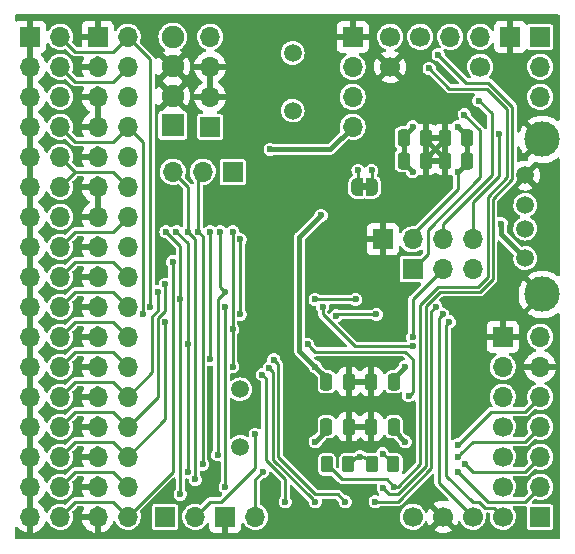
<source format=gbl>
G04 #@! TF.GenerationSoftware,KiCad,Pcbnew,6.0.8-f2edbf62ab~116~ubuntu22.04.1*
G04 #@! TF.CreationDate,2022-10-13T10:44:28+02:00*
G04 #@! TF.ProjectId,Floppy emulator with OSD,466c6f70-7079-4206-956d-756c61746f72,0.2*
G04 #@! TF.SameCoordinates,Original*
G04 #@! TF.FileFunction,Copper,L2,Bot*
G04 #@! TF.FilePolarity,Positive*
%FSLAX46Y46*%
G04 Gerber Fmt 4.6, Leading zero omitted, Abs format (unit mm)*
G04 Created by KiCad (PCBNEW 6.0.8-f2edbf62ab~116~ubuntu22.04.1) date 2022-10-13 10:44:28*
%MOMM*%
%LPD*%
G01*
G04 APERTURE LIST*
G04 Aperture macros list*
%AMRoundRect*
0 Rectangle with rounded corners*
0 $1 Rounding radius*
0 $2 $3 $4 $5 $6 $7 $8 $9 X,Y pos of 4 corners*
0 Add a 4 corners polygon primitive as box body*
4,1,4,$2,$3,$4,$5,$6,$7,$8,$9,$2,$3,0*
0 Add four circle primitives for the rounded corners*
1,1,$1+$1,$2,$3*
1,1,$1+$1,$4,$5*
1,1,$1+$1,$6,$7*
1,1,$1+$1,$8,$9*
0 Add four rect primitives between the rounded corners*
20,1,$1+$1,$2,$3,$4,$5,0*
20,1,$1+$1,$4,$5,$6,$7,0*
20,1,$1+$1,$6,$7,$8,$9,0*
20,1,$1+$1,$8,$9,$2,$3,0*%
%AMFreePoly0*
4,1,22,0.500000,-0.750000,0.000000,-0.750000,0.000000,-0.745033,-0.079941,-0.743568,-0.215256,-0.701293,-0.333266,-0.622738,-0.424486,-0.514219,-0.481581,-0.384460,-0.499164,-0.250000,-0.500000,-0.250000,-0.500000,0.250000,-0.499164,0.250000,-0.499963,0.256109,-0.478152,0.396186,-0.417904,0.524511,-0.324060,0.630769,-0.204165,0.706417,-0.067858,0.745374,0.000000,0.744959,0.000000,0.750000,
0.500000,0.750000,0.500000,-0.750000,0.500000,-0.750000,$1*%
%AMFreePoly1*
4,1,20,0.000000,0.744959,0.073905,0.744508,0.209726,0.703889,0.328688,0.626782,0.421226,0.519385,0.479903,0.390333,0.500000,0.250000,0.500000,-0.250000,0.499851,-0.262216,0.476331,-0.402017,0.414519,-0.529596,0.319384,-0.634700,0.198574,-0.708877,0.061801,-0.746166,0.000000,-0.745033,0.000000,-0.750000,-0.500000,-0.750000,-0.500000,0.750000,0.000000,0.750000,0.000000,0.744959,
0.000000,0.744959,$1*%
G04 Aperture macros list end*
G04 #@! TA.AperFunction,ComponentPad*
%ADD10R,1.700000X1.700000*%
G04 #@! TD*
G04 #@! TA.AperFunction,ComponentPad*
%ADD11O,1.700000X1.700000*%
G04 #@! TD*
G04 #@! TA.AperFunction,ComponentPad*
%ADD12R,1.900000X1.900000*%
G04 #@! TD*
G04 #@! TA.AperFunction,ComponentPad*
%ADD13C,1.900000*%
G04 #@! TD*
G04 #@! TA.AperFunction,ComponentPad*
%ADD14C,1.500000*%
G04 #@! TD*
G04 #@! TA.AperFunction,ComponentPad*
%ADD15C,1.700000*%
G04 #@! TD*
G04 #@! TA.AperFunction,ComponentPad*
%ADD16C,3.000000*%
G04 #@! TD*
G04 #@! TA.AperFunction,SMDPad,CuDef*
%ADD17RoundRect,0.250000X-0.250000X-0.475000X0.250000X-0.475000X0.250000X0.475000X-0.250000X0.475000X0*%
G04 #@! TD*
G04 #@! TA.AperFunction,SMDPad,CuDef*
%ADD18RoundRect,0.250000X0.250000X0.475000X-0.250000X0.475000X-0.250000X-0.475000X0.250000X-0.475000X0*%
G04 #@! TD*
G04 #@! TA.AperFunction,SMDPad,CuDef*
%ADD19FreePoly0,180.000000*%
G04 #@! TD*
G04 #@! TA.AperFunction,SMDPad,CuDef*
%ADD20FreePoly1,180.000000*%
G04 #@! TD*
G04 #@! TA.AperFunction,SMDPad,CuDef*
%ADD21RoundRect,0.250000X-0.262500X-0.450000X0.262500X-0.450000X0.262500X0.450000X-0.262500X0.450000X0*%
G04 #@! TD*
G04 #@! TA.AperFunction,SMDPad,CuDef*
%ADD22RoundRect,0.250000X0.262500X0.450000X-0.262500X0.450000X-0.262500X-0.450000X0.262500X-0.450000X0*%
G04 #@! TD*
G04 #@! TA.AperFunction,ViaPad*
%ADD23C,0.600000*%
G04 #@! TD*
G04 #@! TA.AperFunction,Conductor*
%ADD24C,0.250000*%
G04 #@! TD*
G04 #@! TA.AperFunction,Conductor*
%ADD25C,0.400000*%
G04 #@! TD*
G04 APERTURE END LIST*
G36*
X117471000Y-122220000D02*
G01*
X116971000Y-122220000D01*
X116971000Y-121620000D01*
X117471000Y-121620000D01*
X117471000Y-122220000D01*
G37*
D10*
X118745000Y-126365000D03*
D11*
X121285000Y-126365000D03*
X123825000Y-126365000D03*
X126365000Y-126365000D03*
D10*
X129540000Y-109220000D03*
D11*
X127000000Y-109220000D03*
X124460000Y-109220000D03*
D12*
X100965000Y-116720000D03*
D13*
X100965000Y-114220000D03*
X100965000Y-111720000D03*
X100965000Y-109220000D03*
D10*
X104140000Y-116840000D03*
D11*
X104140000Y-114300000D03*
X104140000Y-111760000D03*
X104140000Y-109220000D03*
D14*
X106680000Y-139065000D03*
X106680000Y-143945000D03*
D10*
X88900000Y-109220000D03*
D11*
X91440000Y-109220000D03*
X88900000Y-111760000D03*
X91440000Y-111760000D03*
X88900000Y-114300000D03*
X91440000Y-114300000D03*
X88900000Y-116840000D03*
X91440000Y-116840000D03*
X88900000Y-119380000D03*
X91440000Y-119380000D03*
X88900000Y-121920000D03*
X91440000Y-121920000D03*
X88900000Y-124460000D03*
X91440000Y-124460000D03*
X88900000Y-127000000D03*
X91440000Y-127000000D03*
X88900000Y-129540000D03*
X91440000Y-129540000D03*
X88900000Y-132080000D03*
X91440000Y-132080000D03*
X88900000Y-134620000D03*
X91440000Y-134620000D03*
X88900000Y-137160000D03*
X91440000Y-137160000D03*
X88900000Y-139700000D03*
X91440000Y-139700000D03*
X88900000Y-142240000D03*
X91440000Y-142240000D03*
X88900000Y-144780000D03*
X91440000Y-144780000D03*
X88900000Y-147320000D03*
X91440000Y-147320000D03*
X88900000Y-149860000D03*
X91440000Y-149860000D03*
D10*
X105410000Y-149860000D03*
D11*
X107950000Y-149860000D03*
D15*
X128905000Y-149860000D03*
X126365000Y-149860000D03*
X121285000Y-149860000D03*
X128905000Y-144780000D03*
D10*
X106045000Y-120650000D03*
D11*
X103505000Y-120650000D03*
X100965000Y-120650000D03*
D15*
X123825000Y-149860000D03*
X128905000Y-142240000D03*
X128905000Y-147320000D03*
D14*
X111125000Y-110580000D03*
X111125000Y-115460000D03*
D10*
X128905000Y-134620000D03*
D11*
X128905000Y-137160000D03*
X128905000Y-139700000D03*
D10*
X132080000Y-109220000D03*
D11*
X132080000Y-111760000D03*
X132080000Y-114300000D03*
D14*
X130810000Y-127960000D03*
X130810000Y-125460000D03*
X130810000Y-123460000D03*
X130810000Y-120960000D03*
D16*
X132260000Y-131030000D03*
X132260000Y-117890000D03*
D10*
X132080000Y-149860000D03*
D11*
X132080000Y-147320000D03*
X132080000Y-144780000D03*
X132080000Y-142240000D03*
X132080000Y-139700000D03*
X132080000Y-137160000D03*
X132080000Y-134620000D03*
D10*
X100330000Y-149860000D03*
D11*
X102870000Y-149860000D03*
D10*
X121285000Y-128905000D03*
D11*
X123825000Y-128905000D03*
X126365000Y-128905000D03*
D15*
X119380000Y-109220000D03*
X127000000Y-111760000D03*
X121920000Y-109220000D03*
X119380000Y-111760000D03*
D17*
X113985000Y-142240000D03*
X115885000Y-142240000D03*
D18*
X119695000Y-142240000D03*
X117795000Y-142240000D03*
X119695000Y-138430000D03*
X117795000Y-138430000D03*
D17*
X113985000Y-138430000D03*
X115885000Y-138430000D03*
X120510500Y-117792500D03*
X122410500Y-117792500D03*
D18*
X125918000Y-117792500D03*
X124018000Y-117792500D03*
X125918000Y-119697500D03*
X124018000Y-119697500D03*
D17*
X120510500Y-119697500D03*
X122410500Y-119697500D03*
D19*
X117871000Y-121920000D03*
D20*
X116571000Y-121920000D03*
D10*
X94615000Y-109220000D03*
D11*
X97155000Y-109220000D03*
X94615000Y-111760000D03*
X97155000Y-111760000D03*
X94615000Y-114300000D03*
X97155000Y-114300000D03*
X94615000Y-116840000D03*
X97155000Y-116840000D03*
X94615000Y-119380000D03*
X97155000Y-119380000D03*
X94615000Y-121920000D03*
X97155000Y-121920000D03*
X94615000Y-124460000D03*
X97155000Y-124460000D03*
X94615000Y-127000000D03*
X97155000Y-127000000D03*
X94615000Y-129540000D03*
X97155000Y-129540000D03*
X94615000Y-132080000D03*
X97155000Y-132080000D03*
X94615000Y-134620000D03*
X97155000Y-134620000D03*
X94615000Y-137160000D03*
X97155000Y-137160000D03*
X94615000Y-139700000D03*
X97155000Y-139700000D03*
X94615000Y-142240000D03*
X97155000Y-142240000D03*
X94615000Y-144780000D03*
X97155000Y-144780000D03*
X94615000Y-147320000D03*
X97155000Y-147320000D03*
X94615000Y-149860000D03*
X97155000Y-149860000D03*
D21*
X117832500Y-145415000D03*
X119657500Y-145415000D03*
D10*
X116205000Y-109230000D03*
D11*
X116205000Y-111770000D03*
X116205000Y-114310000D03*
X116205000Y-116850000D03*
D22*
X115847500Y-145415000D03*
X114022500Y-145415000D03*
D23*
X123190000Y-116427587D03*
X116840000Y-137160000D03*
X106680000Y-141287500D03*
X112395000Y-144780000D03*
X120015000Y-140335000D03*
X123190000Y-118745000D03*
X106680000Y-135255000D03*
X123190000Y-121475500D03*
X116840000Y-143510000D03*
X113665000Y-140335000D03*
X119380000Y-123825000D03*
X111950500Y-120205500D03*
X128778000Y-125031500D03*
X109220000Y-118745000D03*
X116835802Y-144761477D03*
X120650000Y-137160000D03*
X121285000Y-116840000D03*
X107950000Y-142875000D03*
X113538000Y-124333000D03*
X113030000Y-137160000D03*
X125095000Y-120650000D03*
X113030000Y-143510000D03*
X121285000Y-120650000D03*
X120650000Y-143510000D03*
X125095000Y-116840000D03*
X118745000Y-144526000D03*
X118808500Y-147447000D03*
X123444000Y-110744000D03*
X122679442Y-111884442D03*
X119700893Y-147297544D03*
X125095000Y-144780000D03*
X125095000Y-146050000D03*
X118215000Y-132715000D03*
X114809141Y-132840859D03*
X125651346Y-115803087D03*
X121285000Y-134620000D03*
X128589500Y-117421539D03*
X126873000Y-114617500D03*
X123253500Y-132080000D03*
X118110000Y-148590000D03*
X109152210Y-137272602D03*
X113029994Y-148590000D03*
X108563749Y-137814572D03*
X110490000Y-148590000D03*
X103124000Y-125730000D03*
X103505000Y-145415000D03*
X115570010Y-148590000D03*
X109527881Y-136566280D03*
X108585000Y-146050000D03*
X100965000Y-128270000D03*
X105410000Y-130810000D03*
X116459000Y-131445000D03*
X113030000Y-131445000D03*
X104775000Y-144589498D03*
X104965498Y-125730000D03*
X100330000Y-133350000D03*
X100330000Y-130175000D03*
X99695000Y-130810000D03*
X106045000Y-125730000D03*
X106045000Y-137160000D03*
X106045000Y-133985000D03*
X120955077Y-139609631D03*
X104140000Y-136525000D03*
X112395000Y-135255000D03*
X104140000Y-125730000D03*
X102235000Y-146050000D03*
X102235000Y-135255000D03*
X101282500Y-125730000D03*
X101600000Y-131445000D03*
X100393500Y-125730000D03*
X101600000Y-147955000D03*
X102870000Y-146685000D03*
X102235000Y-125730000D03*
X98425000Y-132715000D03*
X99060000Y-132080000D03*
X124396500Y-133350000D03*
X123825000Y-132715000D03*
X105410000Y-147320000D03*
X105410000Y-132080000D03*
X106680000Y-126365000D03*
X121285000Y-135420003D03*
X113665000Y-132080000D03*
X106680000Y-132715010D03*
X125095000Y-143764000D03*
X125730000Y-145415000D03*
X117816311Y-120522207D03*
X116649500Y-120523000D03*
D24*
X130556000Y-137160000D02*
X130556000Y-134620000D01*
D25*
X122410500Y-119524500D02*
X123190000Y-118745000D01*
D24*
X130556000Y-134620000D02*
X129540000Y-134620000D01*
D25*
X124018000Y-119573000D02*
X123190000Y-118745000D01*
X122410500Y-119697500D02*
X122410500Y-119524500D01*
X122410500Y-117792500D02*
X122410500Y-117965500D01*
X124018000Y-119697500D02*
X124018000Y-119573000D01*
X124018000Y-117792500D02*
X124018000Y-117917000D01*
X122410500Y-117965500D02*
X123190000Y-118745000D01*
X124018000Y-117917000D02*
X123190000Y-118745000D01*
D24*
X132080000Y-137160000D02*
X130556000Y-137160000D01*
D25*
X128778000Y-125928000D02*
X130810000Y-127960000D01*
X116205000Y-116850000D02*
X114310000Y-118745000D01*
X128778000Y-125031500D02*
X128778000Y-125928000D01*
X114310000Y-118745000D02*
X109220000Y-118745000D01*
D24*
X116835802Y-144761477D02*
X117153977Y-144761477D01*
D25*
X111695000Y-135825000D02*
X113030000Y-137160000D01*
D24*
X107950000Y-142875000D02*
X107950000Y-145705002D01*
D25*
X113538000Y-124333000D02*
X111695000Y-126176000D01*
D24*
X107950000Y-145705002D02*
X105065002Y-148590000D01*
D25*
X119682500Y-142542500D02*
X120650000Y-143510000D01*
X125905500Y-119839500D02*
X125095000Y-120650000D01*
D24*
X121285000Y-125920498D02*
X121285000Y-126365000D01*
X117153977Y-144761477D02*
X117807500Y-145415000D01*
D25*
X119682500Y-138430000D02*
X119682500Y-138127500D01*
D24*
X104140000Y-148590000D02*
X103719999Y-149010001D01*
D25*
X119682500Y-142240000D02*
X119682500Y-142542500D01*
D24*
X103719999Y-149010001D02*
X102870000Y-149860000D01*
X125095000Y-122110498D02*
X121285000Y-125920498D01*
X116526023Y-144761477D02*
X115872500Y-145415000D01*
D25*
X113997500Y-138430000D02*
X113997500Y-138127500D01*
X113997500Y-138127500D02*
X113030000Y-137160000D01*
D24*
X125095000Y-120650000D02*
X125095000Y-122110498D01*
D25*
X119682500Y-138127500D02*
X120650000Y-137160000D01*
X111695000Y-126176000D02*
X111695000Y-135825000D01*
X125905500Y-117650500D02*
X125905500Y-119839500D01*
X113997500Y-142240000D02*
X113997500Y-142542500D01*
X125095000Y-116840000D02*
X125905500Y-117650500D01*
X120523000Y-117602000D02*
X121285000Y-116840000D01*
X120523000Y-119888000D02*
X120523000Y-117602000D01*
D24*
X116835802Y-144761477D02*
X116526023Y-144761477D01*
D25*
X113997500Y-142542500D02*
X113030000Y-143510000D01*
D24*
X105065002Y-148590000D02*
X104140000Y-148590000D01*
D25*
X121285000Y-120650000D02*
X120523000Y-119888000D01*
D24*
X125793500Y-113093500D02*
X127698500Y-113093500D01*
X129735000Y-115130000D02*
X129735000Y-121276396D01*
X128085000Y-129725000D02*
X127000000Y-130810000D01*
X129735000Y-121276396D02*
X128085000Y-122926396D01*
X127698500Y-113093500D02*
X129735000Y-115130000D01*
X120047456Y-147922544D02*
X119284044Y-147922544D01*
X122422500Y-132027116D02*
X122422500Y-145547500D01*
X128085000Y-122926396D02*
X128085000Y-129725000D01*
X123444000Y-110744000D02*
X125793500Y-113093500D01*
X123639616Y-130810000D02*
X122422500Y-132027116D01*
X119284044Y-147922544D02*
X118808500Y-147447000D01*
X122422500Y-145547500D02*
X120047456Y-147922544D01*
X118793500Y-144526000D02*
X119682500Y-145415000D01*
X118745000Y-144526000D02*
X118793500Y-144526000D01*
X127000000Y-130810000D02*
X123639616Y-130810000D01*
X119700893Y-147297544D02*
X120036060Y-147297544D01*
X127635000Y-122740000D02*
X129285000Y-121090000D01*
X124396500Y-113601500D02*
X122679442Y-111884442D01*
X119087644Y-146684295D02*
X119700893Y-147297544D01*
X127635000Y-129538604D02*
X127635000Y-122740000D01*
X120036060Y-147297544D02*
X121920000Y-145413604D01*
X121920000Y-131893220D02*
X123453220Y-130360000D01*
X123453220Y-130360000D02*
X126813604Y-130360000D01*
X129285000Y-121090000D02*
X129285000Y-115316396D01*
X121920000Y-145413604D02*
X121920000Y-131893220D01*
X126813604Y-130360000D02*
X127635000Y-129538604D01*
X129285000Y-115316396D02*
X127570104Y-113601500D01*
X114022500Y-145415000D02*
X115291795Y-146684295D01*
X115291795Y-146684295D02*
X119087644Y-146684295D01*
X127570104Y-113601500D02*
X124396500Y-113601500D01*
X125394999Y-144480001D02*
X125095000Y-144780000D01*
X132080000Y-142240000D02*
X130810000Y-143510000D01*
X126365000Y-143510000D02*
X125394999Y-144480001D01*
X130810000Y-143510000D02*
X126365000Y-143510000D01*
X132080000Y-147320000D02*
X130810000Y-148590000D01*
X130810000Y-148590000D02*
X127635000Y-148590000D01*
X127635000Y-148590000D02*
X125394999Y-146349999D01*
X125394999Y-146349999D02*
X125095000Y-146050000D01*
X122555000Y-125534382D02*
X122555000Y-127635000D01*
X127000000Y-117151741D02*
X127000000Y-121089382D01*
X122555000Y-127635000D02*
X121285000Y-128905000D01*
X114935000Y-132715000D02*
X114809141Y-132840859D01*
X125651346Y-115803087D02*
X127000000Y-117151741D01*
X118215000Y-132715000D02*
X114935000Y-132715000D01*
X127000000Y-121089382D02*
X122555000Y-125534382D01*
X121285000Y-131445000D02*
X123825000Y-128905000D01*
X121285000Y-134620000D02*
X121285000Y-131445000D01*
X128589500Y-117421539D02*
X128589500Y-120965500D01*
X128589500Y-120965500D02*
X126365000Y-123190000D01*
X126365000Y-123190000D02*
X126365000Y-126365000D01*
X123825000Y-125093604D02*
X123825000Y-126365000D01*
X127964500Y-120954104D02*
X123825000Y-125093604D01*
X127964500Y-115709000D02*
X127964500Y-120954104D01*
X126873000Y-114617500D02*
X127964500Y-115709000D01*
X120016396Y-148590000D02*
X118110000Y-148590000D01*
X122872500Y-145733896D02*
X120016396Y-148590000D01*
X123253500Y-132080000D02*
X122872500Y-132461000D01*
X122872500Y-132461000D02*
X122872500Y-145733896D01*
X109452209Y-145010799D02*
X109452209Y-137572601D01*
X113029994Y-148590000D02*
X112729995Y-148290001D01*
X112729995Y-148288585D02*
X109452209Y-145010799D01*
X109452209Y-137572601D02*
X109152210Y-137272602D01*
X112729995Y-148290001D02*
X112729995Y-148288585D01*
X110490000Y-146685000D02*
X108863748Y-145058748D01*
X110490000Y-148590000D02*
X110490000Y-146685000D01*
X108863748Y-145058748D02*
X108863748Y-138114571D01*
X108863748Y-138114571D02*
X108563749Y-137814572D01*
X103124000Y-125305736D02*
X103124000Y-125730000D01*
X103505000Y-120459500D02*
X103124000Y-120840500D01*
X103505000Y-126111000D02*
X103505000Y-144990736D01*
X103505000Y-144990736D02*
X103505000Y-145415000D01*
X103124000Y-125730000D02*
X103505000Y-126111000D01*
X103124000Y-120840500D02*
X103124000Y-125305736D01*
X109905612Y-144827791D02*
X109905612Y-136944011D01*
X109827880Y-136866279D02*
X109527881Y-136566280D01*
X114935010Y-147955000D02*
X113032821Y-147955000D01*
X115570010Y-148590000D02*
X114935010Y-147955000D01*
X109905612Y-136944011D02*
X109827880Y-136866279D01*
X113032821Y-147955000D02*
X109905612Y-144827791D01*
X107950000Y-149860000D02*
X107950000Y-146685000D01*
X107950000Y-146685000D02*
X108585000Y-146050000D01*
X91440000Y-149860000D02*
X92710000Y-148590000D01*
X92710000Y-148590000D02*
X95885000Y-148590000D01*
X100965000Y-146050000D02*
X100965000Y-128694264D01*
X100965000Y-128694264D02*
X100965000Y-128270000D01*
X97155000Y-149860000D02*
X100965000Y-146050000D01*
X95885000Y-148590000D02*
X97155000Y-149860000D01*
X104775000Y-131445000D02*
X104775000Y-144589498D01*
X116459000Y-131445000D02*
X113030000Y-131445000D01*
X105410000Y-130810000D02*
X104775000Y-131445000D01*
X95885000Y-146050000D02*
X97155000Y-147320000D01*
X104965498Y-126154264D02*
X104965498Y-125730000D01*
X91440000Y-147320000D02*
X92710000Y-146050000D01*
X92710000Y-146050000D02*
X95885000Y-146050000D01*
X104965498Y-130365498D02*
X104965498Y-126154264D01*
X105410000Y-130810000D02*
X104965498Y-130365498D01*
X100330000Y-133774264D02*
X100330000Y-133350000D01*
X92710000Y-143510000D02*
X95885000Y-143510000D01*
X95885000Y-143510000D02*
X97155000Y-144780000D01*
X91440000Y-144780000D02*
X92710000Y-143510000D01*
X100330000Y-141605000D02*
X100330000Y-133774264D01*
X97155000Y-144780000D02*
X100330000Y-141605000D01*
X92710000Y-140970000D02*
X95885000Y-140970000D01*
X91440000Y-142240000D02*
X92710000Y-140970000D01*
X97155000Y-142240000D02*
X99704998Y-139690002D01*
X100330000Y-132424996D02*
X100330000Y-130599264D01*
X95885000Y-140970000D02*
X97155000Y-142240000D01*
X100330000Y-130599264D02*
X100330000Y-130175000D01*
X99704998Y-133049998D02*
X100330000Y-132424996D01*
X99704998Y-139690002D02*
X99704998Y-133049998D01*
X97155000Y-139700000D02*
X99254987Y-137600013D01*
X91440000Y-139700000D02*
X92710000Y-138430000D01*
X99695000Y-132423585D02*
X99695000Y-131234264D01*
X92710000Y-138430000D02*
X95885000Y-138430000D01*
X95885000Y-138430000D02*
X97155000Y-139700000D01*
X99254987Y-132863598D02*
X99695000Y-132423585D01*
X99254987Y-137600013D02*
X99254987Y-132863598D01*
X99695000Y-131234264D02*
X99695000Y-130810000D01*
X106045000Y-133985000D02*
X106045000Y-137160000D01*
X91440000Y-137160000D02*
X92710000Y-135890000D01*
X92710000Y-135890000D02*
X95885000Y-135890000D01*
X106045000Y-133985000D02*
X106045000Y-125730000D01*
X95885000Y-135890000D02*
X97155000Y-137160000D01*
X113030000Y-135890000D02*
X112694999Y-135554999D01*
X120955077Y-139609631D02*
X121275001Y-139289707D01*
X91440000Y-134620000D02*
X92710000Y-133350000D01*
X120650000Y-135890000D02*
X113030000Y-135890000D01*
X95885000Y-133350000D02*
X97155000Y-134620000D01*
X92710000Y-133350000D02*
X95885000Y-133350000D01*
X121275001Y-136515001D02*
X120650000Y-135890000D01*
X112694999Y-135554999D02*
X112395000Y-135255000D01*
X104140000Y-125730000D02*
X104140000Y-136525000D01*
X121275001Y-139289707D02*
X121275001Y-136515001D01*
X102235000Y-134830736D02*
X102235000Y-135255000D01*
X102235000Y-135679264D02*
X102235000Y-146050000D01*
X92710000Y-130810000D02*
X95885000Y-130810000D01*
X102235000Y-126682500D02*
X102235000Y-134830736D01*
X102235000Y-135255000D02*
X102235000Y-135679264D01*
X101282500Y-125730000D02*
X102235000Y-126682500D01*
X91440000Y-132080000D02*
X92710000Y-130810000D01*
X95885000Y-130810000D02*
X97155000Y-132080000D01*
X101600000Y-131445000D02*
X101600000Y-126936500D01*
X101600000Y-126936500D02*
X100393500Y-125730000D01*
X101600000Y-131869264D02*
X101600000Y-147955000D01*
X95885000Y-128270000D02*
X97155000Y-129540000D01*
X91440000Y-129540000D02*
X92710000Y-128270000D01*
X92710000Y-128270000D02*
X95885000Y-128270000D01*
X101600000Y-131445000D02*
X101600000Y-131869264D01*
X91440000Y-121920000D02*
X92710000Y-120650000D01*
X102235000Y-121920000D02*
X102235000Y-125305736D01*
X102870000Y-126365000D02*
X102870000Y-146260736D01*
X92710000Y-120650000D02*
X93345000Y-120650000D01*
X96520000Y-121285000D02*
X95885000Y-120650000D01*
X102870000Y-146260736D02*
X102870000Y-146685000D01*
X91440000Y-119380000D02*
X92710000Y-120650000D01*
X100965000Y-120650000D02*
X102235000Y-121920000D01*
X97155000Y-121920000D02*
X96520000Y-121285000D01*
X102235000Y-125730000D02*
X102870000Y-126365000D01*
X95885000Y-120650000D02*
X93345000Y-120650000D01*
X102235000Y-125305736D02*
X102235000Y-125730000D01*
X95885000Y-118110000D02*
X97155000Y-116840000D01*
X98425000Y-118110000D02*
X98425000Y-132290736D01*
X91440000Y-116840000D02*
X92710000Y-118110000D01*
X92710000Y-118110000D02*
X95885000Y-118110000D01*
X98425000Y-132290736D02*
X98425000Y-132715000D01*
X97155000Y-116840000D02*
X98425000Y-118110000D01*
X91440000Y-111760000D02*
X92710000Y-113030000D01*
X95885000Y-113030000D02*
X97155000Y-111760000D01*
X92710000Y-113030000D02*
X95885000Y-113030000D01*
X97155000Y-109220000D02*
X99060000Y-111125000D01*
X95885000Y-110490000D02*
X97155000Y-109220000D01*
X92710000Y-110490000D02*
X95885000Y-110490000D01*
X91440000Y-109220000D02*
X92710000Y-110490000D01*
X99060000Y-111125000D02*
X99060000Y-132080000D01*
X126365000Y-148590000D02*
X126929001Y-148590000D01*
X126929001Y-148590000D02*
X127449002Y-149110001D01*
X127449002Y-149110001D02*
X128155001Y-149110001D01*
X124142500Y-146367500D02*
X126365000Y-148590000D01*
X124396500Y-133350000D02*
X124142500Y-133604000D01*
X128155001Y-149110001D02*
X128905000Y-149860000D01*
X124142500Y-133604000D02*
X124142500Y-146367500D01*
X123507500Y-133032500D02*
X123507500Y-147002500D01*
X123825000Y-132715000D02*
X123507500Y-133032500D01*
X123507500Y-147002500D02*
X126365000Y-149860000D01*
X105410000Y-147320000D02*
X105410000Y-132080000D01*
X121285000Y-135420003D02*
X116370003Y-135420003D01*
X113665000Y-132715000D02*
X113665000Y-132504264D01*
X106680000Y-126365000D02*
X106680000Y-132715010D01*
X113665000Y-132504264D02*
X113665000Y-132080000D01*
X116370003Y-135420003D02*
X113665000Y-132715000D01*
X91440000Y-127000000D02*
X92710000Y-125730000D01*
X92710000Y-125730000D02*
X95885000Y-125730000D01*
X95885000Y-125730000D02*
X97155000Y-124460000D01*
X127889000Y-140970000D02*
X130810000Y-140970000D01*
X125095000Y-143764000D02*
X127889000Y-140970000D01*
X130810000Y-140970000D02*
X132080000Y-139700000D01*
X126029999Y-145714999D02*
X125730000Y-145415000D01*
X132080000Y-144780000D02*
X130810000Y-146050000D01*
X130810000Y-146050000D02*
X126365000Y-146050000D01*
X126365000Y-146050000D02*
X126029999Y-145714999D01*
X117816311Y-121865311D02*
X117871000Y-121920000D01*
X117816311Y-120522207D02*
X117816311Y-121865311D01*
X116649500Y-121841500D02*
X116571000Y-121920000D01*
X116649500Y-120523000D02*
X116649500Y-121841500D01*
G04 #@! TA.AperFunction,Conductor*
G36*
X133672621Y-107335002D02*
G01*
X133719114Y-107388658D01*
X133730500Y-107441000D01*
X133730500Y-116232745D01*
X133710498Y-116300866D01*
X133656842Y-116347359D01*
X133586568Y-116357463D01*
X133524694Y-116330249D01*
X133429233Y-116252115D01*
X133422261Y-116247160D01*
X133196122Y-116108582D01*
X133188552Y-116104624D01*
X132945704Y-115998022D01*
X132937644Y-115995120D01*
X132682592Y-115922467D01*
X132674214Y-115920685D01*
X132411656Y-115883318D01*
X132403111Y-115882691D01*
X132137908Y-115881302D01*
X132129374Y-115881839D01*
X131866433Y-115916456D01*
X131858035Y-115918149D01*
X131602238Y-115988127D01*
X131594143Y-115990946D01*
X131350199Y-116094997D01*
X131342577Y-116098881D01*
X131115013Y-116235075D01*
X131107981Y-116239962D01*
X131045053Y-116290377D01*
X131036584Y-116302500D01*
X131042980Y-116313770D01*
X132530115Y-117800905D01*
X132564141Y-117863217D01*
X132559076Y-117934032D01*
X132530115Y-117979095D01*
X131042910Y-119466300D01*
X131035618Y-119479654D01*
X131052138Y-119503005D01*
X131050861Y-119503909D01*
X131079044Y-119546111D01*
X131080293Y-119617096D01*
X131042966Y-119677489D01*
X130978915Y-119708114D01*
X130947809Y-119709252D01*
X130815475Y-119697674D01*
X130804525Y-119697674D01*
X130596196Y-119715901D01*
X130585401Y-119717804D01*
X130383405Y-119771928D01*
X130373113Y-119775674D01*
X130293750Y-119812682D01*
X130223559Y-119823343D01*
X130158746Y-119794363D01*
X130119889Y-119734944D01*
X130114500Y-119698487D01*
X130114500Y-118579719D01*
X130134502Y-118511598D01*
X130188158Y-118465105D01*
X130258432Y-118455001D01*
X130323012Y-118484495D01*
X130359707Y-118538906D01*
X130403184Y-118665894D01*
X130406499Y-118673779D01*
X130525664Y-118910713D01*
X130530020Y-118918079D01*
X130659347Y-119106250D01*
X130669601Y-119114594D01*
X130683342Y-119107448D01*
X131887978Y-117902812D01*
X131895592Y-117888868D01*
X131895461Y-117887035D01*
X131891210Y-117880420D01*
X130683814Y-116673024D01*
X130671804Y-116666466D01*
X130660064Y-116675434D01*
X130551935Y-116825911D01*
X130547418Y-116833196D01*
X130423325Y-117067567D01*
X130419839Y-117075395D01*
X130358826Y-117242122D01*
X130316632Y-117299220D01*
X130250267Y-117324442D01*
X130180800Y-117309780D01*
X130130288Y-117259890D01*
X130114500Y-117198821D01*
X130114500Y-115183920D01*
X130117049Y-115159972D01*
X130117128Y-115158307D01*
X130119320Y-115148124D01*
X130115373Y-115114777D01*
X130115023Y-115108846D01*
X130114928Y-115108854D01*
X130114500Y-115103676D01*
X130114500Y-115098476D01*
X130113075Y-115089913D01*
X130111331Y-115079435D01*
X130110494Y-115073557D01*
X130105694Y-115032999D01*
X130105694Y-115032998D01*
X130104470Y-115022659D01*
X130100507Y-115014407D01*
X130099004Y-115005374D01*
X130074665Y-114960266D01*
X130071969Y-114954975D01*
X130053215Y-114915918D01*
X130053212Y-114915914D01*
X130049781Y-114908768D01*
X130046186Y-114904492D01*
X130044263Y-114902569D01*
X130042491Y-114900637D01*
X130042448Y-114900558D01*
X130042572Y-114900445D01*
X130042096Y-114899905D01*
X130039010Y-114894186D01*
X129999413Y-114857583D01*
X129995848Y-114854154D01*
X129412658Y-114270964D01*
X130971148Y-114270964D01*
X130984424Y-114473522D01*
X130985845Y-114479118D01*
X130985846Y-114479123D01*
X131023070Y-114625688D01*
X131034392Y-114670269D01*
X131036809Y-114675512D01*
X131072782Y-114753544D01*
X131119377Y-114854616D01*
X131140867Y-114885024D01*
X131231293Y-115012974D01*
X131236533Y-115020389D01*
X131240675Y-115024424D01*
X131316235Y-115098031D01*
X131381938Y-115162035D01*
X131386742Y-115165245D01*
X131454400Y-115210453D01*
X131550720Y-115274812D01*
X131556023Y-115277090D01*
X131556026Y-115277092D01*
X131731921Y-115352662D01*
X131737228Y-115354942D01*
X131810244Y-115371464D01*
X131929579Y-115398467D01*
X131929584Y-115398468D01*
X131935216Y-115399742D01*
X131940987Y-115399969D01*
X131940989Y-115399969D01*
X132000756Y-115402317D01*
X132138053Y-115407712D01*
X132238499Y-115393148D01*
X132333231Y-115379413D01*
X132333236Y-115379412D01*
X132338945Y-115378584D01*
X132344409Y-115376729D01*
X132344414Y-115376728D01*
X132525693Y-115315192D01*
X132525698Y-115315190D01*
X132531165Y-115313334D01*
X132578024Y-115287092D01*
X132619350Y-115263948D01*
X132708276Y-115214147D01*
X132712715Y-115210455D01*
X132712718Y-115210453D01*
X132843292Y-115101855D01*
X132864345Y-115084345D01*
X132918437Y-115019307D01*
X132990453Y-114932718D01*
X132990455Y-114932715D01*
X132994147Y-114928276D01*
X133093334Y-114751165D01*
X133095190Y-114745698D01*
X133095192Y-114745693D01*
X133156728Y-114564414D01*
X133156729Y-114564409D01*
X133158584Y-114558945D01*
X133159412Y-114553236D01*
X133159413Y-114553231D01*
X133187179Y-114361727D01*
X133187712Y-114358053D01*
X133189232Y-114300000D01*
X133170658Y-114097859D01*
X133164852Y-114077272D01*
X133117125Y-113908046D01*
X133117124Y-113908044D01*
X133115557Y-113902487D01*
X133110454Y-113892138D01*
X133028331Y-113725609D01*
X133025776Y-113720428D01*
X132904320Y-113557779D01*
X132755258Y-113419987D01*
X132750375Y-113416906D01*
X132750371Y-113416903D01*
X132588464Y-113314748D01*
X132583581Y-113311667D01*
X132395039Y-113236446D01*
X132389379Y-113235320D01*
X132389375Y-113235319D01*
X132201613Y-113197971D01*
X132201610Y-113197971D01*
X132195946Y-113196844D01*
X132190171Y-113196768D01*
X132190167Y-113196768D01*
X132088793Y-113195441D01*
X131992971Y-113194187D01*
X131987274Y-113195166D01*
X131987273Y-113195166D01*
X131929077Y-113205166D01*
X131792910Y-113228564D01*
X131602463Y-113298824D01*
X131428010Y-113402612D01*
X131423670Y-113406418D01*
X131423666Y-113406421D01*
X131336165Y-113483158D01*
X131275392Y-113536455D01*
X131149720Y-113695869D01*
X131147031Y-113700980D01*
X131147029Y-113700983D01*
X131119378Y-113753539D01*
X131055203Y-113875515D01*
X130995007Y-114069378D01*
X130971148Y-114270964D01*
X129412658Y-114270964D01*
X128004978Y-112863284D01*
X127989836Y-112844536D01*
X127988721Y-112843311D01*
X127983071Y-112834560D01*
X127974893Y-112828113D01*
X127974891Y-112828111D01*
X127956700Y-112813771D01*
X127952259Y-112809825D01*
X127952197Y-112809898D01*
X127948233Y-112806539D01*
X127944556Y-112802862D01*
X127928808Y-112791608D01*
X127924138Y-112788102D01*
X127883853Y-112756344D01*
X127875219Y-112753312D01*
X127867766Y-112747986D01*
X127848061Y-112742093D01*
X127788528Y-112703412D01*
X127759357Y-112638684D01*
X127769812Y-112568462D01*
X127787289Y-112540807D01*
X127910449Y-112392724D01*
X127910456Y-112392714D01*
X127914147Y-112388276D01*
X128013334Y-112211165D01*
X128015190Y-112205698D01*
X128015192Y-112205693D01*
X128076728Y-112024414D01*
X128076729Y-112024409D01*
X128078584Y-112018945D01*
X128079412Y-112013236D01*
X128079413Y-112013231D01*
X128098086Y-111884442D01*
X128107712Y-111818053D01*
X128109232Y-111760000D01*
X128106564Y-111730964D01*
X130971148Y-111730964D01*
X130984424Y-111933522D01*
X130985845Y-111939118D01*
X130985846Y-111939123D01*
X131024678Y-112092022D01*
X131034392Y-112130269D01*
X131036809Y-112135512D01*
X131105994Y-112285587D01*
X131119377Y-112314616D01*
X131126444Y-112324616D01*
X131227748Y-112467958D01*
X131236533Y-112480389D01*
X131240674Y-112484423D01*
X131240675Y-112484424D01*
X131307902Y-112549913D01*
X131381938Y-112622035D01*
X131550720Y-112734812D01*
X131556023Y-112737090D01*
X131556026Y-112737092D01*
X131723798Y-112809172D01*
X131737228Y-112814942D01*
X131795427Y-112828111D01*
X131929579Y-112858467D01*
X131929584Y-112858468D01*
X131935216Y-112859742D01*
X131940987Y-112859969D01*
X131940989Y-112859969D01*
X132000756Y-112862317D01*
X132138053Y-112867712D01*
X132238499Y-112853148D01*
X132333231Y-112839413D01*
X132333236Y-112839412D01*
X132338945Y-112838584D01*
X132344409Y-112836729D01*
X132344414Y-112836728D01*
X132525693Y-112775192D01*
X132525698Y-112775190D01*
X132531165Y-112773334D01*
X132549988Y-112762793D01*
X132601677Y-112733845D01*
X132708276Y-112674147D01*
X132736709Y-112650500D01*
X132835696Y-112568172D01*
X132864345Y-112544345D01*
X132921463Y-112475669D01*
X132990453Y-112392718D01*
X132990455Y-112392715D01*
X132994147Y-112388276D01*
X133093334Y-112211165D01*
X133095190Y-112205698D01*
X133095192Y-112205693D01*
X133156728Y-112024414D01*
X133156729Y-112024409D01*
X133158584Y-112018945D01*
X133159412Y-112013236D01*
X133159413Y-112013231D01*
X133178086Y-111884442D01*
X133187712Y-111818053D01*
X133189232Y-111760000D01*
X133172106Y-111573613D01*
X133171187Y-111563613D01*
X133171186Y-111563610D01*
X133170658Y-111557859D01*
X133165446Y-111539378D01*
X133117125Y-111368046D01*
X133117124Y-111368044D01*
X133115557Y-111362487D01*
X133112093Y-111355461D01*
X133028331Y-111185609D01*
X133025776Y-111180428D01*
X133015373Y-111166496D01*
X132959462Y-111091623D01*
X132904320Y-111017779D01*
X132755258Y-110879987D01*
X132750375Y-110876906D01*
X132750371Y-110876903D01*
X132588464Y-110774748D01*
X132583581Y-110771667D01*
X132395039Y-110696446D01*
X132389379Y-110695320D01*
X132389375Y-110695319D01*
X132201613Y-110657971D01*
X132201610Y-110657971D01*
X132195946Y-110656844D01*
X132190171Y-110656768D01*
X132190167Y-110656768D01*
X132088793Y-110655441D01*
X131992971Y-110654187D01*
X131987274Y-110655166D01*
X131987273Y-110655166D01*
X131919312Y-110666844D01*
X131792910Y-110688564D01*
X131602463Y-110758824D01*
X131428010Y-110862612D01*
X131423670Y-110866418D01*
X131423666Y-110866421D01*
X131320328Y-110957047D01*
X131275392Y-110996455D01*
X131271817Y-111000990D01*
X131271816Y-111000991D01*
X131267509Y-111006455D01*
X131149720Y-111155869D01*
X131147031Y-111160980D01*
X131147029Y-111160983D01*
X131114228Y-111223327D01*
X131055203Y-111335515D01*
X130995007Y-111529378D01*
X130971148Y-111730964D01*
X128106564Y-111730964D01*
X128092106Y-111573613D01*
X128091187Y-111563613D01*
X128091186Y-111563610D01*
X128090658Y-111557859D01*
X128085446Y-111539378D01*
X128037125Y-111368046D01*
X128037124Y-111368044D01*
X128035557Y-111362487D01*
X128032093Y-111355461D01*
X127948331Y-111185609D01*
X127945776Y-111180428D01*
X127935373Y-111166496D01*
X127879462Y-111091623D01*
X127824320Y-111017779D01*
X127675258Y-110879987D01*
X127670375Y-110876906D01*
X127670371Y-110876903D01*
X127508464Y-110774748D01*
X127503581Y-110771667D01*
X127315039Y-110696446D01*
X127309379Y-110695320D01*
X127309375Y-110695319D01*
X127121613Y-110657971D01*
X127121610Y-110657971D01*
X127115946Y-110656844D01*
X127110171Y-110656768D01*
X127110167Y-110656768D01*
X127008793Y-110655441D01*
X126912971Y-110654187D01*
X126907274Y-110655166D01*
X126907273Y-110655166D01*
X126839312Y-110666844D01*
X126712910Y-110688564D01*
X126522463Y-110758824D01*
X126348010Y-110862612D01*
X126343670Y-110866418D01*
X126343666Y-110866421D01*
X126240328Y-110957047D01*
X126195392Y-110996455D01*
X126191817Y-111000990D01*
X126191816Y-111000991D01*
X126187509Y-111006455D01*
X126069720Y-111155869D01*
X126067031Y-111160980D01*
X126067029Y-111160983D01*
X126034228Y-111223327D01*
X125975203Y-111335515D01*
X125915007Y-111529378D01*
X125891148Y-111730964D01*
X125904424Y-111933522D01*
X125905845Y-111939118D01*
X125905846Y-111939123D01*
X125944678Y-112092022D01*
X125954392Y-112130269D01*
X125956809Y-112135512D01*
X126025994Y-112285587D01*
X126039377Y-112314616D01*
X126046444Y-112324616D01*
X126147748Y-112467958D01*
X126156533Y-112480389D01*
X126170941Y-112494424D01*
X126174350Y-112497745D01*
X126209189Y-112559606D01*
X126205053Y-112630482D01*
X126163254Y-112687870D01*
X126097065Y-112713550D01*
X126086430Y-112714000D01*
X126002884Y-112714000D01*
X125934763Y-112693998D01*
X125913789Y-112677095D01*
X124036954Y-110800260D01*
X124002928Y-110737948D01*
X124001127Y-110727611D01*
X124000154Y-110720216D01*
X123988577Y-110632282D01*
X123985306Y-110607432D01*
X123985305Y-110607430D01*
X123984228Y-110599246D01*
X123947934Y-110511625D01*
X123931515Y-110471986D01*
X123931514Y-110471984D01*
X123928355Y-110464358D01*
X123923330Y-110457809D01*
X123923328Y-110457806D01*
X123912590Y-110443813D01*
X123886988Y-110377593D01*
X123901251Y-110308044D01*
X123950851Y-110257247D01*
X124020041Y-110241330D01*
X124062288Y-110251339D01*
X124111917Y-110272661D01*
X124111924Y-110272663D01*
X124117228Y-110274942D01*
X124190244Y-110291464D01*
X124309579Y-110318467D01*
X124309584Y-110318468D01*
X124315216Y-110319742D01*
X124320987Y-110319969D01*
X124320989Y-110319969D01*
X124380756Y-110322317D01*
X124518053Y-110327712D01*
X124625348Y-110312155D01*
X124713231Y-110299413D01*
X124713236Y-110299412D01*
X124718945Y-110298584D01*
X124724409Y-110296729D01*
X124724414Y-110296728D01*
X124905693Y-110235192D01*
X124905698Y-110235190D01*
X124911165Y-110233334D01*
X125088276Y-110134147D01*
X125099669Y-110124672D01*
X125239913Y-110008031D01*
X125244345Y-110004345D01*
X125353132Y-109873544D01*
X125370453Y-109852718D01*
X125370455Y-109852715D01*
X125374147Y-109848276D01*
X125473334Y-109671165D01*
X125475190Y-109665698D01*
X125475192Y-109665693D01*
X125536728Y-109484414D01*
X125536729Y-109484409D01*
X125538584Y-109478945D01*
X125539412Y-109473236D01*
X125539413Y-109473231D01*
X125567179Y-109281727D01*
X125567712Y-109278053D01*
X125569232Y-109220000D01*
X125566564Y-109190964D01*
X125891148Y-109190964D01*
X125904424Y-109393522D01*
X125905845Y-109399118D01*
X125905846Y-109399123D01*
X125949413Y-109570665D01*
X125954392Y-109590269D01*
X125956809Y-109595512D01*
X126023544Y-109740272D01*
X126039377Y-109774616D01*
X126042710Y-109779332D01*
X126074865Y-109824830D01*
X126156533Y-109940389D01*
X126301938Y-110082035D01*
X126306742Y-110085245D01*
X126374400Y-110130453D01*
X126470720Y-110194812D01*
X126476023Y-110197090D01*
X126476026Y-110197092D01*
X126621623Y-110259645D01*
X126657228Y-110274942D01*
X126730244Y-110291464D01*
X126849579Y-110318467D01*
X126849584Y-110318468D01*
X126855216Y-110319742D01*
X126860987Y-110319969D01*
X126860989Y-110319969D01*
X126920756Y-110322317D01*
X127058053Y-110327712D01*
X127165348Y-110312155D01*
X127253231Y-110299413D01*
X127253236Y-110299412D01*
X127258945Y-110298584D01*
X127264409Y-110296729D01*
X127264414Y-110296728D01*
X127445693Y-110235192D01*
X127445698Y-110235190D01*
X127451165Y-110233334D01*
X127628276Y-110134147D01*
X127639669Y-110124672D01*
X127779913Y-110008031D01*
X127784345Y-110004345D01*
X127893132Y-109873544D01*
X127910453Y-109852718D01*
X127910455Y-109852715D01*
X127914147Y-109848276D01*
X127916969Y-109843236D01*
X127916973Y-109843231D01*
X127946067Y-109791279D01*
X127996804Y-109741617D01*
X128066335Y-109727270D01*
X128132586Y-109752791D01*
X128174522Y-109810080D01*
X128182001Y-109852845D01*
X128182001Y-110114669D01*
X128182371Y-110121490D01*
X128187895Y-110172352D01*
X128191521Y-110187604D01*
X128236676Y-110308054D01*
X128245214Y-110323649D01*
X128321715Y-110425724D01*
X128334276Y-110438285D01*
X128436351Y-110514786D01*
X128451946Y-110523324D01*
X128572394Y-110568478D01*
X128587649Y-110572105D01*
X128638514Y-110577631D01*
X128645328Y-110578000D01*
X129267885Y-110578000D01*
X129283124Y-110573525D01*
X129284329Y-110572135D01*
X129286000Y-110564452D01*
X129286000Y-110559884D01*
X129794000Y-110559884D01*
X129798475Y-110575123D01*
X129799865Y-110576328D01*
X129807548Y-110577999D01*
X130434669Y-110577999D01*
X130441490Y-110577629D01*
X130492352Y-110572105D01*
X130507604Y-110568479D01*
X130628054Y-110523324D01*
X130643649Y-110514786D01*
X130745724Y-110438285D01*
X130758285Y-110425724D01*
X130834786Y-110323649D01*
X130843324Y-110308055D01*
X130845843Y-110301334D01*
X130888483Y-110244568D01*
X130955044Y-110219867D01*
X131024394Y-110235073D01*
X131044077Y-110249834D01*
X131046516Y-110253484D01*
X131130699Y-110309734D01*
X131204933Y-110324500D01*
X132079858Y-110324500D01*
X132955066Y-110324499D01*
X132990818Y-110317388D01*
X133017126Y-110312156D01*
X133017128Y-110312155D01*
X133029301Y-110309734D01*
X133039621Y-110302839D01*
X133039622Y-110302838D01*
X133103168Y-110260377D01*
X133113484Y-110253484D01*
X133161001Y-110182371D01*
X133162839Y-110179620D01*
X133169734Y-110169301D01*
X133184500Y-110095067D01*
X133184499Y-108344934D01*
X133169734Y-108270699D01*
X133160735Y-108257230D01*
X133120377Y-108196832D01*
X133113484Y-108186516D01*
X133029301Y-108130266D01*
X132955067Y-108115500D01*
X132080142Y-108115500D01*
X131204934Y-108115501D01*
X131169182Y-108122612D01*
X131142874Y-108127844D01*
X131142872Y-108127845D01*
X131130699Y-108130266D01*
X131120379Y-108137161D01*
X131120378Y-108137162D01*
X131071311Y-108169948D01*
X131046516Y-108186516D01*
X131045974Y-108187328D01*
X130990609Y-108217560D01*
X130919794Y-108212495D01*
X130862958Y-108169948D01*
X130845843Y-108138666D01*
X130843324Y-108131945D01*
X130834786Y-108116351D01*
X130758285Y-108014276D01*
X130745724Y-108001715D01*
X130643649Y-107925214D01*
X130628054Y-107916676D01*
X130507606Y-107871522D01*
X130492351Y-107867895D01*
X130441486Y-107862369D01*
X130434672Y-107862000D01*
X129812115Y-107862000D01*
X129796876Y-107866475D01*
X129795671Y-107867865D01*
X129794000Y-107875548D01*
X129794000Y-110559884D01*
X129286000Y-110559884D01*
X129286000Y-107880116D01*
X129281525Y-107864877D01*
X129280135Y-107863672D01*
X129272452Y-107862001D01*
X128645331Y-107862001D01*
X128638510Y-107862371D01*
X128587648Y-107867895D01*
X128572396Y-107871521D01*
X128451946Y-107916676D01*
X128436351Y-107925214D01*
X128334276Y-108001715D01*
X128321715Y-108014276D01*
X128245214Y-108116351D01*
X128236676Y-108131946D01*
X128191522Y-108252394D01*
X128187895Y-108267649D01*
X128182369Y-108318514D01*
X128182000Y-108325328D01*
X128182000Y-108580160D01*
X128161998Y-108648281D01*
X128108342Y-108694774D01*
X128038068Y-108704878D01*
X127973488Y-108675384D01*
X127948567Y-108645994D01*
X127948331Y-108645608D01*
X127945776Y-108640428D01*
X127824320Y-108477779D01*
X127675258Y-108339987D01*
X127670375Y-108336906D01*
X127670371Y-108336903D01*
X127508464Y-108234748D01*
X127503581Y-108231667D01*
X127315039Y-108156446D01*
X127309379Y-108155320D01*
X127309375Y-108155319D01*
X127121613Y-108117971D01*
X127121610Y-108117971D01*
X127115946Y-108116844D01*
X127110171Y-108116768D01*
X127110167Y-108116768D01*
X127008793Y-108115441D01*
X126912971Y-108114187D01*
X126907274Y-108115166D01*
X126907273Y-108115166D01*
X126762487Y-108140045D01*
X126712910Y-108148564D01*
X126522463Y-108218824D01*
X126348010Y-108322612D01*
X126343670Y-108326418D01*
X126343666Y-108326421D01*
X126199733Y-108452648D01*
X126195392Y-108456455D01*
X126069720Y-108615869D01*
X126067031Y-108620980D01*
X126067029Y-108620983D01*
X126055507Y-108642883D01*
X125975203Y-108795515D01*
X125915007Y-108989378D01*
X125891148Y-109190964D01*
X125566564Y-109190964D01*
X125550658Y-109017859D01*
X125545496Y-108999557D01*
X125497125Y-108828046D01*
X125497124Y-108828044D01*
X125495557Y-108822487D01*
X125484978Y-108801033D01*
X125408331Y-108645609D01*
X125405776Y-108640428D01*
X125284320Y-108477779D01*
X125135258Y-108339987D01*
X125130375Y-108336906D01*
X125130371Y-108336903D01*
X124968464Y-108234748D01*
X124963581Y-108231667D01*
X124775039Y-108156446D01*
X124769379Y-108155320D01*
X124769375Y-108155319D01*
X124581613Y-108117971D01*
X124581610Y-108117971D01*
X124575946Y-108116844D01*
X124570171Y-108116768D01*
X124570167Y-108116768D01*
X124468793Y-108115441D01*
X124372971Y-108114187D01*
X124367274Y-108115166D01*
X124367273Y-108115166D01*
X124222487Y-108140045D01*
X124172910Y-108148564D01*
X123982463Y-108218824D01*
X123808010Y-108322612D01*
X123803670Y-108326418D01*
X123803666Y-108326421D01*
X123659733Y-108452648D01*
X123655392Y-108456455D01*
X123529720Y-108615869D01*
X123527031Y-108620980D01*
X123527029Y-108620983D01*
X123515507Y-108642883D01*
X123435203Y-108795515D01*
X123375007Y-108989378D01*
X123351148Y-109190964D01*
X123364424Y-109393522D01*
X123365845Y-109399118D01*
X123365846Y-109399123D01*
X123409413Y-109570665D01*
X123414392Y-109590269D01*
X123416809Y-109595512D01*
X123483544Y-109740272D01*
X123499377Y-109774616D01*
X123502710Y-109779332D01*
X123534865Y-109824830D01*
X123616533Y-109940389D01*
X123661785Y-109984472D01*
X123696622Y-110046331D01*
X123692485Y-110117207D01*
X123650686Y-110174595D01*
X123584497Y-110200274D01*
X123557417Y-110199646D01*
X123452189Y-110185793D01*
X123452188Y-110185793D01*
X123444000Y-110184715D01*
X123435812Y-110185793D01*
X123307432Y-110202694D01*
X123307430Y-110202695D01*
X123299246Y-110203772D01*
X123267524Y-110216912D01*
X123171986Y-110256485D01*
X123171984Y-110256486D01*
X123164358Y-110259645D01*
X123048526Y-110348526D01*
X122959645Y-110464358D01*
X122956486Y-110471984D01*
X122956485Y-110471986D01*
X122940066Y-110511625D01*
X122903772Y-110599246D01*
X122902695Y-110607430D01*
X122902694Y-110607432D01*
X122890697Y-110698564D01*
X122884715Y-110744000D01*
X122885793Y-110752188D01*
X122901872Y-110874320D01*
X122903772Y-110888754D01*
X122909991Y-110903768D01*
X122955776Y-111014301D01*
X122959645Y-111023642D01*
X122992533Y-111066503D01*
X123037196Y-111124708D01*
X123048526Y-111139474D01*
X123055076Y-111144500D01*
X123055079Y-111144503D01*
X123157804Y-111223327D01*
X123164357Y-111228355D01*
X123299246Y-111284228D01*
X123427612Y-111301128D01*
X123492538Y-111329849D01*
X123500260Y-111336954D01*
X125170211Y-113006905D01*
X125204237Y-113069217D01*
X125199172Y-113140032D01*
X125156625Y-113196868D01*
X125090105Y-113221679D01*
X125081116Y-113222000D01*
X124605884Y-113222000D01*
X124537763Y-113201998D01*
X124516789Y-113185095D01*
X123272396Y-111940702D01*
X123238370Y-111878390D01*
X123236569Y-111868053D01*
X123230471Y-111821727D01*
X123222787Y-111763364D01*
X123220748Y-111747874D01*
X123220747Y-111747872D01*
X123219670Y-111739688D01*
X123163797Y-111604800D01*
X123100806Y-111522708D01*
X123079943Y-111495519D01*
X123079942Y-111495518D01*
X123074916Y-111488968D01*
X123068366Y-111483942D01*
X123068363Y-111483939D01*
X122965638Y-111405115D01*
X122965636Y-111405114D01*
X122959085Y-111400087D01*
X122824196Y-111344214D01*
X122679442Y-111325157D01*
X122671254Y-111326235D01*
X122542874Y-111343136D01*
X122542872Y-111343137D01*
X122534688Y-111344214D01*
X122503079Y-111357307D01*
X122407428Y-111396927D01*
X122407426Y-111396928D01*
X122399800Y-111400087D01*
X122283968Y-111488968D01*
X122195087Y-111604800D01*
X122139214Y-111739688D01*
X122138137Y-111747872D01*
X122138136Y-111747874D01*
X122131960Y-111794789D01*
X122120157Y-111884442D01*
X122121235Y-111892630D01*
X122137986Y-112019865D01*
X122139214Y-112029196D01*
X122142373Y-112036822D01*
X122191735Y-112155991D01*
X122195087Y-112164084D01*
X122283968Y-112279916D01*
X122290518Y-112284942D01*
X122290521Y-112284945D01*
X122379660Y-112353344D01*
X122399799Y-112368797D01*
X122534688Y-112424670D01*
X122663054Y-112441570D01*
X122727980Y-112470291D01*
X122735702Y-112477396D01*
X124090022Y-113831716D01*
X124105164Y-113850464D01*
X124106279Y-113851689D01*
X124111929Y-113860440D01*
X124120107Y-113866887D01*
X124120109Y-113866889D01*
X124138300Y-113881229D01*
X124142741Y-113885175D01*
X124142803Y-113885102D01*
X124146767Y-113888461D01*
X124150444Y-113892138D01*
X124166192Y-113903392D01*
X124170862Y-113906898D01*
X124211147Y-113938656D01*
X124219781Y-113941688D01*
X124227234Y-113947014D01*
X124276350Y-113961703D01*
X124281992Y-113963536D01*
X124322867Y-113977890D01*
X124330351Y-113980518D01*
X124335916Y-113981000D01*
X124338624Y-113981000D01*
X124341258Y-113981114D01*
X124341356Y-113981143D01*
X124341349Y-113981307D01*
X124342053Y-113981351D01*
X124348278Y-113983213D01*
X124402135Y-113981097D01*
X124407082Y-113981000D01*
X126420452Y-113981000D01*
X126488573Y-114001002D01*
X126535066Y-114054658D01*
X126545170Y-114124932D01*
X126515676Y-114189512D01*
X126497157Y-114206962D01*
X126492651Y-114210420D01*
X126477526Y-114222026D01*
X126388645Y-114337858D01*
X126385486Y-114345484D01*
X126385485Y-114345486D01*
X126374616Y-114371727D01*
X126332772Y-114472746D01*
X126331695Y-114480930D01*
X126331694Y-114480932D01*
X126320704Y-114564414D01*
X126313715Y-114617500D01*
X126314793Y-114625688D01*
X126330592Y-114745693D01*
X126332772Y-114762254D01*
X126335931Y-114769880D01*
X126383626Y-114885024D01*
X126388645Y-114897142D01*
X126416337Y-114933231D01*
X126472010Y-115005785D01*
X126477526Y-115012974D01*
X126484076Y-115018000D01*
X126484079Y-115018003D01*
X126586804Y-115096827D01*
X126593357Y-115101855D01*
X126728246Y-115157728D01*
X126856612Y-115174628D01*
X126921538Y-115203349D01*
X126929260Y-115210454D01*
X127548095Y-115829289D01*
X127582121Y-115891601D01*
X127585000Y-115918384D01*
X127585000Y-116937830D01*
X127564998Y-117005951D01*
X127511342Y-117052444D01*
X127441068Y-117062548D01*
X127376488Y-117033054D01*
X127348114Y-116997665D01*
X127339667Y-116982011D01*
X127336969Y-116976716D01*
X127318213Y-116937654D01*
X127318209Y-116937648D01*
X127314781Y-116930509D01*
X127311187Y-116926233D01*
X127309248Y-116924294D01*
X127307492Y-116922379D01*
X127307445Y-116922293D01*
X127307567Y-116922180D01*
X127307095Y-116921645D01*
X127304010Y-116915927D01*
X127288649Y-116901727D01*
X127264427Y-116879337D01*
X127260861Y-116875907D01*
X126759424Y-116374470D01*
X126244300Y-115859347D01*
X126210275Y-115797035D01*
X126208473Y-115786698D01*
X126208292Y-115785319D01*
X126195748Y-115690036D01*
X126192652Y-115666519D01*
X126192651Y-115666517D01*
X126191574Y-115658333D01*
X126160939Y-115584374D01*
X126138861Y-115531073D01*
X126138860Y-115531071D01*
X126135701Y-115523445D01*
X126084328Y-115456494D01*
X126051847Y-115414164D01*
X126051846Y-115414163D01*
X126046820Y-115407613D01*
X126040270Y-115402587D01*
X126040267Y-115402584D01*
X125937542Y-115323760D01*
X125937540Y-115323759D01*
X125930989Y-115318732D01*
X125796100Y-115262859D01*
X125651346Y-115243802D01*
X125643158Y-115244880D01*
X125514778Y-115261781D01*
X125514776Y-115261782D01*
X125506592Y-115262859D01*
X125472231Y-115277092D01*
X125379332Y-115315572D01*
X125379330Y-115315573D01*
X125371704Y-115318732D01*
X125255872Y-115407613D01*
X125166991Y-115523445D01*
X125163832Y-115531071D01*
X125163831Y-115531073D01*
X125141753Y-115584374D01*
X125111118Y-115658333D01*
X125110041Y-115666517D01*
X125110040Y-115666519D01*
X125098902Y-115751123D01*
X125092061Y-115803087D01*
X125093139Y-115811275D01*
X125103378Y-115889046D01*
X125111118Y-115947841D01*
X125166991Y-116082729D01*
X125172018Y-116089281D01*
X125175008Y-116094459D01*
X125191746Y-116163454D01*
X125168526Y-116230546D01*
X125112719Y-116274434D01*
X125082335Y-116282382D01*
X124958432Y-116298694D01*
X124958430Y-116298695D01*
X124950246Y-116299772D01*
X124929327Y-116308437D01*
X124822986Y-116352485D01*
X124822984Y-116352486D01*
X124815358Y-116355645D01*
X124699526Y-116444526D01*
X124694503Y-116451072D01*
X124621071Y-116546771D01*
X124563733Y-116588638D01*
X124492862Y-116592860D01*
X124481441Y-116589660D01*
X124429285Y-116572361D01*
X124415920Y-116569495D01*
X124321562Y-116559828D01*
X124315145Y-116559500D01*
X124290115Y-116559500D01*
X124274876Y-116563975D01*
X124273671Y-116565365D01*
X124272000Y-116573048D01*
X124272000Y-120912384D01*
X124276475Y-120927623D01*
X124277865Y-120928828D01*
X124285548Y-120930499D01*
X124315095Y-120930499D01*
X124321614Y-120930162D01*
X124417206Y-120920243D01*
X124430600Y-120917351D01*
X124481262Y-120900449D01*
X124552211Y-120897865D01*
X124613295Y-120934049D01*
X124621100Y-120943269D01*
X124689462Y-121032360D01*
X124715063Y-121098580D01*
X124715500Y-121109064D01*
X124715500Y-121901114D01*
X124695498Y-121969235D01*
X124678595Y-121990209D01*
X121444472Y-125224332D01*
X121382160Y-125258358D01*
X121353729Y-125261226D01*
X121197971Y-125259187D01*
X121192274Y-125260166D01*
X121192273Y-125260166D01*
X121057264Y-125283365D01*
X120997910Y-125293564D01*
X120807463Y-125363824D01*
X120633010Y-125467612D01*
X120628670Y-125471418D01*
X120628666Y-125471421D01*
X120500188Y-125584094D01*
X120480392Y-125601455D01*
X120354720Y-125760869D01*
X120352031Y-125765980D01*
X120352029Y-125765983D01*
X120340507Y-125787883D01*
X120291087Y-125838856D01*
X120221955Y-125855018D01*
X120155059Y-125831239D01*
X120111638Y-125775068D01*
X120102999Y-125729215D01*
X120102999Y-125470331D01*
X120102629Y-125463510D01*
X120097105Y-125412648D01*
X120093479Y-125397396D01*
X120048324Y-125276946D01*
X120039786Y-125261351D01*
X119963285Y-125159276D01*
X119950724Y-125146715D01*
X119848649Y-125070214D01*
X119833054Y-125061676D01*
X119712606Y-125016522D01*
X119697351Y-125012895D01*
X119646486Y-125007369D01*
X119639672Y-125007000D01*
X119017115Y-125007000D01*
X119001876Y-125011475D01*
X119000671Y-125012865D01*
X118999000Y-125020548D01*
X118999000Y-127704884D01*
X119003475Y-127720123D01*
X119004865Y-127721328D01*
X119012548Y-127722999D01*
X119639669Y-127722999D01*
X119646490Y-127722629D01*
X119697352Y-127717105D01*
X119712604Y-127713479D01*
X119833054Y-127668324D01*
X119848649Y-127659786D01*
X119950724Y-127583285D01*
X119963285Y-127570724D01*
X120039786Y-127468649D01*
X120048324Y-127453054D01*
X120093478Y-127332606D01*
X120097105Y-127317351D01*
X120102631Y-127266486D01*
X120103000Y-127259672D01*
X120103000Y-127002976D01*
X120123002Y-126934855D01*
X120176658Y-126888362D01*
X120246932Y-126878258D01*
X120311512Y-126907752D01*
X120331895Y-126930254D01*
X120441533Y-127085389D01*
X120445675Y-127089424D01*
X120484384Y-127127132D01*
X120586938Y-127227035D01*
X120591742Y-127230245D01*
X120641917Y-127263771D01*
X120755720Y-127339812D01*
X120761023Y-127342090D01*
X120761026Y-127342092D01*
X120936921Y-127417662D01*
X120942228Y-127419942D01*
X121015244Y-127436464D01*
X121134579Y-127463467D01*
X121134584Y-127463468D01*
X121140216Y-127464742D01*
X121145987Y-127464969D01*
X121145989Y-127464969D01*
X121205756Y-127467317D01*
X121343053Y-127472712D01*
X121456879Y-127456208D01*
X121538231Y-127444413D01*
X121538236Y-127444412D01*
X121543945Y-127443584D01*
X121549409Y-127441729D01*
X121549414Y-127441728D01*
X121730693Y-127380192D01*
X121730698Y-127380190D01*
X121736165Y-127378334D01*
X121913276Y-127279147D01*
X121917718Y-127275453D01*
X121917724Y-127275449D01*
X121968931Y-127232860D01*
X122034095Y-127204679D01*
X122104150Y-127216203D01*
X122156854Y-127263771D01*
X122175500Y-127329734D01*
X122175500Y-127425616D01*
X122155498Y-127493737D01*
X122138595Y-127514711D01*
X121889711Y-127763595D01*
X121827399Y-127797621D01*
X121800616Y-127800500D01*
X120562899Y-127800501D01*
X120409934Y-127800501D01*
X120376535Y-127807144D01*
X120347874Y-127812844D01*
X120347872Y-127812845D01*
X120335699Y-127815266D01*
X120325379Y-127822161D01*
X120325378Y-127822162D01*
X120281916Y-127851203D01*
X120251516Y-127871516D01*
X120195266Y-127955699D01*
X120180500Y-128029933D01*
X120180501Y-129780066D01*
X120184063Y-129797973D01*
X120192324Y-129839508D01*
X120195266Y-129854301D01*
X120202161Y-129864621D01*
X120202162Y-129864622D01*
X120223894Y-129897146D01*
X120251516Y-129938484D01*
X120335699Y-129994734D01*
X120409933Y-130009500D01*
X120447709Y-130009500D01*
X121879618Y-130009499D01*
X121947738Y-130029501D01*
X121994231Y-130083157D01*
X122004335Y-130153431D01*
X121974842Y-130218011D01*
X121968712Y-130224594D01*
X121054784Y-131138522D01*
X121036036Y-131153664D01*
X121034811Y-131154779D01*
X121026060Y-131160429D01*
X121019613Y-131168607D01*
X121019611Y-131168609D01*
X121005271Y-131186800D01*
X121001325Y-131191241D01*
X121001398Y-131191303D01*
X120998039Y-131195267D01*
X120994362Y-131198944D01*
X120983108Y-131214692D01*
X120979602Y-131219362D01*
X120947844Y-131259647D01*
X120944812Y-131268281D01*
X120939486Y-131275734D01*
X120936501Y-131285715D01*
X120924799Y-131324844D01*
X120922964Y-131330492D01*
X120910264Y-131366657D01*
X120905982Y-131378851D01*
X120905500Y-131384416D01*
X120905500Y-131387124D01*
X120905386Y-131389758D01*
X120905357Y-131389856D01*
X120905193Y-131389849D01*
X120905149Y-131390553D01*
X120903287Y-131396778D01*
X120903696Y-131407183D01*
X120905403Y-131450635D01*
X120905500Y-131455582D01*
X120905500Y-134160936D01*
X120885498Y-134229057D01*
X120879463Y-134237640D01*
X120864597Y-134257014D01*
X120800645Y-134340358D01*
X120797486Y-134347984D01*
X120797485Y-134347986D01*
X120789460Y-134367360D01*
X120744772Y-134475246D01*
X120725715Y-134620000D01*
X120726793Y-134628188D01*
X120743686Y-134756503D01*
X120744772Y-134764754D01*
X120747932Y-134772382D01*
X120747933Y-134772387D01*
X120786827Y-134866284D01*
X120794417Y-134936874D01*
X120762638Y-135000361D01*
X120701581Y-135036589D01*
X120670419Y-135040503D01*
X116579387Y-135040503D01*
X116511266Y-135020501D01*
X116490292Y-135003598D01*
X115026344Y-133539650D01*
X114992318Y-133477338D01*
X114997383Y-133406523D01*
X115039930Y-133349687D01*
X115067219Y-133334147D01*
X115075816Y-133330586D01*
X115088784Y-133325214D01*
X115095337Y-133320186D01*
X115198062Y-133241362D01*
X115198065Y-133241359D01*
X115204615Y-133236333D01*
X115230565Y-133202515D01*
X115275621Y-133143796D01*
X115332959Y-133101929D01*
X115375584Y-133094500D01*
X117755938Y-133094500D01*
X117824059Y-133114502D01*
X117832626Y-133120526D01*
X117935357Y-133199355D01*
X118070246Y-133255228D01*
X118215000Y-133274285D01*
X118223188Y-133273207D01*
X118249683Y-133269719D01*
X118359754Y-133255228D01*
X118494643Y-133199355D01*
X118501196Y-133194327D01*
X118603921Y-133115503D01*
X118603924Y-133115500D01*
X118610474Y-133110474D01*
X118630320Y-133084611D01*
X118668218Y-133035220D01*
X118699355Y-132994642D01*
X118702689Y-132986595D01*
X118750705Y-132870673D01*
X118755228Y-132859754D01*
X118756671Y-132848797D01*
X118773207Y-132723188D01*
X118774285Y-132715000D01*
X118767186Y-132661080D01*
X118756306Y-132578432D01*
X118756305Y-132578430D01*
X118755228Y-132570246D01*
X118715972Y-132475474D01*
X118702515Y-132442986D01*
X118702514Y-132442984D01*
X118699355Y-132435358D01*
X118638848Y-132356504D01*
X118615501Y-132326077D01*
X118615500Y-132326076D01*
X118610474Y-132319526D01*
X118603924Y-132314500D01*
X118603921Y-132314497D01*
X118501196Y-132235673D01*
X118501194Y-132235672D01*
X118494643Y-132230645D01*
X118359754Y-132174772D01*
X118215000Y-132155715D01*
X118206812Y-132156793D01*
X118078432Y-132173694D01*
X118078430Y-132173695D01*
X118070246Y-132174772D01*
X118022430Y-132194578D01*
X117942986Y-132227485D01*
X117942984Y-132227486D01*
X117935358Y-132230645D01*
X117915021Y-132246250D01*
X117832640Y-132309463D01*
X117766419Y-132335063D01*
X117755936Y-132335500D01*
X115063139Y-132335500D01*
X115014921Y-132325909D01*
X114999536Y-132319536D01*
X114953895Y-132300631D01*
X114809141Y-132281574D01*
X114800953Y-132282652D01*
X114672573Y-132299553D01*
X114672571Y-132299554D01*
X114664387Y-132300631D01*
X114643065Y-132309463D01*
X114537127Y-132353344D01*
X114537125Y-132353345D01*
X114529499Y-132356504D01*
X114413667Y-132445385D01*
X114324786Y-132561217D01*
X114321626Y-132568845D01*
X114321624Y-132568849D01*
X114315853Y-132582781D01*
X114271304Y-132638061D01*
X114203941Y-132660481D01*
X114135150Y-132642922D01*
X114110350Y-132623656D01*
X114095927Y-132609233D01*
X114061901Y-132546921D01*
X114066966Y-132476106D01*
X114085060Y-132443434D01*
X114144325Y-132366198D01*
X114144328Y-132366193D01*
X114149355Y-132359642D01*
X114154192Y-132347966D01*
X114200705Y-132235673D01*
X114205228Y-132224754D01*
X114224285Y-132080000D01*
X114209401Y-131966945D01*
X114220340Y-131896798D01*
X114267468Y-131843699D01*
X114334323Y-131824500D01*
X115999938Y-131824500D01*
X116068059Y-131844502D01*
X116076626Y-131850526D01*
X116179357Y-131929355D01*
X116314246Y-131985228D01*
X116459000Y-132004285D01*
X116467188Y-132003207D01*
X116595566Y-131986306D01*
X116603754Y-131985228D01*
X116738643Y-131929355D01*
X116798255Y-131883613D01*
X116847921Y-131845503D01*
X116847924Y-131845500D01*
X116854474Y-131840474D01*
X116943355Y-131724642D01*
X116955909Y-131694336D01*
X116996069Y-131597380D01*
X116999228Y-131589754D01*
X117002631Y-131563910D01*
X117017207Y-131453188D01*
X117018285Y-131445000D01*
X117010309Y-131384416D01*
X117000306Y-131308432D01*
X117000305Y-131308430D01*
X116999228Y-131300246D01*
X116977330Y-131247379D01*
X116946515Y-131172986D01*
X116946514Y-131172984D01*
X116943355Y-131165358D01*
X116879220Y-131081776D01*
X116859501Y-131056077D01*
X116859500Y-131056076D01*
X116854474Y-131049526D01*
X116847924Y-131044500D01*
X116847921Y-131044497D01*
X116745196Y-130965673D01*
X116745193Y-130965671D01*
X116738643Y-130960645D01*
X116603754Y-130904772D01*
X116459000Y-130885715D01*
X116450812Y-130886793D01*
X116322432Y-130903694D01*
X116322430Y-130903695D01*
X116314246Y-130904772D01*
X116277355Y-130920053D01*
X116186986Y-130957485D01*
X116186984Y-130957486D01*
X116179358Y-130960645D01*
X116127887Y-131000140D01*
X116076640Y-131039463D01*
X116010419Y-131065063D01*
X115999936Y-131065500D01*
X113489062Y-131065500D01*
X113420941Y-131045498D01*
X113412374Y-131039474D01*
X113309643Y-130960645D01*
X113174754Y-130904772D01*
X113030000Y-130885715D01*
X113021812Y-130886793D01*
X112893432Y-130903694D01*
X112893430Y-130903695D01*
X112885246Y-130904772D01*
X112848355Y-130920053D01*
X112757986Y-130957485D01*
X112757984Y-130957486D01*
X112750358Y-130960645D01*
X112634526Y-131049526D01*
X112629503Y-131056072D01*
X112622846Y-131064748D01*
X112545645Y-131165358D01*
X112542486Y-131172984D01*
X112542485Y-131172986D01*
X112511670Y-131247379D01*
X112489772Y-131300246D01*
X112488695Y-131308430D01*
X112488694Y-131308432D01*
X112478691Y-131384416D01*
X112470715Y-131445000D01*
X112471793Y-131453188D01*
X112486370Y-131563910D01*
X112489772Y-131589754D01*
X112492931Y-131597380D01*
X112533092Y-131694336D01*
X112545645Y-131724642D01*
X112634526Y-131840474D01*
X112641076Y-131845500D01*
X112641079Y-131845503D01*
X112690745Y-131883613D01*
X112750357Y-131929355D01*
X112885246Y-131985228D01*
X112918514Y-131989608D01*
X113001050Y-132000474D01*
X113065978Y-132029197D01*
X113105069Y-132088462D01*
X113109526Y-132108950D01*
X113118608Y-132177931D01*
X113124772Y-132224754D01*
X113129295Y-132235673D01*
X113175809Y-132347966D01*
X113180645Y-132359642D01*
X113185672Y-132366193D01*
X113259463Y-132462360D01*
X113285063Y-132528581D01*
X113285500Y-132539064D01*
X113285500Y-132661080D01*
X113282951Y-132685028D01*
X113282872Y-132686693D01*
X113280680Y-132696876D01*
X113284627Y-132730223D01*
X113284977Y-132736154D01*
X113285072Y-132736146D01*
X113285500Y-132741324D01*
X113285500Y-132746524D01*
X113286354Y-132751653D01*
X113286354Y-132751656D01*
X113288669Y-132765565D01*
X113289506Y-132771443D01*
X113294291Y-132811870D01*
X113295530Y-132822341D01*
X113299493Y-132830593D01*
X113300996Y-132839626D01*
X113305943Y-132848795D01*
X113305944Y-132848797D01*
X113325334Y-132884732D01*
X113328031Y-132890025D01*
X113346785Y-132929082D01*
X113346788Y-132929086D01*
X113350219Y-132936232D01*
X113353814Y-132940508D01*
X113355737Y-132942431D01*
X113357509Y-132944363D01*
X113357552Y-132944442D01*
X113357428Y-132944555D01*
X113357904Y-132945095D01*
X113360990Y-132950814D01*
X113368635Y-132957881D01*
X113400586Y-132987416D01*
X113404152Y-132990846D01*
X115708711Y-135295405D01*
X115742737Y-135357717D01*
X115737672Y-135428532D01*
X115695125Y-135485368D01*
X115628605Y-135510179D01*
X115619616Y-135510500D01*
X113239384Y-135510500D01*
X113171263Y-135490498D01*
X113150289Y-135473595D01*
X112987954Y-135311260D01*
X112953928Y-135248948D01*
X112952127Y-135238611D01*
X112936306Y-135118432D01*
X112936305Y-135118430D01*
X112935228Y-135110246D01*
X112902631Y-135031551D01*
X112882515Y-134982986D01*
X112882514Y-134982984D01*
X112879355Y-134975358D01*
X112821256Y-134899642D01*
X112795501Y-134866077D01*
X112795500Y-134866076D01*
X112790474Y-134859526D01*
X112783924Y-134854500D01*
X112783921Y-134854497D01*
X112681196Y-134775673D01*
X112681194Y-134775672D01*
X112674643Y-134770645D01*
X112539754Y-134714772D01*
X112395000Y-134695715D01*
X112386812Y-134696793D01*
X112291946Y-134709282D01*
X112221797Y-134698342D01*
X112168699Y-134651214D01*
X112149500Y-134584360D01*
X112149500Y-127259669D01*
X117387001Y-127259669D01*
X117387371Y-127266490D01*
X117392895Y-127317352D01*
X117396521Y-127332604D01*
X117441676Y-127453054D01*
X117450214Y-127468649D01*
X117526715Y-127570724D01*
X117539276Y-127583285D01*
X117641351Y-127659786D01*
X117656946Y-127668324D01*
X117777394Y-127713478D01*
X117792649Y-127717105D01*
X117843514Y-127722631D01*
X117850328Y-127723000D01*
X118472885Y-127723000D01*
X118488124Y-127718525D01*
X118489329Y-127717135D01*
X118491000Y-127709452D01*
X118491000Y-126637115D01*
X118486525Y-126621876D01*
X118485135Y-126620671D01*
X118477452Y-126619000D01*
X117405116Y-126619000D01*
X117389877Y-126623475D01*
X117388672Y-126624865D01*
X117387001Y-126632548D01*
X117387001Y-127259669D01*
X112149500Y-127259669D01*
X112149500Y-126416450D01*
X112169502Y-126348329D01*
X112186405Y-126327355D01*
X112420875Y-126092885D01*
X117387000Y-126092885D01*
X117391475Y-126108124D01*
X117392865Y-126109329D01*
X117400548Y-126111000D01*
X118472885Y-126111000D01*
X118488124Y-126106525D01*
X118489329Y-126105135D01*
X118491000Y-126097452D01*
X118491000Y-125025116D01*
X118486525Y-125009877D01*
X118485135Y-125008672D01*
X118477452Y-125007001D01*
X117850331Y-125007001D01*
X117843510Y-125007371D01*
X117792648Y-125012895D01*
X117777396Y-125016521D01*
X117656946Y-125061676D01*
X117641351Y-125070214D01*
X117539276Y-125146715D01*
X117526715Y-125159276D01*
X117450214Y-125261351D01*
X117441676Y-125276946D01*
X117396522Y-125397394D01*
X117392895Y-125412649D01*
X117387369Y-125463514D01*
X117387000Y-125470328D01*
X117387000Y-126092885D01*
X112420875Y-126092885D01*
X113603886Y-124909874D01*
X113666198Y-124875848D01*
X113673672Y-124874546D01*
X113674570Y-124874305D01*
X113682754Y-124873228D01*
X113817643Y-124817355D01*
X113893059Y-124759486D01*
X113926921Y-124733503D01*
X113926924Y-124733500D01*
X113933474Y-124728474D01*
X113942374Y-124716876D01*
X114017328Y-124619193D01*
X114022355Y-124612642D01*
X114078228Y-124477754D01*
X114080566Y-124460000D01*
X114096207Y-124341188D01*
X114097285Y-124333000D01*
X114083643Y-124229378D01*
X114079306Y-124196432D01*
X114079305Y-124196430D01*
X114078228Y-124188246D01*
X114034199Y-124081952D01*
X114025515Y-124060986D01*
X114025514Y-124060984D01*
X114022355Y-124053358D01*
X113933474Y-123937526D01*
X113926924Y-123932500D01*
X113926921Y-123932497D01*
X113824196Y-123853673D01*
X113824194Y-123853672D01*
X113817643Y-123848645D01*
X113682754Y-123792772D01*
X113674027Y-123791623D01*
X113546188Y-123774793D01*
X113538000Y-123773715D01*
X113529812Y-123774793D01*
X113401432Y-123791694D01*
X113401430Y-123791695D01*
X113393246Y-123792772D01*
X113347456Y-123811739D01*
X113265986Y-123845485D01*
X113265984Y-123845486D01*
X113258358Y-123848645D01*
X113142526Y-123937526D01*
X113053645Y-124053358D01*
X113050486Y-124060984D01*
X113050485Y-124060986D01*
X113000931Y-124180620D01*
X112997772Y-124188246D01*
X112996695Y-124196430D01*
X112994557Y-124204409D01*
X112992768Y-124203930D01*
X112968226Y-124259398D01*
X112961126Y-124267114D01*
X111397989Y-125830251D01*
X111386900Y-125840106D01*
X111359941Y-125861359D01*
X111354587Y-125869106D01*
X111326258Y-125910094D01*
X111323976Y-125913287D01*
X111288791Y-125960924D01*
X111286377Y-125967797D01*
X111282236Y-125973789D01*
X111270276Y-126011607D01*
X111264374Y-126030270D01*
X111263129Y-126033999D01*
X111243507Y-126089874D01*
X111243224Y-126097078D01*
X111243191Y-126097249D01*
X111241025Y-126104097D01*
X111240500Y-126110768D01*
X111240500Y-126163938D01*
X111240403Y-126168884D01*
X111238142Y-126226437D01*
X111240039Y-126233592D01*
X111240500Y-126241967D01*
X111240500Y-135790544D01*
X111239627Y-135805353D01*
X111235593Y-135839438D01*
X111237285Y-135848702D01*
X111237285Y-135848705D01*
X111246229Y-135897680D01*
X111246878Y-135901582D01*
X111254284Y-135950836D01*
X111255685Y-135960151D01*
X111258838Y-135966718D01*
X111260147Y-135973883D01*
X111287462Y-136026467D01*
X111289205Y-136029957D01*
X111314846Y-136083353D01*
X111319741Y-136088648D01*
X111319834Y-136088787D01*
X111323148Y-136095166D01*
X111327494Y-136100254D01*
X111365076Y-136137836D01*
X111368506Y-136141401D01*
X111407617Y-136183712D01*
X111414017Y-136187430D01*
X111420277Y-136193037D01*
X112453126Y-137225886D01*
X112487152Y-137288198D01*
X112488455Y-137295675D01*
X112488694Y-137296568D01*
X112489772Y-137304754D01*
X112492929Y-137312376D01*
X112492930Y-137312379D01*
X112542485Y-137432014D01*
X112545645Y-137439642D01*
X112550672Y-137446193D01*
X112619209Y-137535512D01*
X112634526Y-137555474D01*
X112641076Y-137560500D01*
X112641079Y-137560503D01*
X112743804Y-137639327D01*
X112750357Y-137644355D01*
X112885246Y-137700228D01*
X112893434Y-137701306D01*
X112901410Y-137703443D01*
X112900931Y-137705232D01*
X112956398Y-137729774D01*
X112964114Y-137736874D01*
X113193595Y-137966355D01*
X113227621Y-138028667D01*
X113230500Y-138055450D01*
X113230500Y-138952756D01*
X113237202Y-139014448D01*
X113239974Y-139021841D01*
X113239974Y-139021843D01*
X113249028Y-139045995D01*
X113287929Y-139149764D01*
X113293309Y-139156943D01*
X113293311Y-139156946D01*
X113340998Y-139220574D01*
X113374596Y-139265404D01*
X113381776Y-139270785D01*
X113483054Y-139346689D01*
X113483057Y-139346691D01*
X113490236Y-139352071D01*
X113573196Y-139383171D01*
X113618157Y-139400026D01*
X113618159Y-139400026D01*
X113625552Y-139402798D01*
X113633402Y-139403651D01*
X113633403Y-139403651D01*
X113683847Y-139409131D01*
X113687244Y-139409500D01*
X114282756Y-139409500D01*
X114286153Y-139409131D01*
X114336597Y-139403651D01*
X114336598Y-139403651D01*
X114344448Y-139402798D01*
X114351841Y-139400026D01*
X114351843Y-139400026D01*
X114396804Y-139383171D01*
X114479764Y-139352071D01*
X114486943Y-139346691D01*
X114486946Y-139346689D01*
X114588224Y-139270785D01*
X114595404Y-139265404D01*
X114682071Y-139149764D01*
X114685223Y-139141355D01*
X114689181Y-139134126D01*
X114739438Y-139083979D01*
X114808829Y-139068964D01*
X114875322Y-139093848D01*
X114919226Y-139154757D01*
X114941588Y-139221784D01*
X114947761Y-139234962D01*
X115033063Y-139372807D01*
X115042099Y-139384208D01*
X115156829Y-139498739D01*
X115168240Y-139507751D01*
X115306243Y-139592816D01*
X115319424Y-139598963D01*
X115473710Y-139650138D01*
X115487086Y-139653005D01*
X115581438Y-139662672D01*
X115587854Y-139663000D01*
X115612885Y-139663000D01*
X115628124Y-139658525D01*
X115629329Y-139657135D01*
X115631000Y-139649452D01*
X115631000Y-139644884D01*
X116139000Y-139644884D01*
X116143475Y-139660123D01*
X116144865Y-139661328D01*
X116152548Y-139662999D01*
X116182095Y-139662999D01*
X116188614Y-139662662D01*
X116284206Y-139652743D01*
X116297600Y-139649851D01*
X116451784Y-139598412D01*
X116464962Y-139592239D01*
X116602807Y-139506937D01*
X116614208Y-139497901D01*
X116728739Y-139383171D01*
X116741104Y-139367514D01*
X116799021Y-139326451D01*
X116869944Y-139323219D01*
X116931355Y-139358844D01*
X116938734Y-139367344D01*
X116952101Y-139384210D01*
X117066829Y-139498739D01*
X117078240Y-139507751D01*
X117216243Y-139592816D01*
X117229424Y-139598963D01*
X117383710Y-139650138D01*
X117397086Y-139653005D01*
X117491438Y-139662672D01*
X117497854Y-139663000D01*
X117522885Y-139663000D01*
X117538124Y-139658525D01*
X117539329Y-139657135D01*
X117541000Y-139649452D01*
X117541000Y-138702115D01*
X117536525Y-138686876D01*
X117535135Y-138685671D01*
X117527452Y-138684000D01*
X116157115Y-138684000D01*
X116141876Y-138688475D01*
X116140671Y-138689865D01*
X116139000Y-138697548D01*
X116139000Y-139644884D01*
X115631000Y-139644884D01*
X115631000Y-138157885D01*
X116139000Y-138157885D01*
X116143475Y-138173124D01*
X116144865Y-138174329D01*
X116152548Y-138176000D01*
X117522885Y-138176000D01*
X117538124Y-138171525D01*
X117539329Y-138170135D01*
X117541000Y-138162452D01*
X117541000Y-137215116D01*
X117536525Y-137199877D01*
X117535135Y-137198672D01*
X117527452Y-137197001D01*
X117497905Y-137197001D01*
X117491386Y-137197338D01*
X117395794Y-137207257D01*
X117382400Y-137210149D01*
X117228216Y-137261588D01*
X117215038Y-137267761D01*
X117077193Y-137353063D01*
X117065792Y-137362099D01*
X116951261Y-137476829D01*
X116938896Y-137492486D01*
X116880979Y-137533549D01*
X116810056Y-137536781D01*
X116748645Y-137501156D01*
X116741266Y-137492656D01*
X116727899Y-137475790D01*
X116613171Y-137361261D01*
X116601760Y-137352249D01*
X116463757Y-137267184D01*
X116450576Y-137261037D01*
X116296290Y-137209862D01*
X116282914Y-137206995D01*
X116188562Y-137197328D01*
X116182145Y-137197000D01*
X116157115Y-137197000D01*
X116141876Y-137201475D01*
X116140671Y-137202865D01*
X116139000Y-137210548D01*
X116139000Y-138157885D01*
X115631000Y-138157885D01*
X115631000Y-137215116D01*
X115626525Y-137199877D01*
X115625135Y-137198672D01*
X115617452Y-137197001D01*
X115587905Y-137197001D01*
X115581386Y-137197338D01*
X115485794Y-137207257D01*
X115472400Y-137210149D01*
X115318216Y-137261588D01*
X115305038Y-137267761D01*
X115167193Y-137353063D01*
X115155792Y-137362099D01*
X115041261Y-137476829D01*
X115032249Y-137488240D01*
X114947184Y-137626243D01*
X114941036Y-137639426D01*
X114919283Y-137705010D01*
X114878853Y-137763370D01*
X114813288Y-137790607D01*
X114743407Y-137778074D01*
X114689170Y-137725853D01*
X114685223Y-137718643D01*
X114682071Y-137710236D01*
X114675379Y-137701306D01*
X114600785Y-137601776D01*
X114595404Y-137594596D01*
X114549914Y-137560503D01*
X114486946Y-137513311D01*
X114486943Y-137513309D01*
X114479764Y-137507929D01*
X114390046Y-137474296D01*
X114351843Y-137459974D01*
X114351841Y-137459974D01*
X114344448Y-137457202D01*
X114336598Y-137456349D01*
X114336597Y-137456349D01*
X114286153Y-137450869D01*
X114286152Y-137450869D01*
X114282756Y-137450500D01*
X114015450Y-137450500D01*
X113947329Y-137430498D01*
X113926355Y-137413595D01*
X113606874Y-137094114D01*
X113572848Y-137031802D01*
X113571545Y-137024325D01*
X113571306Y-137023431D01*
X113570228Y-137015246D01*
X113567070Y-137007620D01*
X113517515Y-136887986D01*
X113517514Y-136887984D01*
X113514355Y-136880358D01*
X113441250Y-136785086D01*
X113430501Y-136771077D01*
X113430500Y-136771076D01*
X113425474Y-136764526D01*
X113418924Y-136759500D01*
X113418921Y-136759497D01*
X113316196Y-136680673D01*
X113316194Y-136680672D01*
X113309643Y-136675645D01*
X113174754Y-136619772D01*
X113166566Y-136618694D01*
X113158590Y-136616557D01*
X113159069Y-136614768D01*
X113103602Y-136590226D01*
X113095886Y-136583126D01*
X112997355Y-136484595D01*
X112963329Y-136422283D01*
X112968394Y-136351468D01*
X113010941Y-136294632D01*
X113077461Y-136269821D01*
X113086450Y-136269500D01*
X120440616Y-136269500D01*
X120508737Y-136289502D01*
X120529711Y-136306405D01*
X120623109Y-136399803D01*
X120657135Y-136462115D01*
X120652070Y-136532930D01*
X120609523Y-136589766D01*
X120550460Y-136613820D01*
X120531121Y-136616366D01*
X120513432Y-136618694D01*
X120513430Y-136618695D01*
X120505246Y-136619772D01*
X120476208Y-136631800D01*
X120377986Y-136672485D01*
X120377984Y-136672486D01*
X120370358Y-136675645D01*
X120254526Y-136764526D01*
X120249503Y-136771072D01*
X120245685Y-136776048D01*
X120165645Y-136880358D01*
X120162486Y-136887984D01*
X120162485Y-136887986D01*
X120112931Y-137007620D01*
X120109772Y-137015246D01*
X120108695Y-137023430D01*
X120106557Y-137031409D01*
X120104768Y-137030930D01*
X120080226Y-137086398D01*
X120073126Y-137094114D01*
X119753645Y-137413595D01*
X119691333Y-137447621D01*
X119664550Y-137450500D01*
X119397244Y-137450500D01*
X119393848Y-137450869D01*
X119393847Y-137450869D01*
X119343403Y-137456349D01*
X119343402Y-137456349D01*
X119335552Y-137457202D01*
X119328159Y-137459974D01*
X119328157Y-137459974D01*
X119289954Y-137474296D01*
X119200236Y-137507929D01*
X119193057Y-137513309D01*
X119193054Y-137513311D01*
X119130086Y-137560503D01*
X119084596Y-137594596D01*
X118997929Y-137710236D01*
X118994777Y-137718645D01*
X118990819Y-137725874D01*
X118940562Y-137776021D01*
X118871171Y-137791036D01*
X118804678Y-137766152D01*
X118760774Y-137705243D01*
X118738412Y-137638216D01*
X118732239Y-137625038D01*
X118646937Y-137487193D01*
X118637901Y-137475792D01*
X118523171Y-137361261D01*
X118511760Y-137352249D01*
X118373757Y-137267184D01*
X118360576Y-137261037D01*
X118206290Y-137209862D01*
X118192914Y-137206995D01*
X118098562Y-137197328D01*
X118092145Y-137197000D01*
X118067115Y-137197000D01*
X118051876Y-137201475D01*
X118050671Y-137202865D01*
X118049000Y-137210548D01*
X118049000Y-139644884D01*
X118053475Y-139660123D01*
X118054865Y-139661328D01*
X118062548Y-139662999D01*
X118092095Y-139662999D01*
X118098614Y-139662662D01*
X118194206Y-139652743D01*
X118207600Y-139649851D01*
X118361784Y-139598412D01*
X118374962Y-139592239D01*
X118512807Y-139506937D01*
X118524208Y-139497901D01*
X118638739Y-139383171D01*
X118647751Y-139371760D01*
X118732816Y-139233757D01*
X118738964Y-139220574D01*
X118760717Y-139154990D01*
X118801147Y-139096630D01*
X118866712Y-139069393D01*
X118936593Y-139081926D01*
X118990830Y-139134147D01*
X118994777Y-139141357D01*
X118997929Y-139149764D01*
X119003312Y-139156946D01*
X119003315Y-139156951D01*
X119046189Y-139214157D01*
X119084596Y-139265404D01*
X119091776Y-139270785D01*
X119193054Y-139346689D01*
X119193057Y-139346691D01*
X119200236Y-139352071D01*
X119283196Y-139383171D01*
X119328157Y-139400026D01*
X119328159Y-139400026D01*
X119335552Y-139402798D01*
X119343402Y-139403651D01*
X119343403Y-139403651D01*
X119393847Y-139409131D01*
X119397244Y-139409500D01*
X119992756Y-139409500D01*
X119996153Y-139409131D01*
X120046597Y-139403651D01*
X120046598Y-139403651D01*
X120054448Y-139402798D01*
X120061841Y-139400026D01*
X120061843Y-139400026D01*
X120106804Y-139383171D01*
X120189764Y-139352071D01*
X120196943Y-139346691D01*
X120196946Y-139346689D01*
X120219045Y-139330126D01*
X120285551Y-139305278D01*
X120354934Y-139320331D01*
X120405164Y-139370505D01*
X120420294Y-139439871D01*
X120416946Y-139459815D01*
X120414849Y-139464877D01*
X120395792Y-139609631D01*
X120396870Y-139617819D01*
X120403867Y-139670964D01*
X120414849Y-139754385D01*
X120423054Y-139774193D01*
X120466518Y-139879123D01*
X120470722Y-139889273D01*
X120559603Y-140005105D01*
X120566153Y-140010131D01*
X120566156Y-140010134D01*
X120664264Y-140085415D01*
X120675434Y-140093986D01*
X120810323Y-140149859D01*
X120955077Y-140168916D01*
X120963265Y-140167838D01*
X121091643Y-140150937D01*
X121099831Y-140149859D01*
X121234720Y-140093986D01*
X121337798Y-140014891D01*
X121404016Y-139989291D01*
X121473564Y-140003555D01*
X121524361Y-140053156D01*
X121540500Y-140114854D01*
X121540500Y-145204220D01*
X121520498Y-145272341D01*
X121503595Y-145293315D01*
X120586337Y-146210573D01*
X120524025Y-146244599D01*
X120453210Y-146239534D01*
X120396374Y-146196987D01*
X120371563Y-146130467D01*
X120379260Y-146077249D01*
X120381992Y-146069963D01*
X120417798Y-145974448D01*
X120420567Y-145948964D01*
X120424131Y-145916153D01*
X120424131Y-145916152D01*
X120424500Y-145912756D01*
X120424500Y-144917244D01*
X120417798Y-144855552D01*
X120367071Y-144720236D01*
X120361691Y-144713057D01*
X120361689Y-144713054D01*
X120285785Y-144611776D01*
X120280404Y-144604596D01*
X120252406Y-144583613D01*
X120171946Y-144523311D01*
X120171943Y-144523309D01*
X120164764Y-144517929D01*
X120039150Y-144470839D01*
X120036843Y-144469974D01*
X120036841Y-144469974D01*
X120029448Y-144467202D01*
X120021598Y-144466349D01*
X120021597Y-144466349D01*
X119971153Y-144460869D01*
X119971152Y-144460869D01*
X119967756Y-144460500D01*
X119402032Y-144460500D01*
X119333911Y-144440498D01*
X119287418Y-144386842D01*
X119285383Y-144381182D01*
X119285228Y-144381246D01*
X119232515Y-144253986D01*
X119232514Y-144253984D01*
X119229355Y-144246358D01*
X119140474Y-144130526D01*
X119133924Y-144125500D01*
X119133921Y-144125497D01*
X119031196Y-144046673D01*
X119031194Y-144046672D01*
X119024643Y-144041645D01*
X118889754Y-143985772D01*
X118745000Y-143966715D01*
X118736812Y-143967793D01*
X118608432Y-143984694D01*
X118608430Y-143984695D01*
X118600246Y-143985772D01*
X118591664Y-143989327D01*
X118472986Y-144038485D01*
X118472984Y-144038486D01*
X118465358Y-144041645D01*
X118349526Y-144130526D01*
X118260645Y-144246358D01*
X118257486Y-144253984D01*
X118257485Y-144253986D01*
X118213145Y-144361033D01*
X118204772Y-144381246D01*
X118201811Y-144380020D01*
X118172705Y-144427751D01*
X118108838Y-144458760D01*
X118087968Y-144460500D01*
X117522244Y-144460500D01*
X117460552Y-144467202D01*
X117460380Y-144465615D01*
X117398598Y-144462393D01*
X117362341Y-144442461D01*
X117339330Y-144424321D01*
X117330696Y-144421289D01*
X117323243Y-144415963D01*
X117291626Y-144406507D01*
X117238638Y-144374889D01*
X117236303Y-144372554D01*
X117231276Y-144366003D01*
X117164300Y-144314610D01*
X117121998Y-144282150D01*
X117121996Y-144282149D01*
X117115445Y-144277122D01*
X116980556Y-144221249D01*
X116835802Y-144202192D01*
X116827614Y-144203270D01*
X116699234Y-144220171D01*
X116699232Y-144220172D01*
X116691048Y-144221249D01*
X116643232Y-144241055D01*
X116563788Y-144273962D01*
X116563786Y-144273963D01*
X116556160Y-144277122D01*
X116507487Y-144314470D01*
X116460664Y-144350399D01*
X116440328Y-144366003D01*
X116435305Y-144372549D01*
X116432962Y-144374892D01*
X116400229Y-144395305D01*
X116401398Y-144397472D01*
X116356291Y-144421811D01*
X116350998Y-144424508D01*
X116313615Y-144442459D01*
X116304791Y-144446696D01*
X116302100Y-144448958D01*
X116235910Y-144468552D01*
X116219508Y-144466645D01*
X116219448Y-144467202D01*
X116161153Y-144460869D01*
X116161152Y-144460869D01*
X116157756Y-144460500D01*
X115537244Y-144460500D01*
X115533848Y-144460869D01*
X115533847Y-144460869D01*
X115483403Y-144466349D01*
X115483402Y-144466349D01*
X115475552Y-144467202D01*
X115468159Y-144469974D01*
X115468157Y-144469974D01*
X115465850Y-144470839D01*
X115340236Y-144517929D01*
X115333057Y-144523309D01*
X115333054Y-144523311D01*
X115252594Y-144583613D01*
X115224596Y-144604596D01*
X115219215Y-144611776D01*
X115143311Y-144713054D01*
X115143309Y-144713057D01*
X115137929Y-144720236D01*
X115087202Y-144855552D01*
X115080500Y-144917244D01*
X115080500Y-145632116D01*
X115060498Y-145700237D01*
X115006842Y-145746730D01*
X114936568Y-145756834D01*
X114871988Y-145727340D01*
X114865405Y-145721211D01*
X114826405Y-145682211D01*
X114792379Y-145619899D01*
X114789500Y-145593116D01*
X114789500Y-144917244D01*
X114782798Y-144855552D01*
X114732071Y-144720236D01*
X114726691Y-144713057D01*
X114726689Y-144713054D01*
X114650785Y-144611776D01*
X114645404Y-144604596D01*
X114617406Y-144583613D01*
X114536946Y-144523311D01*
X114536943Y-144523309D01*
X114529764Y-144517929D01*
X114404150Y-144470839D01*
X114401843Y-144469974D01*
X114401841Y-144469974D01*
X114394448Y-144467202D01*
X114386598Y-144466349D01*
X114386597Y-144466349D01*
X114336153Y-144460869D01*
X114336152Y-144460869D01*
X114332756Y-144460500D01*
X113712244Y-144460500D01*
X113708848Y-144460869D01*
X113708847Y-144460869D01*
X113658403Y-144466349D01*
X113658402Y-144466349D01*
X113650552Y-144467202D01*
X113643159Y-144469974D01*
X113643157Y-144469974D01*
X113640850Y-144470839D01*
X113515236Y-144517929D01*
X113508057Y-144523309D01*
X113508054Y-144523311D01*
X113427594Y-144583613D01*
X113399596Y-144604596D01*
X113394215Y-144611776D01*
X113318311Y-144713054D01*
X113318309Y-144713057D01*
X113312929Y-144720236D01*
X113262202Y-144855552D01*
X113255500Y-144917244D01*
X113255500Y-145912756D01*
X113255869Y-145916152D01*
X113255869Y-145916153D01*
X113259434Y-145948964D01*
X113262202Y-145974448D01*
X113312929Y-146109764D01*
X113318309Y-146116943D01*
X113318311Y-146116946D01*
X113358100Y-146170036D01*
X113399596Y-146225404D01*
X113406776Y-146230785D01*
X113508054Y-146306689D01*
X113508057Y-146306691D01*
X113515236Y-146312071D01*
X113604954Y-146345704D01*
X113643157Y-146360026D01*
X113643159Y-146360026D01*
X113650552Y-146362798D01*
X113658402Y-146363651D01*
X113658403Y-146363651D01*
X113708065Y-146369046D01*
X113712244Y-146369500D01*
X114332756Y-146369500D01*
X114336935Y-146369046D01*
X114369752Y-146365481D01*
X114439635Y-146378009D01*
X114472455Y-146401649D01*
X114985317Y-146914511D01*
X115000459Y-146933259D01*
X115001574Y-146934484D01*
X115007224Y-146943235D01*
X115015402Y-146949682D01*
X115015404Y-146949684D01*
X115033595Y-146964024D01*
X115038039Y-146967973D01*
X115038101Y-146967899D01*
X115042058Y-146971252D01*
X115045739Y-146974933D01*
X115061449Y-146986160D01*
X115066175Y-146989708D01*
X115106442Y-147021451D01*
X115115079Y-147024484D01*
X115122529Y-147029808D01*
X115132505Y-147032792D01*
X115132506Y-147032792D01*
X115135900Y-147033807D01*
X115171644Y-147044497D01*
X115177281Y-147046329D01*
X115216596Y-147060135D01*
X115225646Y-147063313D01*
X115231211Y-147063795D01*
X115233919Y-147063795D01*
X115236553Y-147063909D01*
X115236651Y-147063938D01*
X115236644Y-147064102D01*
X115237348Y-147064146D01*
X115243573Y-147066008D01*
X115297430Y-147063892D01*
X115302377Y-147063795D01*
X118178469Y-147063795D01*
X118246590Y-147083797D01*
X118293083Y-147137453D01*
X118303187Y-147207727D01*
X118294878Y-147238013D01*
X118278904Y-147276579D01*
X118268272Y-147302246D01*
X118267195Y-147310430D01*
X118267194Y-147310432D01*
X118258780Y-147374344D01*
X118249215Y-147447000D01*
X118250293Y-147455188D01*
X118266586Y-147578945D01*
X118268272Y-147591754D01*
X118277299Y-147613546D01*
X118315610Y-147706036D01*
X118324145Y-147726642D01*
X118351312Y-147762047D01*
X118388297Y-147810246D01*
X118413026Y-147842474D01*
X118426452Y-147852776D01*
X118468319Y-147910113D01*
X118472541Y-147980984D01*
X118437777Y-148042887D01*
X118375065Y-148076168D01*
X118301530Y-148069147D01*
X118262384Y-148052932D01*
X118262381Y-148052931D01*
X118254754Y-148049772D01*
X118214132Y-148044424D01*
X118118188Y-148031793D01*
X118110000Y-148030715D01*
X118101812Y-148031793D01*
X117973432Y-148048694D01*
X117973430Y-148048695D01*
X117965246Y-148049772D01*
X117924697Y-148066568D01*
X117837986Y-148102485D01*
X117837984Y-148102486D01*
X117830358Y-148105645D01*
X117775303Y-148147890D01*
X117736061Y-148178002D01*
X117714526Y-148194526D01*
X117709503Y-148201072D01*
X117699463Y-148214157D01*
X117625645Y-148310358D01*
X117622486Y-148317984D01*
X117622485Y-148317986D01*
X117598893Y-148374942D01*
X117569772Y-148445246D01*
X117568695Y-148453430D01*
X117568694Y-148453432D01*
X117557244Y-148540406D01*
X117550715Y-148590000D01*
X117551793Y-148598188D01*
X117565795Y-148704542D01*
X117569772Y-148734754D01*
X117583479Y-148767845D01*
X117622387Y-148861776D01*
X117625645Y-148869642D01*
X117649850Y-148901186D01*
X117709455Y-148978865D01*
X117714526Y-148985474D01*
X117721076Y-148990500D01*
X117721079Y-148990503D01*
X117823804Y-149069327D01*
X117830357Y-149074355D01*
X117965246Y-149130228D01*
X118110000Y-149149285D01*
X118118188Y-149148207D01*
X118246566Y-149131306D01*
X118254754Y-149130228D01*
X118389643Y-149074355D01*
X118492360Y-148995537D01*
X118558578Y-148969937D01*
X118569062Y-148969500D01*
X119962476Y-148969500D01*
X119986424Y-148972049D01*
X119988089Y-148972128D01*
X119998272Y-148974320D01*
X120008613Y-148973096D01*
X120031619Y-148970373D01*
X120037550Y-148970023D01*
X120037542Y-148969928D01*
X120042720Y-148969500D01*
X120047920Y-148969500D01*
X120053049Y-148968646D01*
X120053052Y-148968646D01*
X120066961Y-148966331D01*
X120072839Y-148965494D01*
X120113397Y-148960694D01*
X120113398Y-148960694D01*
X120123737Y-148959470D01*
X120131989Y-148955507D01*
X120141022Y-148954004D01*
X120150191Y-148949057D01*
X120150193Y-148949056D01*
X120186128Y-148929666D01*
X120191421Y-148926969D01*
X120230478Y-148908215D01*
X120230482Y-148908212D01*
X120237628Y-148904781D01*
X120241904Y-148901186D01*
X120243827Y-148899263D01*
X120245759Y-148897491D01*
X120245838Y-148897448D01*
X120245951Y-148897572D01*
X120246491Y-148897096D01*
X120252210Y-148894010D01*
X120288813Y-148854413D01*
X120292242Y-148850848D01*
X122912905Y-146230185D01*
X122975217Y-146196159D01*
X123046032Y-146201224D01*
X123102868Y-146243771D01*
X123127679Y-146310291D01*
X123128000Y-146319280D01*
X123128000Y-146948580D01*
X123125451Y-146972528D01*
X123125372Y-146974193D01*
X123123180Y-146984376D01*
X123124404Y-146994717D01*
X123127127Y-147017723D01*
X123127477Y-147023654D01*
X123127572Y-147023646D01*
X123128000Y-147028824D01*
X123128000Y-147034024D01*
X123128854Y-147039153D01*
X123128854Y-147039156D01*
X123131169Y-147053065D01*
X123132006Y-147058943D01*
X123135150Y-147085503D01*
X123138030Y-147109841D01*
X123141993Y-147118093D01*
X123143496Y-147127126D01*
X123148443Y-147136295D01*
X123148444Y-147136297D01*
X123167834Y-147172232D01*
X123170531Y-147177525D01*
X123189285Y-147216582D01*
X123189288Y-147216586D01*
X123192719Y-147223732D01*
X123196314Y-147228008D01*
X123198237Y-147229931D01*
X123200009Y-147231863D01*
X123200052Y-147231942D01*
X123199928Y-147232055D01*
X123200404Y-147232595D01*
X123203490Y-147238314D01*
X123211135Y-147245381D01*
X123243086Y-147274916D01*
X123246652Y-147278346D01*
X124302544Y-148334238D01*
X124336570Y-148396550D01*
X124331505Y-148467365D01*
X124288958Y-148524201D01*
X124222438Y-148549012D01*
X124181268Y-148545154D01*
X124167992Y-148541647D01*
X123958327Y-148504301D01*
X123948073Y-148503331D01*
X123735116Y-148500728D01*
X123724832Y-148501448D01*
X123514321Y-148533661D01*
X123504293Y-148536050D01*
X123301868Y-148602212D01*
X123292359Y-148606209D01*
X123103466Y-148704540D01*
X123094734Y-148710039D01*
X123074677Y-148725099D01*
X123066223Y-148736427D01*
X123072968Y-148748758D01*
X124935474Y-150611264D01*
X124947484Y-150617823D01*
X124959223Y-150608855D01*
X124990004Y-150566019D01*
X124995315Y-150557180D01*
X125089670Y-150366267D01*
X125093469Y-150356672D01*
X125110066Y-150302047D01*
X125149007Y-150242683D01*
X125213862Y-150213796D01*
X125284038Y-150224558D01*
X125337256Y-150271551D01*
X125345048Y-150285922D01*
X125404377Y-150414616D01*
X125407710Y-150419332D01*
X125505131Y-150557180D01*
X125521533Y-150580389D01*
X125666938Y-150722035D01*
X125671742Y-150725245D01*
X125725980Y-150761486D01*
X125835720Y-150834812D01*
X125841023Y-150837090D01*
X125841026Y-150837092D01*
X126016921Y-150912662D01*
X126022228Y-150914942D01*
X126095244Y-150931464D01*
X126214579Y-150958467D01*
X126214584Y-150958468D01*
X126220216Y-150959742D01*
X126225987Y-150959969D01*
X126225989Y-150959969D01*
X126285756Y-150962317D01*
X126423053Y-150967712D01*
X126530348Y-150952155D01*
X126618231Y-150939413D01*
X126618236Y-150939412D01*
X126623945Y-150938584D01*
X126629409Y-150936729D01*
X126629414Y-150936728D01*
X126810693Y-150875192D01*
X126810698Y-150875190D01*
X126816165Y-150873334D01*
X126993276Y-150774147D01*
X127008495Y-150761490D01*
X127120696Y-150668172D01*
X127149345Y-150644345D01*
X127214488Y-150566020D01*
X127275453Y-150492718D01*
X127275455Y-150492715D01*
X127279147Y-150488276D01*
X127378334Y-150311165D01*
X127380190Y-150305698D01*
X127380192Y-150305693D01*
X127441728Y-150124414D01*
X127441729Y-150124409D01*
X127443584Y-150118945D01*
X127444412Y-150113236D01*
X127444413Y-150113231D01*
X127472179Y-149921727D01*
X127472712Y-149918053D01*
X127474232Y-149860000D01*
X127455658Y-149657859D01*
X127453357Y-149649699D01*
X127453371Y-149648419D01*
X127453037Y-149646618D01*
X127453391Y-149646552D01*
X127454119Y-149578707D01*
X127493142Y-149519396D01*
X127558035Y-149490598D01*
X127574627Y-149489501D01*
X127694770Y-149489501D01*
X127762891Y-149509503D01*
X127809384Y-149563159D01*
X127819897Y-149630309D01*
X127796148Y-149830964D01*
X127809424Y-150033522D01*
X127810845Y-150039118D01*
X127810846Y-150039123D01*
X127855208Y-150213796D01*
X127859392Y-150230269D01*
X127861809Y-150235512D01*
X127899010Y-150316208D01*
X127944377Y-150414616D01*
X127947710Y-150419332D01*
X128045131Y-150557180D01*
X128061533Y-150580389D01*
X128206938Y-150722035D01*
X128211742Y-150725245D01*
X128265980Y-150761486D01*
X128375720Y-150834812D01*
X128381023Y-150837090D01*
X128381026Y-150837092D01*
X128556921Y-150912662D01*
X128562228Y-150914942D01*
X128635244Y-150931464D01*
X128754579Y-150958467D01*
X128754584Y-150958468D01*
X128760216Y-150959742D01*
X128765987Y-150959969D01*
X128765989Y-150959969D01*
X128825756Y-150962317D01*
X128963053Y-150967712D01*
X129070348Y-150952155D01*
X129158231Y-150939413D01*
X129158236Y-150939412D01*
X129163945Y-150938584D01*
X129169409Y-150936729D01*
X129169414Y-150936728D01*
X129350693Y-150875192D01*
X129350698Y-150875190D01*
X129356165Y-150873334D01*
X129533276Y-150774147D01*
X129548495Y-150761490D01*
X129660696Y-150668172D01*
X129689345Y-150644345D01*
X129754488Y-150566020D01*
X129815453Y-150492718D01*
X129815455Y-150492715D01*
X129819147Y-150488276D01*
X129918334Y-150311165D01*
X129920190Y-150305698D01*
X129920192Y-150305693D01*
X129981728Y-150124414D01*
X129981729Y-150124409D01*
X129983584Y-150118945D01*
X129984412Y-150113236D01*
X129984413Y-150113231D01*
X130012179Y-149921727D01*
X130012712Y-149918053D01*
X130014232Y-149860000D01*
X129995658Y-149657859D01*
X129992469Y-149646552D01*
X129942125Y-149468046D01*
X129942124Y-149468044D01*
X129940557Y-149462487D01*
X129929978Y-149441033D01*
X129853331Y-149285609D01*
X129850776Y-149280428D01*
X129768979Y-149170888D01*
X129744247Y-149104339D01*
X129759421Y-149034983D01*
X129809683Y-148984841D01*
X129869937Y-148969500D01*
X130756080Y-148969500D01*
X130780028Y-148972049D01*
X130781693Y-148972128D01*
X130791876Y-148974320D01*
X130802217Y-148973096D01*
X130825223Y-148970373D01*
X130831157Y-148970023D01*
X130831149Y-148969928D01*
X130836329Y-148969500D01*
X130841524Y-148969500D01*
X130841524Y-148969763D01*
X130908661Y-148983594D01*
X130959414Y-149033239D01*
X130975500Y-149094841D01*
X130975501Y-149914344D01*
X130975501Y-150735066D01*
X130990266Y-150809301D01*
X130997161Y-150819620D01*
X130997162Y-150819622D01*
X131037516Y-150880015D01*
X131046516Y-150893484D01*
X131130699Y-150949734D01*
X131204933Y-150964500D01*
X132079858Y-150964500D01*
X132955066Y-150964499D01*
X132990818Y-150957388D01*
X133017126Y-150952156D01*
X133017128Y-150952155D01*
X133029301Y-150949734D01*
X133039621Y-150942839D01*
X133039622Y-150942838D01*
X133103168Y-150900377D01*
X133113484Y-150893484D01*
X133169734Y-150809301D01*
X133184500Y-150735067D01*
X133184499Y-148984934D01*
X133177363Y-148949056D01*
X133172156Y-148922874D01*
X133172155Y-148922872D01*
X133169734Y-148910699D01*
X133160870Y-148897432D01*
X133120377Y-148836832D01*
X133113484Y-148826516D01*
X133029301Y-148770266D01*
X132955067Y-148755500D01*
X132917291Y-148755500D01*
X131485382Y-148755501D01*
X131417262Y-148735499D01*
X131370769Y-148681843D01*
X131360665Y-148611569D01*
X131390158Y-148546989D01*
X131396288Y-148540406D01*
X131554107Y-148382587D01*
X131616419Y-148348561D01*
X131692941Y-148355915D01*
X131711276Y-148363792D01*
X131737228Y-148374942D01*
X131810244Y-148391464D01*
X131929579Y-148418467D01*
X131929584Y-148418468D01*
X131935216Y-148419742D01*
X131940987Y-148419969D01*
X131940989Y-148419969D01*
X132000756Y-148422317D01*
X132138053Y-148427712D01*
X132238499Y-148413148D01*
X132333231Y-148399413D01*
X132333236Y-148399412D01*
X132338945Y-148398584D01*
X132344409Y-148396729D01*
X132344414Y-148396728D01*
X132525693Y-148335192D01*
X132525698Y-148335190D01*
X132531165Y-148333334D01*
X132538633Y-148329152D01*
X132622253Y-148282322D01*
X132708276Y-148234147D01*
X132715711Y-148227964D01*
X132859913Y-148108031D01*
X132864345Y-148104345D01*
X132994147Y-147948276D01*
X133075718Y-147802620D01*
X133090510Y-147776208D01*
X133090511Y-147776206D01*
X133093334Y-147771165D01*
X133095190Y-147765698D01*
X133095192Y-147765693D01*
X133156728Y-147584414D01*
X133156729Y-147584409D01*
X133158584Y-147578945D01*
X133159412Y-147573236D01*
X133159413Y-147573231D01*
X133187179Y-147381727D01*
X133187712Y-147378053D01*
X133189232Y-147320000D01*
X133176357Y-147179879D01*
X133171187Y-147123613D01*
X133171186Y-147123610D01*
X133170658Y-147117859D01*
X133168220Y-147109215D01*
X133117125Y-146928046D01*
X133117124Y-146928044D01*
X133115557Y-146922487D01*
X133110519Y-146912269D01*
X133028331Y-146745609D01*
X133025776Y-146740428D01*
X132904320Y-146577779D01*
X132755258Y-146439987D01*
X132750375Y-146436906D01*
X132750371Y-146436903D01*
X132588464Y-146334748D01*
X132583581Y-146331667D01*
X132395039Y-146256446D01*
X132389379Y-146255320D01*
X132389375Y-146255319D01*
X132201613Y-146217971D01*
X132201610Y-146217971D01*
X132195946Y-146216844D01*
X132190171Y-146216768D01*
X132190167Y-146216768D01*
X132088793Y-146215441D01*
X131992971Y-146214187D01*
X131987274Y-146215166D01*
X131987273Y-146215166D01*
X131798607Y-146247585D01*
X131792910Y-146248564D01*
X131602463Y-146318824D01*
X131428010Y-146422612D01*
X131423670Y-146426418D01*
X131423666Y-146426421D01*
X131306325Y-146529327D01*
X131275392Y-146556455D01*
X131149720Y-146715869D01*
X131147031Y-146720980D01*
X131147029Y-146720983D01*
X131126251Y-146760475D01*
X131055203Y-146895515D01*
X130995007Y-147089378D01*
X130971148Y-147290964D01*
X130984424Y-147493522D01*
X130985845Y-147499118D01*
X130985846Y-147499123D01*
X131015228Y-147614812D01*
X131034392Y-147690269D01*
X131041375Y-147705417D01*
X131051730Y-147775652D01*
X131022468Y-147840338D01*
X131016044Y-147847262D01*
X130689711Y-148173595D01*
X130627399Y-148207621D01*
X130600616Y-148210500D01*
X129869734Y-148210500D01*
X129801613Y-148190498D01*
X129755120Y-148136842D01*
X129745016Y-148066568D01*
X129772860Y-148003931D01*
X129815449Y-147952724D01*
X129815456Y-147952714D01*
X129819147Y-147948276D01*
X129900718Y-147802620D01*
X129915510Y-147776208D01*
X129915511Y-147776206D01*
X129918334Y-147771165D01*
X129920190Y-147765698D01*
X129920192Y-147765693D01*
X129981728Y-147584414D01*
X129981729Y-147584409D01*
X129983584Y-147578945D01*
X129984412Y-147573236D01*
X129984413Y-147573231D01*
X130012179Y-147381727D01*
X130012712Y-147378053D01*
X130014232Y-147320000D01*
X130001357Y-147179879D01*
X129996187Y-147123613D01*
X129996186Y-147123610D01*
X129995658Y-147117859D01*
X129993220Y-147109215D01*
X129942125Y-146928046D01*
X129942124Y-146928044D01*
X129940557Y-146922487D01*
X129935519Y-146912269D01*
X129853331Y-146745609D01*
X129850776Y-146740428D01*
X129768979Y-146630888D01*
X129744247Y-146564339D01*
X129759421Y-146494983D01*
X129809683Y-146444841D01*
X129869937Y-146429500D01*
X130756080Y-146429500D01*
X130780028Y-146432049D01*
X130781693Y-146432128D01*
X130791876Y-146434320D01*
X130802217Y-146433096D01*
X130817172Y-146431326D01*
X130825223Y-146430373D01*
X130831154Y-146430023D01*
X130831146Y-146429928D01*
X130836324Y-146429500D01*
X130841524Y-146429500D01*
X130846653Y-146428646D01*
X130846656Y-146428646D01*
X130860565Y-146426331D01*
X130866443Y-146425494D01*
X130907001Y-146420694D01*
X130907002Y-146420694D01*
X130917341Y-146419470D01*
X130925593Y-146415507D01*
X130934626Y-146414004D01*
X130943795Y-146409057D01*
X130943797Y-146409056D01*
X130979732Y-146389666D01*
X130985025Y-146386969D01*
X131024082Y-146368215D01*
X131024086Y-146368212D01*
X131031232Y-146364781D01*
X131035508Y-146361186D01*
X131037431Y-146359263D01*
X131039363Y-146357491D01*
X131039442Y-146357448D01*
X131039555Y-146357572D01*
X131040095Y-146357096D01*
X131045814Y-146354010D01*
X131082417Y-146314413D01*
X131085846Y-146310848D01*
X131554107Y-145842587D01*
X131616419Y-145808561D01*
X131692941Y-145815915D01*
X131711276Y-145823792D01*
X131737228Y-145834942D01*
X131810244Y-145851464D01*
X131929579Y-145878467D01*
X131929584Y-145878468D01*
X131935216Y-145879742D01*
X131940987Y-145879969D01*
X131940989Y-145879969D01*
X132000756Y-145882317D01*
X132138053Y-145887712D01*
X132238499Y-145873148D01*
X132333231Y-145859413D01*
X132333236Y-145859412D01*
X132338945Y-145858584D01*
X132344409Y-145856729D01*
X132344414Y-145856728D01*
X132525693Y-145795192D01*
X132525698Y-145795190D01*
X132531165Y-145793334D01*
X132538633Y-145789152D01*
X132641063Y-145731788D01*
X132708276Y-145694147D01*
X132715711Y-145687964D01*
X132859913Y-145568031D01*
X132864345Y-145564345D01*
X132941331Y-145471780D01*
X132990453Y-145412718D01*
X132990455Y-145412715D01*
X132994147Y-145408276D01*
X133071448Y-145270246D01*
X133090510Y-145236208D01*
X133090511Y-145236206D01*
X133093334Y-145231165D01*
X133095190Y-145225698D01*
X133095192Y-145225693D01*
X133156728Y-145044414D01*
X133156729Y-145044409D01*
X133158584Y-145038945D01*
X133159412Y-145033236D01*
X133159413Y-145033231D01*
X133182544Y-144873694D01*
X133187712Y-144838053D01*
X133189232Y-144780000D01*
X133173115Y-144604596D01*
X133171187Y-144583613D01*
X133171186Y-144583610D01*
X133170658Y-144577859D01*
X133169090Y-144572299D01*
X133117125Y-144388046D01*
X133117124Y-144388044D01*
X133115557Y-144382487D01*
X133111811Y-144374889D01*
X133028331Y-144205609D01*
X133025776Y-144200428D01*
X132904320Y-144037779D01*
X132755258Y-143899987D01*
X132750375Y-143896906D01*
X132750371Y-143896903D01*
X132588464Y-143794748D01*
X132583581Y-143791667D01*
X132395039Y-143716446D01*
X132389379Y-143715320D01*
X132389375Y-143715319D01*
X132201613Y-143677971D01*
X132201610Y-143677971D01*
X132195946Y-143676844D01*
X132190171Y-143676768D01*
X132190167Y-143676768D01*
X132088793Y-143675441D01*
X131992971Y-143674187D01*
X131987274Y-143675166D01*
X131987273Y-143675166D01*
X131798607Y-143707585D01*
X131792910Y-143708564D01*
X131602463Y-143778824D01*
X131428010Y-143882612D01*
X131423670Y-143886418D01*
X131423666Y-143886421D01*
X131345487Y-143954983D01*
X131275392Y-144016455D01*
X131149720Y-144175869D01*
X131147031Y-144180980D01*
X131147029Y-144180983D01*
X131116080Y-144239807D01*
X131055203Y-144355515D01*
X130995007Y-144549378D01*
X130971148Y-144750964D01*
X130984424Y-144953522D01*
X130985845Y-144959118D01*
X130985846Y-144959123D01*
X131024734Y-145112241D01*
X131034392Y-145150269D01*
X131041375Y-145165417D01*
X131051730Y-145235652D01*
X131022468Y-145300338D01*
X131016044Y-145307262D01*
X130689711Y-145633595D01*
X130627399Y-145667621D01*
X130600616Y-145670500D01*
X129869734Y-145670500D01*
X129801613Y-145650498D01*
X129755120Y-145596842D01*
X129745016Y-145526568D01*
X129772860Y-145463931D01*
X129815449Y-145412724D01*
X129815456Y-145412714D01*
X129819147Y-145408276D01*
X129896448Y-145270246D01*
X129915510Y-145236208D01*
X129915511Y-145236206D01*
X129918334Y-145231165D01*
X129920190Y-145225698D01*
X129920192Y-145225693D01*
X129981728Y-145044414D01*
X129981729Y-145044409D01*
X129983584Y-145038945D01*
X129984412Y-145033236D01*
X129984413Y-145033231D01*
X130007544Y-144873694D01*
X130012712Y-144838053D01*
X130014232Y-144780000D01*
X129998115Y-144604596D01*
X129996187Y-144583613D01*
X129996186Y-144583610D01*
X129995658Y-144577859D01*
X129994090Y-144572299D01*
X129942125Y-144388046D01*
X129942124Y-144388044D01*
X129940557Y-144382487D01*
X129936811Y-144374889D01*
X129853331Y-144205609D01*
X129850776Y-144200428D01*
X129768979Y-144090888D01*
X129744247Y-144024339D01*
X129759421Y-143954983D01*
X129809683Y-143904841D01*
X129869937Y-143889500D01*
X130756080Y-143889500D01*
X130780028Y-143892049D01*
X130781693Y-143892128D01*
X130791876Y-143894320D01*
X130802217Y-143893096D01*
X130825223Y-143890373D01*
X130831154Y-143890023D01*
X130831146Y-143889928D01*
X130836324Y-143889500D01*
X130841524Y-143889500D01*
X130846653Y-143888646D01*
X130846656Y-143888646D01*
X130860565Y-143886331D01*
X130866443Y-143885494D01*
X130907001Y-143880694D01*
X130907002Y-143880694D01*
X130917341Y-143879470D01*
X130925593Y-143875507D01*
X130934626Y-143874004D01*
X130943795Y-143869057D01*
X130943797Y-143869056D01*
X130979732Y-143849666D01*
X130985025Y-143846969D01*
X131024082Y-143828215D01*
X131024086Y-143828212D01*
X131031232Y-143824781D01*
X131035508Y-143821186D01*
X131037431Y-143819263D01*
X131039363Y-143817491D01*
X131039442Y-143817448D01*
X131039555Y-143817572D01*
X131040095Y-143817096D01*
X131045814Y-143814010D01*
X131082417Y-143774413D01*
X131085846Y-143770848D01*
X131554107Y-143302587D01*
X131616419Y-143268561D01*
X131692941Y-143275915D01*
X131713324Y-143284672D01*
X131737228Y-143294942D01*
X131794499Y-143307901D01*
X131929579Y-143338467D01*
X131929584Y-143338468D01*
X131935216Y-143339742D01*
X131940987Y-143339969D01*
X131940989Y-143339969D01*
X132000756Y-143342317D01*
X132138053Y-143347712D01*
X132238499Y-143333148D01*
X132333231Y-143319413D01*
X132333236Y-143319412D01*
X132338945Y-143318584D01*
X132344409Y-143316729D01*
X132344414Y-143316728D01*
X132525693Y-143255192D01*
X132525698Y-143255190D01*
X132531165Y-143253334D01*
X132538633Y-143249152D01*
X132636742Y-143194208D01*
X132708276Y-143154147D01*
X132715711Y-143147964D01*
X132849443Y-143036739D01*
X132864345Y-143024345D01*
X132921510Y-142955612D01*
X132990453Y-142872718D01*
X132990455Y-142872715D01*
X132994147Y-142868276D01*
X133093334Y-142691165D01*
X133095190Y-142685698D01*
X133095192Y-142685693D01*
X133156728Y-142504414D01*
X133156729Y-142504409D01*
X133158584Y-142498945D01*
X133159412Y-142493236D01*
X133159413Y-142493231D01*
X133187179Y-142301727D01*
X133187712Y-142298053D01*
X133189232Y-142240000D01*
X133170658Y-142037859D01*
X133169090Y-142032299D01*
X133117125Y-141848046D01*
X133117124Y-141848044D01*
X133115557Y-141842487D01*
X133104978Y-141821033D01*
X133028331Y-141665609D01*
X133025776Y-141660428D01*
X132904320Y-141497779D01*
X132755258Y-141359987D01*
X132750375Y-141356906D01*
X132750371Y-141356903D01*
X132588464Y-141254748D01*
X132583581Y-141251667D01*
X132395039Y-141176446D01*
X132389379Y-141175320D01*
X132389375Y-141175319D01*
X132201613Y-141137971D01*
X132201610Y-141137971D01*
X132195946Y-141136844D01*
X132190171Y-141136768D01*
X132190167Y-141136768D01*
X132088793Y-141135441D01*
X131992971Y-141134187D01*
X131987274Y-141135166D01*
X131987273Y-141135166D01*
X131798607Y-141167585D01*
X131792910Y-141168564D01*
X131602463Y-141238824D01*
X131428010Y-141342612D01*
X131423670Y-141346418D01*
X131423666Y-141346421D01*
X131289894Y-141463737D01*
X131275392Y-141476455D01*
X131149720Y-141635869D01*
X131147031Y-141640980D01*
X131147029Y-141640983D01*
X131134073Y-141665609D01*
X131055203Y-141815515D01*
X130995007Y-142009378D01*
X130971148Y-142210964D01*
X130984424Y-142413522D01*
X130985845Y-142419118D01*
X130985846Y-142419123D01*
X131028941Y-142588807D01*
X131034392Y-142610269D01*
X131041375Y-142625417D01*
X131051730Y-142695652D01*
X131022468Y-142760338D01*
X131016044Y-142767262D01*
X130689711Y-143093595D01*
X130627399Y-143127621D01*
X130600616Y-143130500D01*
X129869734Y-143130500D01*
X129801613Y-143110498D01*
X129755120Y-143056842D01*
X129745016Y-142986568D01*
X129772860Y-142923931D01*
X129815449Y-142872724D01*
X129815456Y-142872714D01*
X129819147Y-142868276D01*
X129918334Y-142691165D01*
X129920190Y-142685698D01*
X129920192Y-142685693D01*
X129981728Y-142504414D01*
X129981729Y-142504409D01*
X129983584Y-142498945D01*
X129984412Y-142493236D01*
X129984413Y-142493231D01*
X130012179Y-142301727D01*
X130012712Y-142298053D01*
X130014232Y-142240000D01*
X129995658Y-142037859D01*
X129994090Y-142032299D01*
X129942125Y-141848046D01*
X129942124Y-141848044D01*
X129940557Y-141842487D01*
X129929978Y-141821033D01*
X129853331Y-141665609D01*
X129850776Y-141660428D01*
X129768979Y-141550888D01*
X129744247Y-141484339D01*
X129759421Y-141414983D01*
X129809683Y-141364841D01*
X129869937Y-141349500D01*
X130756080Y-141349500D01*
X130780028Y-141352049D01*
X130781693Y-141352128D01*
X130791876Y-141354320D01*
X130802217Y-141353096D01*
X130825223Y-141350373D01*
X130831154Y-141350023D01*
X130831146Y-141349928D01*
X130836324Y-141349500D01*
X130841524Y-141349500D01*
X130846653Y-141348646D01*
X130846656Y-141348646D01*
X130860565Y-141346331D01*
X130866443Y-141345494D01*
X130907001Y-141340694D01*
X130907002Y-141340694D01*
X130917341Y-141339470D01*
X130925593Y-141335507D01*
X130934626Y-141334004D01*
X130943795Y-141329057D01*
X130943797Y-141329056D01*
X130979732Y-141309666D01*
X130985025Y-141306969D01*
X131024082Y-141288215D01*
X131024086Y-141288212D01*
X131031232Y-141284781D01*
X131035508Y-141281186D01*
X131037431Y-141279263D01*
X131039363Y-141277491D01*
X131039442Y-141277448D01*
X131039555Y-141277572D01*
X131040095Y-141277096D01*
X131045814Y-141274010D01*
X131058303Y-141260500D01*
X131082416Y-141234414D01*
X131085846Y-141230848D01*
X131554107Y-140762587D01*
X131616419Y-140728561D01*
X131692941Y-140735915D01*
X131711276Y-140743792D01*
X131737228Y-140754942D01*
X131810244Y-140771464D01*
X131929579Y-140798467D01*
X131929584Y-140798468D01*
X131935216Y-140799742D01*
X131940987Y-140799969D01*
X131940989Y-140799969D01*
X132000756Y-140802317D01*
X132138053Y-140807712D01*
X132238499Y-140793148D01*
X132333231Y-140779413D01*
X132333236Y-140779412D01*
X132338945Y-140778584D01*
X132344409Y-140776729D01*
X132344414Y-140776728D01*
X132525693Y-140715192D01*
X132525698Y-140715190D01*
X132531165Y-140713334D01*
X132538633Y-140709152D01*
X132641063Y-140651788D01*
X132708276Y-140614147D01*
X132715711Y-140607964D01*
X132859913Y-140488031D01*
X132864345Y-140484345D01*
X132994147Y-140328276D01*
X133093334Y-140151165D01*
X133095190Y-140145698D01*
X133095192Y-140145693D01*
X133156728Y-139964414D01*
X133156729Y-139964409D01*
X133158584Y-139958945D01*
X133159412Y-139953236D01*
X133159413Y-139953231D01*
X133185372Y-139774193D01*
X133187712Y-139758053D01*
X133189232Y-139700000D01*
X133175333Y-139548739D01*
X133171187Y-139503613D01*
X133171186Y-139503610D01*
X133170658Y-139497859D01*
X133165796Y-139480618D01*
X133117125Y-139308046D01*
X133117124Y-139308044D01*
X133115557Y-139302487D01*
X133104978Y-139281033D01*
X133028331Y-139125609D01*
X133025776Y-139120428D01*
X132904320Y-138957779D01*
X132755258Y-138819987D01*
X132750375Y-138816906D01*
X132750371Y-138816903D01*
X132588464Y-138714748D01*
X132583581Y-138711667D01*
X132511614Y-138682955D01*
X132455755Y-138639134D01*
X132432455Y-138572069D01*
X132449111Y-138503054D01*
X132500436Y-138454000D01*
X132522098Y-138445239D01*
X132572252Y-138430192D01*
X132581842Y-138426433D01*
X132773095Y-138332739D01*
X132781945Y-138327464D01*
X132955328Y-138203792D01*
X132963200Y-138197139D01*
X133114052Y-138046812D01*
X133120730Y-138038965D01*
X133245003Y-137866020D01*
X133250313Y-137857183D01*
X133344670Y-137666267D01*
X133348469Y-137656672D01*
X133410377Y-137452910D01*
X133412555Y-137442837D01*
X133413986Y-137431962D01*
X133411775Y-137417778D01*
X133398617Y-137414000D01*
X130763225Y-137414000D01*
X130749694Y-137417973D01*
X130748257Y-137427966D01*
X130778565Y-137562446D01*
X130781645Y-137572275D01*
X130861770Y-137769603D01*
X130866413Y-137778794D01*
X130977694Y-137960388D01*
X130983777Y-137968699D01*
X131123213Y-138129667D01*
X131130580Y-138136883D01*
X131294434Y-138272916D01*
X131302881Y-138278831D01*
X131486756Y-138386279D01*
X131496042Y-138390729D01*
X131645124Y-138447657D01*
X131701627Y-138490644D01*
X131725920Y-138557355D01*
X131710290Y-138626610D01*
X131659699Y-138676421D01*
X131643786Y-138683579D01*
X131636511Y-138686263D01*
X131602463Y-138698824D01*
X131428010Y-138802612D01*
X131423670Y-138806418D01*
X131423666Y-138806421D01*
X131345375Y-138875081D01*
X131275392Y-138936455D01*
X131149720Y-139095869D01*
X131147031Y-139100980D01*
X131147029Y-139100983D01*
X131117584Y-139156949D01*
X131055203Y-139275515D01*
X131026637Y-139367514D01*
X130996814Y-139463560D01*
X130995007Y-139469378D01*
X130971148Y-139670964D01*
X130984424Y-139873522D01*
X130985845Y-139879118D01*
X130985846Y-139879123D01*
X131017842Y-140005105D01*
X131034392Y-140070269D01*
X131041375Y-140085417D01*
X131051730Y-140155652D01*
X131022468Y-140220338D01*
X131016044Y-140227262D01*
X130689711Y-140553595D01*
X130627399Y-140587621D01*
X130600616Y-140590500D01*
X129869734Y-140590500D01*
X129801613Y-140570498D01*
X129755120Y-140516842D01*
X129745016Y-140446568D01*
X129772860Y-140383931D01*
X129815449Y-140332724D01*
X129815456Y-140332714D01*
X129819147Y-140328276D01*
X129918334Y-140151165D01*
X129920190Y-140145698D01*
X129920192Y-140145693D01*
X129981728Y-139964414D01*
X129981729Y-139964409D01*
X129983584Y-139958945D01*
X129984412Y-139953236D01*
X129984413Y-139953231D01*
X130010372Y-139774193D01*
X130012712Y-139758053D01*
X130014232Y-139700000D01*
X130000333Y-139548739D01*
X129996187Y-139503613D01*
X129996186Y-139503610D01*
X129995658Y-139497859D01*
X129990796Y-139480618D01*
X129942125Y-139308046D01*
X129942124Y-139308044D01*
X129940557Y-139302487D01*
X129929978Y-139281033D01*
X129853331Y-139125609D01*
X129850776Y-139120428D01*
X129729320Y-138957779D01*
X129580258Y-138819987D01*
X129575375Y-138816906D01*
X129575371Y-138816903D01*
X129413464Y-138714748D01*
X129408581Y-138711667D01*
X129220039Y-138636446D01*
X129214379Y-138635320D01*
X129214375Y-138635319D01*
X129026613Y-138597971D01*
X129026610Y-138597971D01*
X129020946Y-138596844D01*
X129015171Y-138596768D01*
X129015167Y-138596768D01*
X128913793Y-138595441D01*
X128817971Y-138594187D01*
X128812274Y-138595166D01*
X128812273Y-138595166D01*
X128623607Y-138627585D01*
X128617910Y-138628564D01*
X128427463Y-138698824D01*
X128253010Y-138802612D01*
X128248670Y-138806418D01*
X128248666Y-138806421D01*
X128170375Y-138875081D01*
X128100392Y-138936455D01*
X127974720Y-139095869D01*
X127972031Y-139100980D01*
X127972029Y-139100983D01*
X127942584Y-139156949D01*
X127880203Y-139275515D01*
X127851637Y-139367514D01*
X127821814Y-139463560D01*
X127820007Y-139469378D01*
X127796148Y-139670964D01*
X127809424Y-139873522D01*
X127810845Y-139879118D01*
X127810846Y-139879123D01*
X127842842Y-140005105D01*
X127859392Y-140070269D01*
X127861807Y-140075507D01*
X127861809Y-140075512D01*
X127898754Y-140155652D01*
X127944377Y-140254616D01*
X127947710Y-140259332D01*
X128040505Y-140390635D01*
X128063486Y-140457809D01*
X128046501Y-140526745D01*
X127994944Y-140575554D01*
X127927715Y-140588262D01*
X127927710Y-140588362D01*
X127927292Y-140588342D01*
X127925183Y-140588741D01*
X127920634Y-140588028D01*
X127917305Y-140587871D01*
X127907124Y-140585679D01*
X127896782Y-140586903D01*
X127896779Y-140586903D01*
X127873779Y-140589626D01*
X127867848Y-140589976D01*
X127867856Y-140590072D01*
X127862680Y-140590500D01*
X127857476Y-140590500D01*
X127838412Y-140593673D01*
X127832566Y-140594504D01*
X127821117Y-140595859D01*
X127781659Y-140600530D01*
X127773407Y-140604493D01*
X127764374Y-140605996D01*
X127755205Y-140610943D01*
X127755203Y-140610944D01*
X127719268Y-140630334D01*
X127713976Y-140633031D01*
X127667768Y-140655219D01*
X127663493Y-140658813D01*
X127661568Y-140660738D01*
X127659638Y-140662509D01*
X127659553Y-140662555D01*
X127659441Y-140662432D01*
X127658906Y-140662904D01*
X127653186Y-140665990D01*
X127646119Y-140673635D01*
X127616584Y-140705586D01*
X127613154Y-140709152D01*
X125151260Y-143171046D01*
X125088948Y-143205072D01*
X125078620Y-143206871D01*
X125027124Y-143213651D01*
X124958432Y-143222694D01*
X124958430Y-143222695D01*
X124950246Y-143223772D01*
X124915931Y-143237986D01*
X124822986Y-143276485D01*
X124822984Y-143276486D01*
X124815358Y-143279645D01*
X124778534Y-143307901D01*
X124724704Y-143349206D01*
X124658483Y-143374806D01*
X124588935Y-143360541D01*
X124538139Y-143310940D01*
X124522000Y-143249243D01*
X124522000Y-135514669D01*
X127547001Y-135514669D01*
X127547371Y-135521490D01*
X127552895Y-135572352D01*
X127556521Y-135587604D01*
X127601676Y-135708054D01*
X127610214Y-135723649D01*
X127686715Y-135825724D01*
X127699276Y-135838285D01*
X127801351Y-135914786D01*
X127816946Y-135923324D01*
X127937394Y-135968478D01*
X127952649Y-135972105D01*
X128003514Y-135977631D01*
X128010328Y-135978000D01*
X128273180Y-135978000D01*
X128341301Y-135998002D01*
X128387794Y-136051658D01*
X128397898Y-136121932D01*
X128368404Y-136186512D01*
X128337605Y-136212284D01*
X128253010Y-136262612D01*
X128248670Y-136266418D01*
X128248666Y-136266421D01*
X128104733Y-136392648D01*
X128100392Y-136396455D01*
X127974720Y-136555869D01*
X127972031Y-136560980D01*
X127972029Y-136560983D01*
X127942790Y-136616557D01*
X127880203Y-136735515D01*
X127820007Y-136929378D01*
X127796148Y-137130964D01*
X127809424Y-137333522D01*
X127810845Y-137339118D01*
X127810846Y-137339123D01*
X127836375Y-137439642D01*
X127859392Y-137530269D01*
X127861809Y-137535512D01*
X127899010Y-137616208D01*
X127944377Y-137714616D01*
X127952333Y-137725874D01*
X128048495Y-137861940D01*
X128061533Y-137880389D01*
X128206938Y-138022035D01*
X128375720Y-138134812D01*
X128381023Y-138137090D01*
X128381026Y-138137092D01*
X128550832Y-138210046D01*
X128562228Y-138214942D01*
X128624484Y-138229029D01*
X128754579Y-138258467D01*
X128754584Y-138258468D01*
X128760216Y-138259742D01*
X128765987Y-138259969D01*
X128765989Y-138259969D01*
X128825756Y-138262317D01*
X128963053Y-138267712D01*
X129069141Y-138252330D01*
X129158231Y-138239413D01*
X129158236Y-138239412D01*
X129163945Y-138238584D01*
X129169409Y-138236729D01*
X129169414Y-138236728D01*
X129350693Y-138175192D01*
X129350698Y-138175190D01*
X129356165Y-138173334D01*
X129361878Y-138170135D01*
X129485746Y-138100765D01*
X129533276Y-138074147D01*
X129540711Y-138067964D01*
X129662881Y-137966355D01*
X129689345Y-137944345D01*
X129761839Y-137857181D01*
X129815453Y-137792718D01*
X129815455Y-137792715D01*
X129819147Y-137788276D01*
X129887475Y-137666267D01*
X129915510Y-137616208D01*
X129915511Y-137616206D01*
X129918334Y-137611165D01*
X129920190Y-137605698D01*
X129920192Y-137605693D01*
X129981728Y-137424414D01*
X129981729Y-137424409D01*
X129983584Y-137418945D01*
X129984412Y-137413236D01*
X129984413Y-137413231D01*
X130006400Y-137261588D01*
X130012712Y-137218053D01*
X130014232Y-137160000D01*
X130000931Y-137015246D01*
X129996187Y-136963613D01*
X129996186Y-136963610D01*
X129995658Y-136957859D01*
X129993946Y-136951790D01*
X129977699Y-136894183D01*
X130744389Y-136894183D01*
X130745912Y-136902607D01*
X130758292Y-136906000D01*
X133398344Y-136906000D01*
X133411875Y-136902027D01*
X133413180Y-136892947D01*
X133371214Y-136725875D01*
X133367894Y-136716124D01*
X133282972Y-136520814D01*
X133278105Y-136511739D01*
X133162426Y-136332926D01*
X133156136Y-136324757D01*
X133012806Y-136167240D01*
X133005273Y-136160215D01*
X132838139Y-136028222D01*
X132829552Y-136022517D01*
X132643117Y-135919599D01*
X132633705Y-135915369D01*
X132519391Y-135874888D01*
X132461855Y-135833294D01*
X132435939Y-135767196D01*
X132449873Y-135697580D01*
X132499232Y-135646549D01*
X132520943Y-135636804D01*
X132531165Y-135633334D01*
X132538633Y-135629152D01*
X132651425Y-135565985D01*
X132708276Y-135534147D01*
X132715711Y-135527964D01*
X132859913Y-135408031D01*
X132864345Y-135404345D01*
X132936839Y-135317181D01*
X132990453Y-135252718D01*
X132990455Y-135252715D01*
X132994147Y-135248276D01*
X133093334Y-135071165D01*
X133095190Y-135065698D01*
X133095192Y-135065693D01*
X133156728Y-134884414D01*
X133156729Y-134884409D01*
X133158584Y-134878945D01*
X133159412Y-134873236D01*
X133159413Y-134873231D01*
X133187179Y-134681727D01*
X133187712Y-134678053D01*
X133189232Y-134620000D01*
X133170658Y-134417859D01*
X133169090Y-134412299D01*
X133117125Y-134228046D01*
X133117124Y-134228044D01*
X133115557Y-134222487D01*
X133110519Y-134212269D01*
X133028331Y-134045609D01*
X133025776Y-134040428D01*
X132904320Y-133877779D01*
X132755258Y-133739987D01*
X132750375Y-133736906D01*
X132750371Y-133736903D01*
X132588464Y-133634748D01*
X132583581Y-133631667D01*
X132395039Y-133556446D01*
X132389379Y-133555320D01*
X132389375Y-133555319D01*
X132201613Y-133517971D01*
X132201610Y-133517971D01*
X132195946Y-133516844D01*
X132190171Y-133516768D01*
X132190167Y-133516768D01*
X132088793Y-133515441D01*
X131992971Y-133514187D01*
X131987274Y-133515166D01*
X131987273Y-133515166D01*
X131924596Y-133525936D01*
X131792910Y-133548564D01*
X131602463Y-133618824D01*
X131428010Y-133722612D01*
X131423670Y-133726418D01*
X131423666Y-133726421D01*
X131336165Y-133803158D01*
X131275392Y-133856455D01*
X131149720Y-134015869D01*
X131147031Y-134020980D01*
X131147029Y-134020983D01*
X131134073Y-134045609D01*
X131055203Y-134195515D01*
X130995007Y-134389378D01*
X130971148Y-134590964D01*
X130984424Y-134793522D01*
X130985845Y-134799118D01*
X130985846Y-134799123D01*
X131011375Y-134899642D01*
X131034392Y-134990269D01*
X131036809Y-134995512D01*
X131074010Y-135076208D01*
X131119377Y-135174616D01*
X131122710Y-135179332D01*
X131223495Y-135321940D01*
X131236533Y-135340389D01*
X131381938Y-135482035D01*
X131386742Y-135485245D01*
X131437719Y-135519307D01*
X131550720Y-135594812D01*
X131556023Y-135597090D01*
X131556026Y-135597092D01*
X131652954Y-135638735D01*
X131707647Y-135684003D01*
X131729184Y-135751654D01*
X131710727Y-135820210D01*
X131658136Y-135867904D01*
X131642361Y-135874268D01*
X131556868Y-135902212D01*
X131547359Y-135906209D01*
X131358463Y-136004542D01*
X131349738Y-136010036D01*
X131179433Y-136137905D01*
X131171726Y-136144748D01*
X131024590Y-136298717D01*
X131018104Y-136306727D01*
X130898098Y-136482649D01*
X130893000Y-136491623D01*
X130803338Y-136684783D01*
X130799775Y-136694470D01*
X130744389Y-136894183D01*
X129977699Y-136894183D01*
X129942125Y-136768046D01*
X129942124Y-136768044D01*
X129940557Y-136762487D01*
X129935519Y-136752269D01*
X129853331Y-136585609D01*
X129850776Y-136580428D01*
X129729320Y-136417779D01*
X129580258Y-136279987D01*
X129470224Y-136210561D01*
X129423286Y-136157294D01*
X129412597Y-136087107D01*
X129441552Y-136022282D01*
X129500956Y-135983403D01*
X129537460Y-135977999D01*
X129799669Y-135977999D01*
X129806490Y-135977629D01*
X129857352Y-135972105D01*
X129872604Y-135968479D01*
X129993054Y-135923324D01*
X130008649Y-135914786D01*
X130110724Y-135838285D01*
X130123285Y-135825724D01*
X130199786Y-135723649D01*
X130208324Y-135708054D01*
X130253478Y-135587606D01*
X130257105Y-135572351D01*
X130262631Y-135521486D01*
X130263000Y-135514672D01*
X130263000Y-134892115D01*
X130258525Y-134876876D01*
X130257135Y-134875671D01*
X130249452Y-134874000D01*
X127565116Y-134874000D01*
X127549877Y-134878475D01*
X127548672Y-134879865D01*
X127547001Y-134887548D01*
X127547001Y-135514669D01*
X124522000Y-135514669D01*
X124522000Y-134347885D01*
X127547000Y-134347885D01*
X127551475Y-134363124D01*
X127552865Y-134364329D01*
X127560548Y-134366000D01*
X128632885Y-134366000D01*
X128648124Y-134361525D01*
X128649329Y-134360135D01*
X128651000Y-134352452D01*
X128651000Y-134347885D01*
X129159000Y-134347885D01*
X129163475Y-134363124D01*
X129164865Y-134364329D01*
X129172548Y-134366000D01*
X130244884Y-134366000D01*
X130260123Y-134361525D01*
X130261328Y-134360135D01*
X130262999Y-134352452D01*
X130262999Y-133725331D01*
X130262629Y-133718510D01*
X130257105Y-133667648D01*
X130253479Y-133652396D01*
X130208324Y-133531946D01*
X130199786Y-133516351D01*
X130123285Y-133414276D01*
X130110724Y-133401715D01*
X130008649Y-133325214D01*
X129993054Y-133316676D01*
X129872606Y-133271522D01*
X129857351Y-133267895D01*
X129806486Y-133262369D01*
X129799672Y-133262000D01*
X129177115Y-133262000D01*
X129161876Y-133266475D01*
X129160671Y-133267865D01*
X129159000Y-133275548D01*
X129159000Y-134347885D01*
X128651000Y-134347885D01*
X128651000Y-133280116D01*
X128646525Y-133264877D01*
X128645135Y-133263672D01*
X128637452Y-133262001D01*
X128010331Y-133262001D01*
X128003510Y-133262371D01*
X127952648Y-133267895D01*
X127937396Y-133271521D01*
X127816946Y-133316676D01*
X127801351Y-133325214D01*
X127699276Y-133401715D01*
X127686715Y-133414276D01*
X127610214Y-133516351D01*
X127601676Y-133531946D01*
X127556522Y-133652394D01*
X127552895Y-133667649D01*
X127547369Y-133718514D01*
X127547000Y-133725328D01*
X127547000Y-134347885D01*
X124522000Y-134347885D01*
X124522000Y-133982394D01*
X124542002Y-133914273D01*
X124599782Y-133865985D01*
X124622789Y-133856455D01*
X124676143Y-133834355D01*
X124682696Y-133829327D01*
X124785421Y-133750503D01*
X124785424Y-133750500D01*
X124791974Y-133745474D01*
X124880855Y-133629642D01*
X124884114Y-133621776D01*
X124928647Y-133514263D01*
X124936728Y-133494754D01*
X124940706Y-133464542D01*
X124954707Y-133358188D01*
X124955785Y-133350000D01*
X124945983Y-133275548D01*
X124937806Y-133213432D01*
X124937805Y-133213430D01*
X124936728Y-133205246D01*
X124907607Y-133134942D01*
X124884015Y-133077986D01*
X124884014Y-133077984D01*
X124880855Y-133070358D01*
X124819843Y-132990846D01*
X124797001Y-132961077D01*
X124797000Y-132961076D01*
X124791974Y-132954526D01*
X124785424Y-132949500D01*
X124785421Y-132949497D01*
X124682696Y-132870673D01*
X124682694Y-132870672D01*
X124676143Y-132865645D01*
X124541254Y-132809772D01*
X124490070Y-132803034D01*
X124425143Y-132774312D01*
X124386051Y-132715048D01*
X124381594Y-132694558D01*
X124366306Y-132578432D01*
X124366305Y-132578430D01*
X124365228Y-132570246D01*
X124325972Y-132475474D01*
X124312515Y-132442986D01*
X124312514Y-132442984D01*
X124309355Y-132435358D01*
X124248848Y-132356504D01*
X124225501Y-132326077D01*
X124225500Y-132326076D01*
X124220474Y-132319526D01*
X124213924Y-132314500D01*
X124213921Y-132314497D01*
X124111196Y-132235673D01*
X124111194Y-132235672D01*
X124104643Y-132230645D01*
X123969754Y-132174772D01*
X123918570Y-132168034D01*
X123853643Y-132139312D01*
X123814551Y-132080048D01*
X123810094Y-132059558D01*
X123794806Y-131943432D01*
X123794805Y-131943430D01*
X123793728Y-131935246D01*
X123767654Y-131872299D01*
X123741015Y-131807986D01*
X123741014Y-131807984D01*
X123737855Y-131800358D01*
X123673903Y-131717014D01*
X123654001Y-131691077D01*
X123654000Y-131691076D01*
X123648974Y-131684526D01*
X123566509Y-131621248D01*
X123524642Y-131563910D01*
X123520421Y-131493038D01*
X123554119Y-131432191D01*
X123759905Y-131226405D01*
X123822217Y-131192379D01*
X123849000Y-131189500D01*
X126946080Y-131189500D01*
X126970028Y-131192049D01*
X126971693Y-131192128D01*
X126981876Y-131194320D01*
X126992217Y-131193096D01*
X126996121Y-131192634D01*
X127015223Y-131190373D01*
X127021154Y-131190023D01*
X127021146Y-131189928D01*
X127026324Y-131189500D01*
X127031524Y-131189500D01*
X127036653Y-131188646D01*
X127036656Y-131188646D01*
X127050565Y-131186331D01*
X127056443Y-131185494D01*
X127097001Y-131180694D01*
X127097002Y-131180694D01*
X127107341Y-131179470D01*
X127115593Y-131175507D01*
X127124626Y-131174004D01*
X127133795Y-131169057D01*
X127133797Y-131169056D01*
X127169732Y-131149666D01*
X127175025Y-131146969D01*
X127214082Y-131128215D01*
X127214086Y-131128212D01*
X127221232Y-131124781D01*
X127225508Y-131121186D01*
X127227431Y-131119263D01*
X127229363Y-131117491D01*
X127229442Y-131117448D01*
X127229555Y-131117572D01*
X127230095Y-131117096D01*
X127235814Y-131114010D01*
X127272417Y-131074413D01*
X127275846Y-131070848D01*
X127333490Y-131013204D01*
X130247665Y-131013204D01*
X130262932Y-131277969D01*
X130264005Y-131286470D01*
X130315065Y-131546722D01*
X130317276Y-131554974D01*
X130403184Y-131805894D01*
X130406499Y-131813779D01*
X130525664Y-132050713D01*
X130530020Y-132058079D01*
X130659347Y-132246250D01*
X130669601Y-132254594D01*
X130683342Y-132247448D01*
X131887978Y-131042812D01*
X131895592Y-131028868D01*
X131895461Y-131027035D01*
X131891210Y-131020420D01*
X130683814Y-129813024D01*
X130671804Y-129806466D01*
X130660064Y-129815434D01*
X130551935Y-129965911D01*
X130547418Y-129973196D01*
X130423325Y-130207567D01*
X130419839Y-130215395D01*
X130328700Y-130464446D01*
X130326311Y-130472670D01*
X130269812Y-130731795D01*
X130268563Y-130740250D01*
X130247754Y-131004653D01*
X130247665Y-131013204D01*
X127333490Y-131013204D01*
X128315216Y-130031478D01*
X128333964Y-130016336D01*
X128335189Y-130015221D01*
X128343940Y-130009571D01*
X128350387Y-130001393D01*
X128350389Y-130001391D01*
X128364729Y-129983200D01*
X128368675Y-129978759D01*
X128368602Y-129978697D01*
X128371961Y-129974733D01*
X128375638Y-129971056D01*
X128386892Y-129955308D01*
X128390398Y-129950638D01*
X128422156Y-129910353D01*
X128425188Y-129901719D01*
X128430514Y-129894266D01*
X128445203Y-129845150D01*
X128447036Y-129839508D01*
X128461390Y-129798633D01*
X128461390Y-129798632D01*
X128464018Y-129791149D01*
X128464500Y-129785584D01*
X128464500Y-129782876D01*
X128464614Y-129780242D01*
X128464643Y-129780144D01*
X128464807Y-129780151D01*
X128464851Y-129779447D01*
X128466713Y-129773222D01*
X128464597Y-129719365D01*
X128464500Y-129714418D01*
X128464500Y-126561450D01*
X128484502Y-126493329D01*
X128538158Y-126446836D01*
X128608432Y-126436732D01*
X128673012Y-126466226D01*
X128679595Y-126472355D01*
X129800961Y-127593721D01*
X129834987Y-127656033D01*
X129831968Y-127720913D01*
X129824560Y-127744266D01*
X129824558Y-127744276D01*
X129822697Y-127750142D01*
X129800738Y-127945907D01*
X129801254Y-127952051D01*
X129816485Y-128133432D01*
X129817222Y-128142209D01*
X129836988Y-128211140D01*
X129869760Y-128325428D01*
X129871521Y-128331570D01*
X129874336Y-128337047D01*
X129942955Y-128470565D01*
X129961566Y-128506779D01*
X129965389Y-128511603D01*
X129965392Y-128511607D01*
X130026770Y-128589046D01*
X130083927Y-128661160D01*
X130088620Y-128665154D01*
X130088621Y-128665155D01*
X130219399Y-128776455D01*
X130233945Y-128788835D01*
X130239323Y-128791841D01*
X130239325Y-128791842D01*
X130379582Y-128870229D01*
X130405904Y-128884940D01*
X130593255Y-128945814D01*
X130788862Y-128969139D01*
X130794997Y-128968667D01*
X130794999Y-128968667D01*
X130854801Y-128964065D01*
X130985274Y-128954026D01*
X131175009Y-128901050D01*
X131193442Y-128891739D01*
X131345341Y-128815010D01*
X131345343Y-128815009D01*
X131350842Y-128812231D01*
X131506074Y-128690950D01*
X131510100Y-128686286D01*
X131510103Y-128686283D01*
X131630764Y-128546496D01*
X131630765Y-128546494D01*
X131634793Y-128541828D01*
X131732096Y-128370544D01*
X131794277Y-128183622D01*
X131818966Y-127988183D01*
X131819250Y-127967872D01*
X131819311Y-127963522D01*
X131819311Y-127963518D01*
X131819360Y-127960000D01*
X131800137Y-127763948D01*
X131743200Y-127575363D01*
X131701359Y-127496672D01*
X131653611Y-127406871D01*
X131653609Y-127406868D01*
X131650717Y-127401429D01*
X131526212Y-127248770D01*
X131460894Y-127194734D01*
X131379177Y-127127132D01*
X131379174Y-127127130D01*
X131374427Y-127123203D01*
X131201143Y-127029508D01*
X131012960Y-126971256D01*
X131006835Y-126970612D01*
X131006834Y-126970612D01*
X130823176Y-126951309D01*
X130823174Y-126951309D01*
X130817047Y-126950665D01*
X130735018Y-126958130D01*
X130627004Y-126967960D01*
X130627001Y-126967961D01*
X130620865Y-126968519D01*
X130614956Y-126970258D01*
X130614946Y-126970260D01*
X130569336Y-126983684D01*
X130498340Y-126983730D01*
X130444666Y-126951906D01*
X129269405Y-125776645D01*
X129235379Y-125714333D01*
X129232500Y-125687550D01*
X129232500Y-125445907D01*
X129800738Y-125445907D01*
X129802542Y-125467385D01*
X129816110Y-125628964D01*
X129817222Y-125642209D01*
X129840048Y-125721812D01*
X129869572Y-125824772D01*
X129871521Y-125831570D01*
X129890358Y-125868222D01*
X129958193Y-126000215D01*
X129961566Y-126006779D01*
X129965389Y-126011603D01*
X129965392Y-126011607D01*
X130062700Y-126134378D01*
X130083927Y-126161160D01*
X130088620Y-126165154D01*
X130088621Y-126165155D01*
X130192347Y-126253432D01*
X130233945Y-126288835D01*
X130239323Y-126291841D01*
X130239325Y-126291842D01*
X130370226Y-126365000D01*
X130405904Y-126384940D01*
X130593255Y-126445814D01*
X130788862Y-126469139D01*
X130794997Y-126468667D01*
X130794999Y-126468667D01*
X130854801Y-126464065D01*
X130985274Y-126454026D01*
X131175009Y-126401050D01*
X131194248Y-126391332D01*
X131345341Y-126315010D01*
X131345343Y-126315009D01*
X131350842Y-126312231D01*
X131506074Y-126190950D01*
X131510100Y-126186286D01*
X131510103Y-126186283D01*
X131630764Y-126046496D01*
X131630765Y-126046494D01*
X131634793Y-126041828D01*
X131732096Y-125870544D01*
X131794277Y-125683622D01*
X131818966Y-125488183D01*
X131819360Y-125460000D01*
X131800137Y-125263948D01*
X131743200Y-125075363D01*
X131736292Y-125062371D01*
X131653611Y-124906871D01*
X131653609Y-124906868D01*
X131650717Y-124901429D01*
X131526212Y-124748770D01*
X131460894Y-124694734D01*
X131379177Y-124627132D01*
X131379174Y-124627130D01*
X131374427Y-124623203D01*
X131277701Y-124570903D01*
X131227292Y-124520908D01*
X131211915Y-124451596D01*
X131236451Y-124384974D01*
X131280819Y-124347602D01*
X131350842Y-124312231D01*
X131506074Y-124190950D01*
X131510100Y-124186286D01*
X131510103Y-124186283D01*
X131630764Y-124046496D01*
X131630765Y-124046494D01*
X131634793Y-124041828D01*
X131732096Y-123870544D01*
X131794277Y-123683622D01*
X131818966Y-123488183D01*
X131819360Y-123460000D01*
X131800137Y-123263948D01*
X131743200Y-123075363D01*
X131727952Y-123046685D01*
X131653611Y-122906871D01*
X131653609Y-122906868D01*
X131650717Y-122901429D01*
X131526212Y-122748770D01*
X131400079Y-122644424D01*
X131379177Y-122627132D01*
X131379174Y-122627130D01*
X131374427Y-122623203D01*
X131201143Y-122529508D01*
X131012960Y-122471256D01*
X131006835Y-122470612D01*
X131006834Y-122470612D01*
X130932125Y-122462760D01*
X130866468Y-122435747D01*
X130825838Y-122377525D01*
X130823135Y-122306580D01*
X130859217Y-122245436D01*
X130922628Y-122213506D01*
X130934313Y-122211929D01*
X131023804Y-122204099D01*
X131034599Y-122202196D01*
X131236595Y-122148072D01*
X131246887Y-122144326D01*
X131436416Y-122055947D01*
X131445912Y-122050464D01*
X131487148Y-122021590D01*
X131495523Y-122011112D01*
X131488457Y-121997668D01*
X130822811Y-121332021D01*
X130808868Y-121324408D01*
X130807034Y-121324539D01*
X130800420Y-121328790D01*
X130130820Y-121998391D01*
X130124393Y-122010161D01*
X130133687Y-122022175D01*
X130174088Y-122050464D01*
X130183584Y-122055947D01*
X130373113Y-122144326D01*
X130383405Y-122148072D01*
X130585401Y-122202196D01*
X130596196Y-122204099D01*
X130683720Y-122211757D01*
X130749838Y-122237621D01*
X130791478Y-122295124D01*
X130795418Y-122366012D01*
X130760408Y-122427776D01*
X130697564Y-122460808D01*
X130684157Y-122462759D01*
X130627005Y-122467960D01*
X130627003Y-122467960D01*
X130620865Y-122468519D01*
X130614959Y-122470257D01*
X130614955Y-122470258D01*
X130474775Y-122511516D01*
X130431887Y-122524138D01*
X130416011Y-122532438D01*
X130262772Y-122612549D01*
X130262768Y-122612552D01*
X130257312Y-122615404D01*
X130252512Y-122619264D01*
X130252511Y-122619264D01*
X130146691Y-122704345D01*
X130103788Y-122738840D01*
X129977163Y-122889745D01*
X129973239Y-122896883D01*
X129901316Y-123027712D01*
X129882262Y-123062371D01*
X129880398Y-123068246D01*
X129880397Y-123068249D01*
X129845719Y-123177569D01*
X129822697Y-123250142D01*
X129800738Y-123445907D01*
X129802071Y-123461776D01*
X129816035Y-123628070D01*
X129817222Y-123642209D01*
X129838892Y-123717779D01*
X129868437Y-123820814D01*
X129871521Y-123831570D01*
X129884009Y-123855869D01*
X129950262Y-123984783D01*
X129961566Y-124006779D01*
X129965389Y-124011603D01*
X129965392Y-124011607D01*
X130015111Y-124074336D01*
X130083927Y-124161160D01*
X130088620Y-124165154D01*
X130088621Y-124165155D01*
X130199357Y-124259398D01*
X130233945Y-124288835D01*
X130339094Y-124347601D01*
X130343732Y-124350193D01*
X130393438Y-124400887D01*
X130407845Y-124470406D01*
X130382381Y-124536679D01*
X130340638Y-124571842D01*
X130257312Y-124615404D01*
X130252512Y-124619264D01*
X130252511Y-124619264D01*
X130116681Y-124728474D01*
X130103788Y-124738840D01*
X129977163Y-124889745D01*
X129970740Y-124901429D01*
X129903735Y-125023312D01*
X129882262Y-125062371D01*
X129880398Y-125068246D01*
X129880397Y-125068249D01*
X129874044Y-125088276D01*
X129822697Y-125250142D01*
X129806065Y-125398418D01*
X129801983Y-125434812D01*
X129800738Y-125445907D01*
X129232500Y-125445907D01*
X129232500Y-125392822D01*
X129252502Y-125324701D01*
X129256863Y-125318499D01*
X129257329Y-125317692D01*
X129262355Y-125311142D01*
X129267104Y-125299679D01*
X129311320Y-125192931D01*
X129318228Y-125176254D01*
X129319576Y-125166020D01*
X129336207Y-125039688D01*
X129337285Y-125031500D01*
X129321273Y-124909874D01*
X129319306Y-124894932D01*
X129319305Y-124894930D01*
X129318228Y-124886746D01*
X129262355Y-124751858D01*
X129173474Y-124636026D01*
X129166924Y-124631000D01*
X129166921Y-124630997D01*
X129064196Y-124552173D01*
X129064194Y-124552172D01*
X129057643Y-124547145D01*
X128922754Y-124491272D01*
X128778000Y-124472215D01*
X128633246Y-124491272D01*
X128625613Y-124494434D01*
X128623111Y-124495104D01*
X128552134Y-124493414D01*
X128493339Y-124453620D01*
X128465391Y-124388355D01*
X128464500Y-124373397D01*
X128464500Y-123135780D01*
X128484502Y-123067659D01*
X128501405Y-123046685D01*
X129965216Y-121582874D01*
X129983964Y-121567732D01*
X129985189Y-121566617D01*
X129993940Y-121560967D01*
X130000387Y-121552789D01*
X130000389Y-121552787D01*
X130014729Y-121534596D01*
X130018678Y-121530152D01*
X130018604Y-121530090D01*
X130021957Y-121526133D01*
X130025638Y-121522452D01*
X130036865Y-121506742D01*
X130040421Y-121502005D01*
X130041598Y-121500513D01*
X130072156Y-121461749D01*
X130075189Y-121453112D01*
X130080513Y-121445662D01*
X130095202Y-121396547D01*
X130097034Y-121390910D01*
X130111390Y-121350029D01*
X130111390Y-121350028D01*
X130114018Y-121342545D01*
X130114500Y-121336980D01*
X130114500Y-121335584D01*
X130116370Y-121326899D01*
X130118610Y-121327381D01*
X130140202Y-121272040D01*
X130150831Y-121259958D01*
X130449657Y-120961132D01*
X131174408Y-120961132D01*
X131174539Y-120962966D01*
X131178790Y-120969580D01*
X131848391Y-121639180D01*
X131860161Y-121645607D01*
X131872176Y-121636311D01*
X131900466Y-121595907D01*
X131905946Y-121586417D01*
X131994326Y-121396887D01*
X131998072Y-121386595D01*
X132052196Y-121184599D01*
X132054099Y-121173804D01*
X132072326Y-120965475D01*
X132072326Y-120954525D01*
X132054099Y-120746196D01*
X132052196Y-120735401D01*
X131998072Y-120533405D01*
X131994326Y-120523113D01*
X131905946Y-120333583D01*
X131900466Y-120324093D01*
X131871589Y-120282851D01*
X131861113Y-120274477D01*
X131847666Y-120281545D01*
X131182021Y-120947189D01*
X131174408Y-120961132D01*
X130449657Y-120961132D01*
X130810000Y-120600790D01*
X131489177Y-119921612D01*
X131510611Y-119882359D01*
X131513937Y-119867066D01*
X131564138Y-119816863D01*
X131633512Y-119801770D01*
X131660312Y-119806638D01*
X131816832Y-119853002D01*
X131825184Y-119854869D01*
X132087340Y-119894984D01*
X132095874Y-119895700D01*
X132361045Y-119899867D01*
X132369596Y-119899418D01*
X132632883Y-119867557D01*
X132641284Y-119865955D01*
X132897824Y-119798653D01*
X132905926Y-119795926D01*
X133150949Y-119694434D01*
X133158617Y-119690628D01*
X133387598Y-119556822D01*
X133394679Y-119552009D01*
X133526754Y-119448450D01*
X133592702Y-119422158D01*
X133662397Y-119435693D01*
X133713709Y-119484760D01*
X133730500Y-119547604D01*
X133730500Y-129372745D01*
X133710498Y-129440866D01*
X133656842Y-129487359D01*
X133586568Y-129497463D01*
X133524694Y-129470249D01*
X133429233Y-129392115D01*
X133422261Y-129387160D01*
X133196122Y-129248582D01*
X133188552Y-129244624D01*
X132945704Y-129138022D01*
X132937644Y-129135120D01*
X132682592Y-129062467D01*
X132674214Y-129060685D01*
X132411656Y-129023318D01*
X132403111Y-129022691D01*
X132137908Y-129021302D01*
X132129374Y-129021839D01*
X131866433Y-129056456D01*
X131858035Y-129058149D01*
X131602238Y-129128127D01*
X131594143Y-129130946D01*
X131350199Y-129234997D01*
X131342577Y-129238881D01*
X131115013Y-129375075D01*
X131107981Y-129379962D01*
X131045053Y-129430377D01*
X131036584Y-129442500D01*
X131042980Y-129453770D01*
X132530115Y-130940905D01*
X132564141Y-131003217D01*
X132559076Y-131074032D01*
X132530115Y-131119095D01*
X131042910Y-132606300D01*
X131035618Y-132619654D01*
X131042673Y-132629627D01*
X131073679Y-132655551D01*
X131080598Y-132660579D01*
X131305272Y-132801515D01*
X131312807Y-132805556D01*
X131554520Y-132914694D01*
X131562551Y-132917680D01*
X131816832Y-132993002D01*
X131825184Y-132994869D01*
X132087340Y-133034984D01*
X132095874Y-133035700D01*
X132361045Y-133039867D01*
X132369596Y-133039418D01*
X132632883Y-133007557D01*
X132641284Y-133005955D01*
X132897824Y-132938653D01*
X132905926Y-132935926D01*
X133150949Y-132834434D01*
X133158617Y-132830628D01*
X133387598Y-132696822D01*
X133394679Y-132692009D01*
X133526754Y-132588450D01*
X133592702Y-132562158D01*
X133662397Y-132575693D01*
X133713709Y-132624760D01*
X133730500Y-132687604D01*
X133730500Y-151639000D01*
X133710498Y-151707121D01*
X133656842Y-151753614D01*
X133604500Y-151765000D01*
X87756000Y-151765000D01*
X87687879Y-151744998D01*
X87641386Y-151691342D01*
X87630000Y-151639000D01*
X87630000Y-150805985D01*
X87650002Y-150737864D01*
X87703658Y-150691371D01*
X87773932Y-150681267D01*
X87838512Y-150710761D01*
X87851237Y-150723488D01*
X87943213Y-150829667D01*
X87950580Y-150836883D01*
X88114434Y-150972916D01*
X88122881Y-150978831D01*
X88306756Y-151086279D01*
X88316042Y-151090729D01*
X88515001Y-151166703D01*
X88524899Y-151169579D01*
X88628250Y-151190606D01*
X88642299Y-151189410D01*
X88646000Y-151179065D01*
X88646000Y-151178517D01*
X89154000Y-151178517D01*
X89158064Y-151192359D01*
X89171478Y-151194393D01*
X89178184Y-151193534D01*
X89188262Y-151191392D01*
X89392255Y-151130191D01*
X89401842Y-151126433D01*
X89593095Y-151032739D01*
X89601945Y-151027464D01*
X89775328Y-150903792D01*
X89783200Y-150897139D01*
X89934052Y-150746812D01*
X89940730Y-150738965D01*
X90065003Y-150566020D01*
X90070313Y-150557183D01*
X90164670Y-150366267D01*
X90168469Y-150356672D01*
X90185066Y-150302047D01*
X90224007Y-150242683D01*
X90288862Y-150213796D01*
X90359038Y-150224558D01*
X90412256Y-150271551D01*
X90420048Y-150285922D01*
X90479377Y-150414616D01*
X90482710Y-150419332D01*
X90580131Y-150557180D01*
X90596533Y-150580389D01*
X90741938Y-150722035D01*
X90746742Y-150725245D01*
X90800980Y-150761486D01*
X90910720Y-150834812D01*
X90916023Y-150837090D01*
X90916026Y-150837092D01*
X91091921Y-150912662D01*
X91097228Y-150914942D01*
X91170244Y-150931464D01*
X91289579Y-150958467D01*
X91289584Y-150958468D01*
X91295216Y-150959742D01*
X91300987Y-150959969D01*
X91300989Y-150959969D01*
X91360756Y-150962317D01*
X91498053Y-150967712D01*
X91605348Y-150952155D01*
X91693231Y-150939413D01*
X91693236Y-150939412D01*
X91698945Y-150938584D01*
X91704409Y-150936729D01*
X91704414Y-150936728D01*
X91885693Y-150875192D01*
X91885698Y-150875190D01*
X91891165Y-150873334D01*
X92068276Y-150774147D01*
X92083495Y-150761490D01*
X92195696Y-150668172D01*
X92224345Y-150644345D01*
X92289488Y-150566020D01*
X92350453Y-150492718D01*
X92350455Y-150492715D01*
X92354147Y-150488276D01*
X92453334Y-150311165D01*
X92455190Y-150305698D01*
X92455192Y-150305693D01*
X92515522Y-150127966D01*
X93283257Y-150127966D01*
X93313565Y-150262446D01*
X93316645Y-150272275D01*
X93396770Y-150469603D01*
X93401413Y-150478794D01*
X93512694Y-150660388D01*
X93518777Y-150668699D01*
X93658213Y-150829667D01*
X93665580Y-150836883D01*
X93829434Y-150972916D01*
X93837881Y-150978831D01*
X94021756Y-151086279D01*
X94031042Y-151090729D01*
X94230001Y-151166703D01*
X94239899Y-151169579D01*
X94343250Y-151190606D01*
X94357299Y-151189410D01*
X94361000Y-151179065D01*
X94361000Y-150132115D01*
X94356525Y-150116876D01*
X94355135Y-150115671D01*
X94347452Y-150114000D01*
X93298225Y-150114000D01*
X93284694Y-150117973D01*
X93283257Y-150127966D01*
X92515522Y-150127966D01*
X92516728Y-150124414D01*
X92516729Y-150124409D01*
X92518584Y-150118945D01*
X92519412Y-150113236D01*
X92519413Y-150113231D01*
X92547179Y-149921727D01*
X92547712Y-149918053D01*
X92549232Y-149860000D01*
X92530658Y-149657859D01*
X92527469Y-149646552D01*
X92477127Y-149468053D01*
X92477126Y-149468051D01*
X92475557Y-149462487D01*
X92476058Y-149462346D01*
X92470618Y-149395289D01*
X92504894Y-149331800D01*
X92830289Y-149006405D01*
X92892601Y-148972379D01*
X92919384Y-148969500D01*
X93340023Y-148969500D01*
X93408144Y-148989502D01*
X93454637Y-149043158D01*
X93464741Y-149113432D01*
X93444112Y-149166503D01*
X93433097Y-149182651D01*
X93428000Y-149191623D01*
X93338338Y-149384783D01*
X93334775Y-149394470D01*
X93279389Y-149594183D01*
X93280912Y-149602607D01*
X93293292Y-149606000D01*
X94342885Y-149606000D01*
X94358124Y-149601525D01*
X94359329Y-149600135D01*
X94361000Y-149592452D01*
X94361000Y-149095500D01*
X94381002Y-149027379D01*
X94434658Y-148980886D01*
X94487000Y-148969500D01*
X94743000Y-148969500D01*
X94811121Y-148989502D01*
X94857614Y-149043158D01*
X94869000Y-149095500D01*
X94869000Y-151178517D01*
X94873064Y-151192359D01*
X94886478Y-151194393D01*
X94893184Y-151193534D01*
X94903262Y-151191392D01*
X95107255Y-151130191D01*
X95116842Y-151126433D01*
X95308095Y-151032739D01*
X95316945Y-151027464D01*
X95490328Y-150903792D01*
X95498200Y-150897139D01*
X95649052Y-150746812D01*
X95655730Y-150738965D01*
X95780003Y-150566020D01*
X95785313Y-150557183D01*
X95879670Y-150366267D01*
X95883469Y-150356672D01*
X95900066Y-150302047D01*
X95939007Y-150242683D01*
X96003862Y-150213796D01*
X96074038Y-150224558D01*
X96127256Y-150271551D01*
X96135048Y-150285922D01*
X96194377Y-150414616D01*
X96197710Y-150419332D01*
X96295131Y-150557180D01*
X96311533Y-150580389D01*
X96456938Y-150722035D01*
X96461742Y-150725245D01*
X96515980Y-150761486D01*
X96625720Y-150834812D01*
X96631023Y-150837090D01*
X96631026Y-150837092D01*
X96806921Y-150912662D01*
X96812228Y-150914942D01*
X96885244Y-150931464D01*
X97004579Y-150958467D01*
X97004584Y-150958468D01*
X97010216Y-150959742D01*
X97015987Y-150959969D01*
X97015989Y-150959969D01*
X97075756Y-150962317D01*
X97213053Y-150967712D01*
X97320348Y-150952155D01*
X97408231Y-150939413D01*
X97408236Y-150939412D01*
X97413945Y-150938584D01*
X97419409Y-150936729D01*
X97419414Y-150936728D01*
X97600693Y-150875192D01*
X97600698Y-150875190D01*
X97606165Y-150873334D01*
X97783276Y-150774147D01*
X97798495Y-150761490D01*
X97910696Y-150668172D01*
X97939345Y-150644345D01*
X98004488Y-150566020D01*
X98065453Y-150492718D01*
X98065455Y-150492715D01*
X98069147Y-150488276D01*
X98168334Y-150311165D01*
X98170190Y-150305698D01*
X98170192Y-150305693D01*
X98231728Y-150124414D01*
X98231729Y-150124409D01*
X98233584Y-150118945D01*
X98234412Y-150113236D01*
X98234413Y-150113231D01*
X98262179Y-149921727D01*
X98262712Y-149918053D01*
X98264232Y-149860000D01*
X98245658Y-149657859D01*
X98242469Y-149646552D01*
X98192127Y-149468053D01*
X98192126Y-149468051D01*
X98190557Y-149462487D01*
X98191058Y-149462346D01*
X98185618Y-149395289D01*
X98219894Y-149331800D01*
X98566761Y-148984933D01*
X99225500Y-148984933D01*
X99225501Y-150735066D01*
X99240266Y-150809301D01*
X99247161Y-150819620D01*
X99247162Y-150819622D01*
X99287516Y-150880015D01*
X99296516Y-150893484D01*
X99380699Y-150949734D01*
X99454933Y-150964500D01*
X100329858Y-150964500D01*
X101205066Y-150964499D01*
X101240818Y-150957388D01*
X101267126Y-150952156D01*
X101267128Y-150952155D01*
X101279301Y-150949734D01*
X101289621Y-150942839D01*
X101289622Y-150942838D01*
X101353168Y-150900377D01*
X101363484Y-150893484D01*
X101419734Y-150809301D01*
X101434500Y-150735067D01*
X101434499Y-148984934D01*
X101427363Y-148949056D01*
X101422156Y-148922874D01*
X101422155Y-148922872D01*
X101419734Y-148910699D01*
X101410870Y-148897432D01*
X101370377Y-148836832D01*
X101363484Y-148826516D01*
X101279301Y-148770266D01*
X101205067Y-148755500D01*
X100330142Y-148755500D01*
X99454934Y-148755501D01*
X99419182Y-148762612D01*
X99392874Y-148767844D01*
X99392872Y-148767845D01*
X99380699Y-148770266D01*
X99370379Y-148777161D01*
X99370378Y-148777162D01*
X99321256Y-148809985D01*
X99296516Y-148826516D01*
X99240266Y-148910699D01*
X99225500Y-148984933D01*
X98566761Y-148984933D01*
X101005405Y-146546289D01*
X101067717Y-146512263D01*
X101138532Y-146517328D01*
X101195368Y-146559875D01*
X101220179Y-146626395D01*
X101220500Y-146635384D01*
X101220500Y-147495936D01*
X101200498Y-147564057D01*
X101194463Y-147572640D01*
X101163075Y-147613546D01*
X101115645Y-147675358D01*
X101112486Y-147682984D01*
X101112485Y-147682986D01*
X101101742Y-147708923D01*
X101059772Y-147810246D01*
X101058695Y-147818430D01*
X101058694Y-147818432D01*
X101050677Y-147879332D01*
X101040715Y-147955000D01*
X101041793Y-147963188D01*
X101055743Y-148069147D01*
X101059772Y-148099754D01*
X101064295Y-148110673D01*
X101112113Y-148226114D01*
X101115645Y-148234642D01*
X101152316Y-148282433D01*
X101192068Y-148334238D01*
X101204526Y-148350474D01*
X101211076Y-148355500D01*
X101211079Y-148355503D01*
X101313804Y-148434327D01*
X101320357Y-148439355D01*
X101455246Y-148495228D01*
X101600000Y-148514285D01*
X101608188Y-148513207D01*
X101623183Y-148511233D01*
X101744754Y-148495228D01*
X101879643Y-148439355D01*
X101886196Y-148434327D01*
X101988921Y-148355503D01*
X101988924Y-148355500D01*
X101995474Y-148350474D01*
X102007933Y-148334238D01*
X102047684Y-148282433D01*
X102084355Y-148234642D01*
X102087888Y-148226114D01*
X102135705Y-148110673D01*
X102140228Y-148099754D01*
X102144258Y-148069147D01*
X102158207Y-147963188D01*
X102159285Y-147955000D01*
X102149323Y-147879332D01*
X102141306Y-147818432D01*
X102141305Y-147818430D01*
X102140228Y-147810246D01*
X102098258Y-147708923D01*
X102087515Y-147682986D01*
X102087514Y-147682984D01*
X102084355Y-147675358D01*
X102036925Y-147613546D01*
X102005537Y-147572640D01*
X101979937Y-147506419D01*
X101979500Y-147495936D01*
X101979500Y-146719323D01*
X101999502Y-146651202D01*
X102053158Y-146604709D01*
X102121945Y-146594401D01*
X102184268Y-146602606D01*
X102206051Y-146605474D01*
X102270978Y-146634197D01*
X102310069Y-146693462D01*
X102314526Y-146713950D01*
X102323473Y-146781904D01*
X102329772Y-146829754D01*
X102332931Y-146837380D01*
X102373092Y-146934336D01*
X102385645Y-146964642D01*
X102402149Y-146986150D01*
X102446918Y-147044494D01*
X102474526Y-147080474D01*
X102481076Y-147085500D01*
X102481079Y-147085503D01*
X102570815Y-147154360D01*
X102590357Y-147169355D01*
X102725246Y-147225228D01*
X102733434Y-147226306D01*
X102777103Y-147232055D01*
X102870000Y-147244285D01*
X102878188Y-147243207D01*
X102900513Y-147240268D01*
X102962897Y-147232055D01*
X103006566Y-147226306D01*
X103014754Y-147225228D01*
X103149643Y-147169355D01*
X103169185Y-147154360D01*
X103258921Y-147085503D01*
X103258924Y-147085500D01*
X103265474Y-147080474D01*
X103293083Y-147044494D01*
X103337851Y-146986150D01*
X103354355Y-146964642D01*
X103366909Y-146934336D01*
X103407069Y-146837380D01*
X103410228Y-146829754D01*
X103416528Y-146781904D01*
X103428207Y-146693188D01*
X103429285Y-146685000D01*
X103416067Y-146584595D01*
X103411306Y-146548432D01*
X103411305Y-146548430D01*
X103410228Y-146540246D01*
X103387791Y-146486078D01*
X103357515Y-146412986D01*
X103357514Y-146412984D01*
X103354355Y-146405358D01*
X103304694Y-146340638D01*
X103275537Y-146302640D01*
X103249937Y-146236419D01*
X103249500Y-146225936D01*
X103249500Y-146084323D01*
X103269502Y-146016202D01*
X103323158Y-145969709D01*
X103391945Y-145959401D01*
X103505000Y-145974285D01*
X103513188Y-145973207D01*
X103539759Y-145969709D01*
X103649754Y-145955228D01*
X103784643Y-145899355D01*
X103791196Y-145894327D01*
X103893921Y-145815503D01*
X103893924Y-145815500D01*
X103900474Y-145810474D01*
X103920320Y-145784611D01*
X103968968Y-145721211D01*
X103989355Y-145694642D01*
X103992888Y-145686114D01*
X104031409Y-145593116D01*
X104045228Y-145559754D01*
X104049452Y-145527673D01*
X104063207Y-145423188D01*
X104064285Y-145415000D01*
X104054317Y-145339285D01*
X104046306Y-145278432D01*
X104046305Y-145278430D01*
X104045228Y-145270246D01*
X104017879Y-145204220D01*
X103992515Y-145142986D01*
X103992514Y-145142984D01*
X103989355Y-145135358D01*
X103942161Y-145073853D01*
X103910537Y-145032640D01*
X103884937Y-144966419D01*
X103884500Y-144955936D01*
X103884500Y-137194323D01*
X103904502Y-137126202D01*
X103958158Y-137079709D01*
X104026945Y-137069401D01*
X104140000Y-137084285D01*
X104253055Y-137069401D01*
X104323202Y-137080340D01*
X104376301Y-137127468D01*
X104395500Y-137194323D01*
X104395500Y-144130434D01*
X104375498Y-144198555D01*
X104369463Y-144207138D01*
X104356211Y-144224409D01*
X104290645Y-144309856D01*
X104287486Y-144317482D01*
X104287485Y-144317484D01*
X104261074Y-144381246D01*
X104234772Y-144444744D01*
X104233695Y-144452928D01*
X104233694Y-144452930D01*
X104221723Y-144543861D01*
X104215715Y-144589498D01*
X104216793Y-144597686D01*
X104232927Y-144720236D01*
X104234772Y-144734252D01*
X104244083Y-144756730D01*
X104285017Y-144855552D01*
X104290645Y-144869140D01*
X104330178Y-144920661D01*
X104355394Y-144953522D01*
X104379526Y-144984972D01*
X104386076Y-144989998D01*
X104386079Y-144990001D01*
X104476837Y-145059642D01*
X104495357Y-145073853D01*
X104630246Y-145129726D01*
X104775000Y-145148783D01*
X104888055Y-145133899D01*
X104958202Y-145144838D01*
X105011301Y-145191966D01*
X105030500Y-145258821D01*
X105030500Y-146860936D01*
X105010498Y-146929057D01*
X105004463Y-146937640D01*
X104984218Y-146964024D01*
X104925645Y-147040358D01*
X104922486Y-147047984D01*
X104922485Y-147047986D01*
X104909028Y-147080474D01*
X104869772Y-147175246D01*
X104850715Y-147320000D01*
X104851793Y-147328188D01*
X104868513Y-147455188D01*
X104869772Y-147464754D01*
X104881688Y-147493522D01*
X104922378Y-147591754D01*
X104925645Y-147599642D01*
X104963959Y-147649574D01*
X104999209Y-147695512D01*
X105014526Y-147715474D01*
X105021076Y-147720500D01*
X105021079Y-147720503D01*
X105120256Y-147796604D01*
X105162123Y-147853942D01*
X105166345Y-147924813D01*
X105132647Y-147985661D01*
X104944713Y-148173595D01*
X104882401Y-148207621D01*
X104855618Y-148210500D01*
X104193920Y-148210500D01*
X104169972Y-148207951D01*
X104168307Y-148207872D01*
X104158124Y-148205680D01*
X104138937Y-148207951D01*
X104124777Y-148209627D01*
X104118846Y-148209977D01*
X104118854Y-148210072D01*
X104113676Y-148210500D01*
X104108476Y-148210500D01*
X104103347Y-148211354D01*
X104103344Y-148211354D01*
X104089435Y-148213669D01*
X104083557Y-148214506D01*
X104042999Y-148219306D01*
X104042998Y-148219306D01*
X104032659Y-148220530D01*
X104024407Y-148224493D01*
X104015374Y-148225996D01*
X104006205Y-148230943D01*
X104006203Y-148230944D01*
X103970268Y-148250334D01*
X103964975Y-148253031D01*
X103925918Y-148271785D01*
X103925914Y-148271788D01*
X103918768Y-148275219D01*
X103914492Y-148278814D01*
X103912569Y-148280737D01*
X103910637Y-148282509D01*
X103910558Y-148282552D01*
X103910445Y-148282428D01*
X103909905Y-148282904D01*
X103904186Y-148285990D01*
X103897119Y-148293635D01*
X103867584Y-148325586D01*
X103864154Y-148329152D01*
X103395144Y-148798162D01*
X103332832Y-148832188D01*
X103259360Y-148826097D01*
X103185039Y-148796446D01*
X103179379Y-148795320D01*
X103179375Y-148795319D01*
X102991613Y-148757971D01*
X102991610Y-148757971D01*
X102985946Y-148756844D01*
X102980171Y-148756768D01*
X102980167Y-148756768D01*
X102878793Y-148755441D01*
X102782971Y-148754187D01*
X102777274Y-148755166D01*
X102777273Y-148755166D01*
X102689397Y-148770266D01*
X102582910Y-148788564D01*
X102392463Y-148858824D01*
X102218010Y-148962612D01*
X102213670Y-148966418D01*
X102213666Y-148966421D01*
X102135487Y-149034983D01*
X102065392Y-149096455D01*
X101939720Y-149255869D01*
X101937031Y-149260980D01*
X101937029Y-149260983D01*
X101925507Y-149282883D01*
X101845203Y-149435515D01*
X101785007Y-149629378D01*
X101761148Y-149830964D01*
X101774424Y-150033522D01*
X101775845Y-150039118D01*
X101775846Y-150039123D01*
X101820208Y-150213796D01*
X101824392Y-150230269D01*
X101826809Y-150235512D01*
X101864010Y-150316208D01*
X101909377Y-150414616D01*
X101912710Y-150419332D01*
X102010131Y-150557180D01*
X102026533Y-150580389D01*
X102171938Y-150722035D01*
X102176742Y-150725245D01*
X102230980Y-150761486D01*
X102340720Y-150834812D01*
X102346023Y-150837090D01*
X102346026Y-150837092D01*
X102521921Y-150912662D01*
X102527228Y-150914942D01*
X102600244Y-150931464D01*
X102719579Y-150958467D01*
X102719584Y-150958468D01*
X102725216Y-150959742D01*
X102730987Y-150959969D01*
X102730989Y-150959969D01*
X102790756Y-150962317D01*
X102928053Y-150967712D01*
X103035348Y-150952155D01*
X103123231Y-150939413D01*
X103123236Y-150939412D01*
X103128945Y-150938584D01*
X103134409Y-150936729D01*
X103134414Y-150936728D01*
X103315693Y-150875192D01*
X103315698Y-150875190D01*
X103321165Y-150873334D01*
X103498276Y-150774147D01*
X103513495Y-150761490D01*
X103625696Y-150668172D01*
X103654345Y-150644345D01*
X103719488Y-150566020D01*
X103780453Y-150492718D01*
X103780455Y-150492715D01*
X103784147Y-150488276D01*
X103786969Y-150483236D01*
X103786973Y-150483231D01*
X103816067Y-150431279D01*
X103866804Y-150381617D01*
X103936335Y-150367270D01*
X104002586Y-150392791D01*
X104044522Y-150450080D01*
X104052001Y-150492845D01*
X104052001Y-150754669D01*
X104052371Y-150761490D01*
X104057895Y-150812352D01*
X104061521Y-150827604D01*
X104106676Y-150948054D01*
X104115214Y-150963649D01*
X104191715Y-151065724D01*
X104204276Y-151078285D01*
X104306351Y-151154786D01*
X104321946Y-151163324D01*
X104442394Y-151208478D01*
X104457649Y-151212105D01*
X104508514Y-151217631D01*
X104515328Y-151218000D01*
X105137885Y-151218000D01*
X105153124Y-151213525D01*
X105154329Y-151212135D01*
X105156000Y-151204452D01*
X105156000Y-149732000D01*
X105176002Y-149663879D01*
X105229658Y-149617386D01*
X105282000Y-149606000D01*
X105538000Y-149606000D01*
X105606121Y-149626002D01*
X105652614Y-149679658D01*
X105664000Y-149732000D01*
X105664000Y-151199884D01*
X105668475Y-151215123D01*
X105669865Y-151216328D01*
X105677548Y-151217999D01*
X106304669Y-151217999D01*
X106311490Y-151217629D01*
X106362352Y-151212105D01*
X106377604Y-151208479D01*
X106498054Y-151163324D01*
X106513649Y-151154786D01*
X106615724Y-151078285D01*
X106628285Y-151065724D01*
X106688894Y-150984853D01*
X123064977Y-150984853D01*
X123070258Y-150991907D01*
X123231756Y-151086279D01*
X123241042Y-151090729D01*
X123440001Y-151166703D01*
X123449899Y-151169579D01*
X123658595Y-151212038D01*
X123668823Y-151213257D01*
X123881650Y-151221062D01*
X123891936Y-151220595D01*
X124103185Y-151193534D01*
X124113262Y-151191392D01*
X124317255Y-151130191D01*
X124326842Y-151126433D01*
X124518098Y-151032738D01*
X124526944Y-151027465D01*
X124574247Y-150993723D01*
X124582648Y-150983023D01*
X124575660Y-150969870D01*
X123837812Y-150232022D01*
X123823868Y-150224408D01*
X123822035Y-150224539D01*
X123815420Y-150228790D01*
X123071737Y-150972473D01*
X123064977Y-150984853D01*
X106688894Y-150984853D01*
X106704786Y-150963649D01*
X106713324Y-150948054D01*
X106758478Y-150827606D01*
X106762105Y-150812351D01*
X106767631Y-150761486D01*
X106768000Y-150754672D01*
X106768000Y-150497976D01*
X106788002Y-150429855D01*
X106841658Y-150383362D01*
X106911932Y-150373258D01*
X106976512Y-150402752D01*
X106996895Y-150425254D01*
X107048290Y-150497976D01*
X107090131Y-150557180D01*
X107106533Y-150580389D01*
X107251938Y-150722035D01*
X107256742Y-150725245D01*
X107310980Y-150761486D01*
X107420720Y-150834812D01*
X107426023Y-150837090D01*
X107426026Y-150837092D01*
X107601921Y-150912662D01*
X107607228Y-150914942D01*
X107680244Y-150931464D01*
X107799579Y-150958467D01*
X107799584Y-150958468D01*
X107805216Y-150959742D01*
X107810987Y-150959969D01*
X107810989Y-150959969D01*
X107870756Y-150962317D01*
X108008053Y-150967712D01*
X108115348Y-150952155D01*
X108203231Y-150939413D01*
X108203236Y-150939412D01*
X108208945Y-150938584D01*
X108214409Y-150936729D01*
X108214414Y-150936728D01*
X108395693Y-150875192D01*
X108395698Y-150875190D01*
X108401165Y-150873334D01*
X108578276Y-150774147D01*
X108593495Y-150761490D01*
X108705696Y-150668172D01*
X108734345Y-150644345D01*
X108799488Y-150566020D01*
X108860453Y-150492718D01*
X108860455Y-150492715D01*
X108864147Y-150488276D01*
X108963334Y-150311165D01*
X108965190Y-150305698D01*
X108965192Y-150305693D01*
X109026728Y-150124414D01*
X109026729Y-150124409D01*
X109028584Y-150118945D01*
X109029412Y-150113236D01*
X109029413Y-150113231D01*
X109057179Y-149921727D01*
X109057712Y-149918053D01*
X109059232Y-149860000D01*
X109056564Y-149830964D01*
X120176148Y-149830964D01*
X120189424Y-150033522D01*
X120190845Y-150039118D01*
X120190846Y-150039123D01*
X120235208Y-150213796D01*
X120239392Y-150230269D01*
X120241809Y-150235512D01*
X120279010Y-150316208D01*
X120324377Y-150414616D01*
X120327710Y-150419332D01*
X120425131Y-150557180D01*
X120441533Y-150580389D01*
X120586938Y-150722035D01*
X120591742Y-150725245D01*
X120645980Y-150761486D01*
X120755720Y-150834812D01*
X120761023Y-150837090D01*
X120761026Y-150837092D01*
X120936921Y-150912662D01*
X120942228Y-150914942D01*
X121015244Y-150931464D01*
X121134579Y-150958467D01*
X121134584Y-150958468D01*
X121140216Y-150959742D01*
X121145987Y-150959969D01*
X121145989Y-150959969D01*
X121205756Y-150962317D01*
X121343053Y-150967712D01*
X121450348Y-150952155D01*
X121538231Y-150939413D01*
X121538236Y-150939412D01*
X121543945Y-150938584D01*
X121549409Y-150936729D01*
X121549414Y-150936728D01*
X121730693Y-150875192D01*
X121730698Y-150875190D01*
X121736165Y-150873334D01*
X121913276Y-150774147D01*
X121928495Y-150761490D01*
X122040696Y-150668172D01*
X122069345Y-150644345D01*
X122134488Y-150566020D01*
X122195453Y-150492718D01*
X122195455Y-150492715D01*
X122199147Y-150488276D01*
X122298334Y-150311165D01*
X122300720Y-150304135D01*
X122301170Y-150303496D01*
X122302541Y-150300416D01*
X122303146Y-150300685D01*
X122341553Y-150246059D01*
X122407305Y-150219278D01*
X122477098Y-150232295D01*
X122528773Y-150280980D01*
X122536777Y-150297229D01*
X122606770Y-150469603D01*
X122611413Y-150478794D01*
X122691460Y-150609420D01*
X122701916Y-150618880D01*
X122710694Y-150615096D01*
X123452978Y-149872812D01*
X123460592Y-149858868D01*
X123460461Y-149857035D01*
X123456210Y-149850420D01*
X122714849Y-149109059D01*
X122703313Y-149102759D01*
X122691031Y-149112382D01*
X122643089Y-149182662D01*
X122638004Y-149191613D01*
X122548338Y-149384783D01*
X122544777Y-149394464D01*
X122540291Y-149410640D01*
X122502813Y-149470939D01*
X122438684Y-149501403D01*
X122368266Y-149492360D01*
X122313915Y-149446682D01*
X122305867Y-149432698D01*
X122233331Y-149285609D01*
X122230776Y-149280428D01*
X122109320Y-149117779D01*
X121960258Y-148979987D01*
X121955375Y-148976906D01*
X121955371Y-148976903D01*
X121793464Y-148874748D01*
X121788581Y-148871667D01*
X121600039Y-148796446D01*
X121594379Y-148795320D01*
X121594375Y-148795319D01*
X121406613Y-148757971D01*
X121406610Y-148757971D01*
X121400946Y-148756844D01*
X121395171Y-148756768D01*
X121395167Y-148756768D01*
X121293793Y-148755441D01*
X121197971Y-148754187D01*
X121192274Y-148755166D01*
X121192273Y-148755166D01*
X121104397Y-148770266D01*
X120997910Y-148788564D01*
X120807463Y-148858824D01*
X120633010Y-148962612D01*
X120628670Y-148966418D01*
X120628666Y-148966421D01*
X120550487Y-149034983D01*
X120480392Y-149096455D01*
X120354720Y-149255869D01*
X120352031Y-149260980D01*
X120352029Y-149260983D01*
X120340507Y-149282883D01*
X120260203Y-149435515D01*
X120200007Y-149629378D01*
X120176148Y-149830964D01*
X109056564Y-149830964D01*
X109040658Y-149657859D01*
X109037469Y-149646552D01*
X108987125Y-149468046D01*
X108987124Y-149468044D01*
X108985557Y-149462487D01*
X108974978Y-149441033D01*
X108898331Y-149285609D01*
X108895776Y-149280428D01*
X108774320Y-149117779D01*
X108625258Y-148979987D01*
X108620375Y-148976906D01*
X108620371Y-148976903D01*
X108458464Y-148874748D01*
X108453581Y-148871667D01*
X108408810Y-148853805D01*
X108352951Y-148809985D01*
X108329500Y-148736775D01*
X108329500Y-146894384D01*
X108349502Y-146826263D01*
X108366405Y-146805289D01*
X108528740Y-146642954D01*
X108591052Y-146608928D01*
X108601380Y-146607129D01*
X108729754Y-146590228D01*
X108745302Y-146583788D01*
X108803032Y-146559875D01*
X108864643Y-146534355D01*
X108871196Y-146529327D01*
X108973921Y-146450503D01*
X108973924Y-146450500D01*
X108980474Y-146445474D01*
X108990776Y-146432049D01*
X109032242Y-146378009D01*
X109069355Y-146329642D01*
X109072614Y-146321776D01*
X109107970Y-146236419D01*
X109125228Y-146194754D01*
X109131180Y-146149540D01*
X109159901Y-146084614D01*
X109219166Y-146045521D01*
X109290158Y-146044676D01*
X109345197Y-146076891D01*
X110073595Y-146805289D01*
X110107621Y-146867601D01*
X110110500Y-146894384D01*
X110110500Y-148130936D01*
X110090498Y-148199057D01*
X110084463Y-148207640D01*
X110053075Y-148248546D01*
X110005645Y-148310358D01*
X110002486Y-148317984D01*
X110002485Y-148317986D01*
X109978893Y-148374942D01*
X109949772Y-148445246D01*
X109948695Y-148453430D01*
X109948694Y-148453432D01*
X109937244Y-148540406D01*
X109930715Y-148590000D01*
X109931793Y-148598188D01*
X109945795Y-148704542D01*
X109949772Y-148734754D01*
X109963479Y-148767845D01*
X110002387Y-148861776D01*
X110005645Y-148869642D01*
X110029850Y-148901186D01*
X110089455Y-148978865D01*
X110094526Y-148985474D01*
X110101076Y-148990500D01*
X110101079Y-148990503D01*
X110203804Y-149069327D01*
X110210357Y-149074355D01*
X110345246Y-149130228D01*
X110490000Y-149149285D01*
X110498188Y-149148207D01*
X110626566Y-149131306D01*
X110634754Y-149130228D01*
X110769643Y-149074355D01*
X110776196Y-149069327D01*
X110878921Y-148990503D01*
X110878924Y-148990500D01*
X110885474Y-148985474D01*
X110890546Y-148978865D01*
X110950150Y-148901186D01*
X110974355Y-148869642D01*
X110977614Y-148861776D01*
X111016521Y-148767845D01*
X111030228Y-148734754D01*
X111034206Y-148704542D01*
X111048207Y-148598188D01*
X111049285Y-148590000D01*
X111042756Y-148540406D01*
X111031306Y-148453432D01*
X111031305Y-148453430D01*
X111030228Y-148445246D01*
X111001107Y-148374942D01*
X110977515Y-148317986D01*
X110977514Y-148317984D01*
X110974355Y-148310358D01*
X110926925Y-148248546D01*
X110895537Y-148207640D01*
X110869937Y-148141419D01*
X110869500Y-148130936D01*
X110869500Y-147268974D01*
X110889502Y-147200853D01*
X110943158Y-147154360D01*
X111013432Y-147144256D01*
X111078012Y-147173750D01*
X111084595Y-147179879D01*
X112407732Y-148503016D01*
X112414710Y-148511656D01*
X112415214Y-148511233D01*
X112416874Y-148513207D01*
X112418809Y-148515509D01*
X112420731Y-148517431D01*
X112422504Y-148519364D01*
X112422547Y-148519443D01*
X112422423Y-148519556D01*
X112422899Y-148520096D01*
X112425985Y-148525815D01*
X112433629Y-148532881D01*
X112433632Y-148532885D01*
X112433841Y-148533078D01*
X112434040Y-148533410D01*
X112440016Y-148541115D01*
X112439082Y-148541840D01*
X112470284Y-148594008D01*
X112473230Y-148609152D01*
X112477517Y-148641715D01*
X112489766Y-148734754D01*
X112503473Y-148767845D01*
X112542381Y-148861776D01*
X112545639Y-148869642D01*
X112569844Y-148901186D01*
X112629449Y-148978865D01*
X112634520Y-148985474D01*
X112641070Y-148990500D01*
X112641073Y-148990503D01*
X112743798Y-149069327D01*
X112750351Y-149074355D01*
X112885240Y-149130228D01*
X113029994Y-149149285D01*
X113038182Y-149148207D01*
X113166560Y-149131306D01*
X113174748Y-149130228D01*
X113309637Y-149074355D01*
X113316190Y-149069327D01*
X113418915Y-148990503D01*
X113418918Y-148990500D01*
X113425468Y-148985474D01*
X113430540Y-148978865D01*
X113490144Y-148901186D01*
X113514349Y-148869642D01*
X113517608Y-148861776D01*
X113556515Y-148767845D01*
X113570222Y-148734754D01*
X113574200Y-148704542D01*
X113588201Y-148598188D01*
X113589279Y-148590000D01*
X113574395Y-148476945D01*
X113585334Y-148406798D01*
X113632462Y-148353699D01*
X113699317Y-148334500D01*
X114725626Y-148334500D01*
X114793747Y-148354502D01*
X114814721Y-148371405D01*
X114977056Y-148533740D01*
X115011082Y-148596052D01*
X115012881Y-148606380D01*
X115018811Y-148651419D01*
X115025805Y-148704542D01*
X115029782Y-148734754D01*
X115043489Y-148767845D01*
X115082397Y-148861776D01*
X115085655Y-148869642D01*
X115109860Y-148901186D01*
X115169465Y-148978865D01*
X115174536Y-148985474D01*
X115181086Y-148990500D01*
X115181089Y-148990503D01*
X115283814Y-149069327D01*
X115290367Y-149074355D01*
X115425256Y-149130228D01*
X115570010Y-149149285D01*
X115578198Y-149148207D01*
X115706576Y-149131306D01*
X115714764Y-149130228D01*
X115849653Y-149074355D01*
X115856206Y-149069327D01*
X115958931Y-148990503D01*
X115958934Y-148990500D01*
X115965484Y-148985474D01*
X115970556Y-148978865D01*
X116030160Y-148901186D01*
X116054365Y-148869642D01*
X116057624Y-148861776D01*
X116096531Y-148767845D01*
X116110238Y-148734754D01*
X116114216Y-148704542D01*
X116128217Y-148598188D01*
X116129295Y-148590000D01*
X116122766Y-148540406D01*
X116111316Y-148453432D01*
X116111315Y-148453430D01*
X116110238Y-148445246D01*
X116081117Y-148374942D01*
X116057525Y-148317986D01*
X116057524Y-148317984D01*
X116054365Y-148310358D01*
X115989265Y-148225518D01*
X115970511Y-148201077D01*
X115970510Y-148201076D01*
X115965484Y-148194526D01*
X115958934Y-148189500D01*
X115958931Y-148189497D01*
X115856206Y-148110673D01*
X115856204Y-148110672D01*
X115849653Y-148105645D01*
X115714764Y-148049772D01*
X115586398Y-148032872D01*
X115521472Y-148004151D01*
X115513750Y-147997046D01*
X115241488Y-147724784D01*
X115226346Y-147706036D01*
X115225231Y-147704811D01*
X115219581Y-147696060D01*
X115211403Y-147689613D01*
X115211401Y-147689611D01*
X115193210Y-147675271D01*
X115188769Y-147671325D01*
X115188707Y-147671398D01*
X115184743Y-147668039D01*
X115181066Y-147664362D01*
X115165318Y-147653108D01*
X115160648Y-147649602D01*
X115120363Y-147617844D01*
X115111729Y-147614812D01*
X115104276Y-147609486D01*
X115055160Y-147594797D01*
X115049518Y-147592964D01*
X115008643Y-147578610D01*
X115008642Y-147578610D01*
X115001159Y-147575982D01*
X114995594Y-147575500D01*
X114992886Y-147575500D01*
X114990252Y-147575386D01*
X114990154Y-147575357D01*
X114990161Y-147575193D01*
X114989457Y-147575149D01*
X114983232Y-147573287D01*
X114929375Y-147575403D01*
X114924428Y-147575500D01*
X113242205Y-147575500D01*
X113174084Y-147555498D01*
X113153110Y-147538595D01*
X110322017Y-144707502D01*
X110287991Y-144645190D01*
X110285112Y-144618407D01*
X110285112Y-143510000D01*
X112470715Y-143510000D01*
X112471793Y-143518188D01*
X112488577Y-143645675D01*
X112489772Y-143654754D01*
X112497853Y-143674263D01*
X112542387Y-143781776D01*
X112545645Y-143789642D01*
X112569850Y-143821186D01*
X112624225Y-143892049D01*
X112634526Y-143905474D01*
X112641076Y-143910500D01*
X112641079Y-143910503D01*
X112743804Y-143989327D01*
X112750357Y-143994355D01*
X112885246Y-144050228D01*
X113030000Y-144069285D01*
X113038188Y-144068207D01*
X113166566Y-144051306D01*
X113174754Y-144050228D01*
X113309643Y-143994355D01*
X113316196Y-143989327D01*
X113418921Y-143910503D01*
X113418924Y-143910500D01*
X113425474Y-143905474D01*
X113435776Y-143892049D01*
X113490150Y-143821186D01*
X113514355Y-143789642D01*
X113517515Y-143782014D01*
X113567070Y-143662379D01*
X113567071Y-143662376D01*
X113570228Y-143654754D01*
X113571306Y-143646568D01*
X113573443Y-143638591D01*
X113575232Y-143639070D01*
X113599774Y-143583602D01*
X113606874Y-143575886D01*
X113926355Y-143256405D01*
X113988667Y-143222379D01*
X114015450Y-143219500D01*
X114282756Y-143219500D01*
X114306846Y-143216883D01*
X114336597Y-143213651D01*
X114336598Y-143213651D01*
X114344448Y-143212798D01*
X114351841Y-143210026D01*
X114351843Y-143210026D01*
X114400493Y-143191788D01*
X114479764Y-143162071D01*
X114486943Y-143156691D01*
X114486946Y-143156689D01*
X114588224Y-143080785D01*
X114595404Y-143075404D01*
X114682071Y-142959764D01*
X114685223Y-142951355D01*
X114689181Y-142944126D01*
X114739438Y-142893979D01*
X114808829Y-142878964D01*
X114875322Y-142903848D01*
X114919226Y-142964757D01*
X114941588Y-143031784D01*
X114947761Y-143044962D01*
X115033063Y-143182807D01*
X115042099Y-143194208D01*
X115156829Y-143308739D01*
X115168240Y-143317751D01*
X115306243Y-143402816D01*
X115319424Y-143408963D01*
X115473710Y-143460138D01*
X115487086Y-143463005D01*
X115581438Y-143472672D01*
X115587854Y-143473000D01*
X115612885Y-143473000D01*
X115628124Y-143468525D01*
X115629329Y-143467135D01*
X115631000Y-143459452D01*
X115631000Y-143454884D01*
X116139000Y-143454884D01*
X116143475Y-143470123D01*
X116144865Y-143471328D01*
X116152548Y-143472999D01*
X116182095Y-143472999D01*
X116188614Y-143472662D01*
X116284206Y-143462743D01*
X116297600Y-143459851D01*
X116451784Y-143408412D01*
X116464962Y-143402239D01*
X116602807Y-143316937D01*
X116614208Y-143307901D01*
X116728739Y-143193171D01*
X116741104Y-143177514D01*
X116799021Y-143136451D01*
X116869944Y-143133219D01*
X116931355Y-143168844D01*
X116938734Y-143177344D01*
X116952101Y-143194210D01*
X117066829Y-143308739D01*
X117078240Y-143317751D01*
X117216243Y-143402816D01*
X117229424Y-143408963D01*
X117383710Y-143460138D01*
X117397086Y-143463005D01*
X117491438Y-143472672D01*
X117497854Y-143473000D01*
X117522885Y-143473000D01*
X117538124Y-143468525D01*
X117539329Y-143467135D01*
X117541000Y-143459452D01*
X117541000Y-143454884D01*
X118049000Y-143454884D01*
X118053475Y-143470123D01*
X118054865Y-143471328D01*
X118062548Y-143472999D01*
X118092095Y-143472999D01*
X118098614Y-143472662D01*
X118194206Y-143462743D01*
X118207600Y-143459851D01*
X118361784Y-143408412D01*
X118374962Y-143402239D01*
X118512807Y-143316937D01*
X118524208Y-143307901D01*
X118638739Y-143193171D01*
X118647751Y-143181760D01*
X118732816Y-143043757D01*
X118738964Y-143030574D01*
X118760717Y-142964990D01*
X118801147Y-142906630D01*
X118866712Y-142879393D01*
X118936593Y-142891926D01*
X118990830Y-142944147D01*
X118994777Y-142951357D01*
X118997929Y-142959764D01*
X119003314Y-142966949D01*
X119003315Y-142966951D01*
X119047304Y-143025645D01*
X119084596Y-143075404D01*
X119091776Y-143080785D01*
X119193054Y-143156689D01*
X119193057Y-143156691D01*
X119200236Y-143162071D01*
X119279507Y-143191788D01*
X119328157Y-143210026D01*
X119328159Y-143210026D01*
X119335552Y-143212798D01*
X119343402Y-143213651D01*
X119343403Y-143213651D01*
X119373154Y-143216883D01*
X119397244Y-143219500D01*
X119664550Y-143219500D01*
X119732671Y-143239502D01*
X119753645Y-143256405D01*
X120073126Y-143575886D01*
X120107152Y-143638198D01*
X120108455Y-143645675D01*
X120108694Y-143646568D01*
X120109772Y-143654754D01*
X120112929Y-143662376D01*
X120112930Y-143662379D01*
X120162485Y-143782014D01*
X120165645Y-143789642D01*
X120189850Y-143821186D01*
X120244225Y-143892049D01*
X120254526Y-143905474D01*
X120261076Y-143910500D01*
X120261079Y-143910503D01*
X120363804Y-143989327D01*
X120370357Y-143994355D01*
X120505246Y-144050228D01*
X120650000Y-144069285D01*
X120658188Y-144068207D01*
X120786566Y-144051306D01*
X120794754Y-144050228D01*
X120929643Y-143994355D01*
X120936196Y-143989327D01*
X121038921Y-143910503D01*
X121038924Y-143910500D01*
X121045474Y-143905474D01*
X121055776Y-143892049D01*
X121110150Y-143821186D01*
X121134355Y-143789642D01*
X121137614Y-143781776D01*
X121182147Y-143674263D01*
X121190228Y-143654754D01*
X121191424Y-143645675D01*
X121208207Y-143518188D01*
X121209285Y-143510000D01*
X121195984Y-143408964D01*
X121191306Y-143373432D01*
X121191305Y-143373430D01*
X121190228Y-143365246D01*
X121170131Y-143316728D01*
X121137515Y-143237986D01*
X121137514Y-143237984D01*
X121134355Y-143230358D01*
X121068468Y-143144492D01*
X121050501Y-143121077D01*
X121050500Y-143121076D01*
X121045474Y-143114526D01*
X121038924Y-143109500D01*
X121038921Y-143109497D01*
X120936196Y-143030673D01*
X120936194Y-143030672D01*
X120929643Y-143025645D01*
X120794754Y-142969772D01*
X120786566Y-142968694D01*
X120778590Y-142966557D01*
X120779069Y-142964768D01*
X120723602Y-142940226D01*
X120715886Y-142933126D01*
X120486405Y-142703645D01*
X120452379Y-142641333D01*
X120449500Y-142614550D01*
X120449500Y-141717244D01*
X120442798Y-141655552D01*
X120437337Y-141640983D01*
X120416732Y-141586021D01*
X120392071Y-141520236D01*
X120386691Y-141513057D01*
X120386689Y-141513054D01*
X120310785Y-141411776D01*
X120305404Y-141404596D01*
X120238321Y-141354320D01*
X120196946Y-141323311D01*
X120196943Y-141323309D01*
X120189764Y-141317929D01*
X120082393Y-141277678D01*
X120061843Y-141269974D01*
X120061841Y-141269974D01*
X120054448Y-141267202D01*
X120046598Y-141266349D01*
X120046597Y-141266349D01*
X119996153Y-141260869D01*
X119996152Y-141260869D01*
X119992756Y-141260500D01*
X119397244Y-141260500D01*
X119393848Y-141260869D01*
X119393847Y-141260869D01*
X119343403Y-141266349D01*
X119343402Y-141266349D01*
X119335552Y-141267202D01*
X119328159Y-141269974D01*
X119328157Y-141269974D01*
X119307607Y-141277678D01*
X119200236Y-141317929D01*
X119193057Y-141323309D01*
X119193054Y-141323311D01*
X119151679Y-141354320D01*
X119084596Y-141404596D01*
X118997929Y-141520236D01*
X118994779Y-141528640D01*
X118990819Y-141535874D01*
X118940562Y-141586021D01*
X118871171Y-141601036D01*
X118804678Y-141576152D01*
X118760774Y-141515243D01*
X118738412Y-141448216D01*
X118732239Y-141435038D01*
X118646937Y-141297193D01*
X118637901Y-141285792D01*
X118523171Y-141171261D01*
X118511760Y-141162249D01*
X118373757Y-141077184D01*
X118360576Y-141071037D01*
X118206290Y-141019862D01*
X118192914Y-141016995D01*
X118098562Y-141007328D01*
X118092145Y-141007000D01*
X118067115Y-141007000D01*
X118051876Y-141011475D01*
X118050671Y-141012865D01*
X118049000Y-141020548D01*
X118049000Y-143454884D01*
X117541000Y-143454884D01*
X117541000Y-142512115D01*
X117536525Y-142496876D01*
X117535135Y-142495671D01*
X117527452Y-142494000D01*
X116157115Y-142494000D01*
X116141876Y-142498475D01*
X116140671Y-142499865D01*
X116139000Y-142507548D01*
X116139000Y-143454884D01*
X115631000Y-143454884D01*
X115631000Y-141967885D01*
X116139000Y-141967885D01*
X116143475Y-141983124D01*
X116144865Y-141984329D01*
X116152548Y-141986000D01*
X117522885Y-141986000D01*
X117538124Y-141981525D01*
X117539329Y-141980135D01*
X117541000Y-141972452D01*
X117541000Y-141025116D01*
X117536525Y-141009877D01*
X117535135Y-141008672D01*
X117527452Y-141007001D01*
X117497905Y-141007001D01*
X117491386Y-141007338D01*
X117395794Y-141017257D01*
X117382400Y-141020149D01*
X117228216Y-141071588D01*
X117215038Y-141077761D01*
X117077193Y-141163063D01*
X117065792Y-141172099D01*
X116951261Y-141286829D01*
X116938896Y-141302486D01*
X116880979Y-141343549D01*
X116810056Y-141346781D01*
X116748645Y-141311156D01*
X116741266Y-141302656D01*
X116727899Y-141285790D01*
X116613171Y-141171261D01*
X116601760Y-141162249D01*
X116463757Y-141077184D01*
X116450576Y-141071037D01*
X116296290Y-141019862D01*
X116282914Y-141016995D01*
X116188562Y-141007328D01*
X116182145Y-141007000D01*
X116157115Y-141007000D01*
X116141876Y-141011475D01*
X116140671Y-141012865D01*
X116139000Y-141020548D01*
X116139000Y-141967885D01*
X115631000Y-141967885D01*
X115631000Y-141025116D01*
X115626525Y-141009877D01*
X115625135Y-141008672D01*
X115617452Y-141007001D01*
X115587905Y-141007001D01*
X115581386Y-141007338D01*
X115485794Y-141017257D01*
X115472400Y-141020149D01*
X115318216Y-141071588D01*
X115305038Y-141077761D01*
X115167193Y-141163063D01*
X115155792Y-141172099D01*
X115041261Y-141286829D01*
X115032249Y-141298240D01*
X114947184Y-141436243D01*
X114941036Y-141449426D01*
X114919283Y-141515010D01*
X114878853Y-141573370D01*
X114813288Y-141600607D01*
X114743407Y-141588074D01*
X114689170Y-141535853D01*
X114685221Y-141528640D01*
X114682071Y-141520236D01*
X114668711Y-141502409D01*
X114600785Y-141411776D01*
X114595404Y-141404596D01*
X114528321Y-141354320D01*
X114486946Y-141323311D01*
X114486943Y-141323309D01*
X114479764Y-141317929D01*
X114372393Y-141277678D01*
X114351843Y-141269974D01*
X114351841Y-141269974D01*
X114344448Y-141267202D01*
X114336598Y-141266349D01*
X114336597Y-141266349D01*
X114286153Y-141260869D01*
X114286152Y-141260869D01*
X114282756Y-141260500D01*
X113687244Y-141260500D01*
X113683848Y-141260869D01*
X113683847Y-141260869D01*
X113633403Y-141266349D01*
X113633402Y-141266349D01*
X113625552Y-141267202D01*
X113618159Y-141269974D01*
X113618157Y-141269974D01*
X113597607Y-141277678D01*
X113490236Y-141317929D01*
X113483057Y-141323309D01*
X113483054Y-141323311D01*
X113441679Y-141354320D01*
X113374596Y-141404596D01*
X113369215Y-141411776D01*
X113293311Y-141513054D01*
X113293309Y-141513057D01*
X113287929Y-141520236D01*
X113263268Y-141586021D01*
X113242664Y-141640983D01*
X113237202Y-141655552D01*
X113230500Y-141717244D01*
X113230500Y-142614550D01*
X113210498Y-142682671D01*
X113193595Y-142703645D01*
X112964114Y-142933126D01*
X112901802Y-142967152D01*
X112894325Y-142968455D01*
X112893431Y-142968694D01*
X112885246Y-142969772D01*
X112877624Y-142972929D01*
X112877621Y-142972930D01*
X112757986Y-143022485D01*
X112757984Y-143022486D01*
X112750358Y-143025645D01*
X112695303Y-143067890D01*
X112656061Y-143098002D01*
X112634526Y-143114526D01*
X112629503Y-143121072D01*
X112619464Y-143134155D01*
X112545645Y-143230358D01*
X112542486Y-143237984D01*
X112542485Y-143237986D01*
X112509869Y-143316728D01*
X112489772Y-143365246D01*
X112488695Y-143373430D01*
X112488694Y-143373432D01*
X112484016Y-143408964D01*
X112470715Y-143510000D01*
X110285112Y-143510000D01*
X110285112Y-136997936D01*
X110287662Y-136973978D01*
X110287740Y-136972319D01*
X110289933Y-136962135D01*
X110288709Y-136951793D01*
X110288709Y-136951790D01*
X110285986Y-136928790D01*
X110285636Y-136922859D01*
X110285540Y-136922867D01*
X110285112Y-136917691D01*
X110285112Y-136912487D01*
X110281939Y-136893423D01*
X110281108Y-136887577D01*
X110276306Y-136847012D01*
X110275082Y-136836670D01*
X110271119Y-136828418D01*
X110269616Y-136819385D01*
X110258140Y-136798115D01*
X110245278Y-136774279D01*
X110242581Y-136768986D01*
X110223827Y-136729930D01*
X110223826Y-136729929D01*
X110220393Y-136722779D01*
X110216799Y-136718504D01*
X110214874Y-136716579D01*
X110213103Y-136714649D01*
X110213057Y-136714564D01*
X110213180Y-136714452D01*
X110212708Y-136713917D01*
X110209622Y-136708197D01*
X110170025Y-136671594D01*
X110166460Y-136668165D01*
X110120835Y-136622540D01*
X110086809Y-136560228D01*
X110085008Y-136549891D01*
X110079986Y-136511739D01*
X110068109Y-136421526D01*
X110028026Y-136324757D01*
X110015396Y-136294266D01*
X110015395Y-136294264D01*
X110012236Y-136286638D01*
X109940837Y-136193589D01*
X109928382Y-136177357D01*
X109928381Y-136177356D01*
X109923355Y-136170806D01*
X109916805Y-136165780D01*
X109916802Y-136165777D01*
X109814077Y-136086953D01*
X109814075Y-136086952D01*
X109807524Y-136081925D01*
X109672635Y-136026052D01*
X109527881Y-136006995D01*
X109519693Y-136008073D01*
X109391313Y-136024974D01*
X109391311Y-136024975D01*
X109383127Y-136026052D01*
X109335311Y-136045858D01*
X109255867Y-136078765D01*
X109255865Y-136078766D01*
X109248239Y-136081925D01*
X109132407Y-136170806D01*
X109043526Y-136286638D01*
X109040367Y-136294264D01*
X109040366Y-136294266D01*
X109027736Y-136324757D01*
X108987653Y-136421526D01*
X108968596Y-136566280D01*
X108976055Y-136622932D01*
X108978722Y-136643192D01*
X108967783Y-136713341D01*
X108920655Y-136766440D01*
X108902018Y-136776048D01*
X108898175Y-136777640D01*
X108872568Y-136788247D01*
X108756736Y-136877128D01*
X108667855Y-136992960D01*
X108664696Y-137000586D01*
X108664695Y-137000588D01*
X108655233Y-137023432D01*
X108611982Y-137127848D01*
X108610905Y-137136032D01*
X108610904Y-137136034D01*
X108608379Y-137155216D01*
X108579657Y-137220143D01*
X108520392Y-137259235D01*
X108499904Y-137263692D01*
X108427180Y-137273266D01*
X108427177Y-137273267D01*
X108418995Y-137274344D01*
X108411368Y-137277503D01*
X108411369Y-137277503D01*
X108291735Y-137327057D01*
X108291733Y-137327058D01*
X108284107Y-137330217D01*
X108168275Y-137419098D01*
X108079394Y-137534930D01*
X108076235Y-137542556D01*
X108076234Y-137542558D01*
X108073598Y-137548923D01*
X108023521Y-137669818D01*
X108022444Y-137678002D01*
X108022443Y-137678004D01*
X108010384Y-137769603D01*
X108004464Y-137814572D01*
X108005542Y-137822760D01*
X108021549Y-137944345D01*
X108023521Y-137959326D01*
X108032333Y-137980599D01*
X108071689Y-138075612D01*
X108079394Y-138094214D01*
X108112561Y-138137438D01*
X108160401Y-138199784D01*
X108168275Y-138210046D01*
X108174825Y-138215072D01*
X108174828Y-138215075D01*
X108276646Y-138293203D01*
X108284106Y-138298927D01*
X108406467Y-138349611D01*
X108461747Y-138394158D01*
X108484248Y-138466019D01*
X108484248Y-142330508D01*
X108464246Y-142398629D01*
X108410590Y-142445122D01*
X108340316Y-142455226D01*
X108281546Y-142430472D01*
X108229643Y-142390645D01*
X108094754Y-142334772D01*
X108062366Y-142330508D01*
X107958188Y-142316793D01*
X107950000Y-142315715D01*
X107941812Y-142316793D01*
X107813432Y-142333694D01*
X107813430Y-142333695D01*
X107805246Y-142334772D01*
X107757430Y-142354578D01*
X107677986Y-142387485D01*
X107677984Y-142387486D01*
X107670358Y-142390645D01*
X107554526Y-142479526D01*
X107549503Y-142486072D01*
X107541213Y-142496876D01*
X107465645Y-142595358D01*
X107462486Y-142602984D01*
X107462485Y-142602986D01*
X107453195Y-142625415D01*
X107409772Y-142730246D01*
X107408695Y-142738430D01*
X107408694Y-142738432D01*
X107400677Y-142799332D01*
X107390715Y-142875000D01*
X107401413Y-142956256D01*
X107402773Y-142966590D01*
X107391834Y-143036739D01*
X107344706Y-143089837D01*
X107276352Y-143109027D01*
X107217922Y-143093871D01*
X107076569Y-143017441D01*
X107076562Y-143017438D01*
X107071143Y-143014508D01*
X106882960Y-142956256D01*
X106876835Y-142955612D01*
X106876834Y-142955612D01*
X106693176Y-142936309D01*
X106693174Y-142936309D01*
X106687047Y-142935665D01*
X106618097Y-142941940D01*
X106497004Y-142952960D01*
X106497001Y-142952961D01*
X106490865Y-142953519D01*
X106484959Y-142955257D01*
X106484955Y-142955258D01*
X106364276Y-142990776D01*
X106301887Y-143009138D01*
X106296427Y-143011992D01*
X106296428Y-143011992D01*
X106132772Y-143097549D01*
X106132768Y-143097552D01*
X106127312Y-143100404D01*
X106122512Y-143104264D01*
X106122511Y-143104264D01*
X106093461Y-143127621D01*
X105995466Y-143206411D01*
X105994452Y-143207226D01*
X105928830Y-143234322D01*
X105858975Y-143221639D01*
X105807067Y-143173203D01*
X105789500Y-143109029D01*
X105789500Y-139898911D01*
X105809502Y-139830790D01*
X105863158Y-139784297D01*
X105933432Y-139774193D01*
X105997164Y-139802957D01*
X106103945Y-139893835D01*
X106109323Y-139896841D01*
X106109325Y-139896842D01*
X106263934Y-139983250D01*
X106275904Y-139989940D01*
X106463255Y-140050814D01*
X106658862Y-140074139D01*
X106664997Y-140073667D01*
X106664999Y-140073667D01*
X106724801Y-140069065D01*
X106855274Y-140059026D01*
X107045009Y-140006050D01*
X107059849Y-139998554D01*
X107215341Y-139920010D01*
X107215343Y-139920009D01*
X107220842Y-139917231D01*
X107376074Y-139795950D01*
X107380100Y-139791286D01*
X107380103Y-139791283D01*
X107500764Y-139651496D01*
X107500765Y-139651494D01*
X107504793Y-139646828D01*
X107602096Y-139475544D01*
X107664277Y-139288622D01*
X107688966Y-139093183D01*
X107689260Y-139072160D01*
X107689311Y-139068522D01*
X107689311Y-139068518D01*
X107689360Y-139065000D01*
X107670137Y-138868948D01*
X107613200Y-138680363D01*
X107568792Y-138596844D01*
X107523611Y-138511871D01*
X107523609Y-138511868D01*
X107520717Y-138506429D01*
X107396212Y-138353770D01*
X107298476Y-138272916D01*
X107249177Y-138232132D01*
X107249174Y-138232130D01*
X107244427Y-138228203D01*
X107071143Y-138134508D01*
X106882960Y-138076256D01*
X106876835Y-138075612D01*
X106876834Y-138075612D01*
X106693176Y-138056309D01*
X106693174Y-138056309D01*
X106687047Y-138055665D01*
X106616020Y-138062129D01*
X106497004Y-138072960D01*
X106497001Y-138072961D01*
X106490865Y-138073519D01*
X106484959Y-138075257D01*
X106484955Y-138075258D01*
X106344775Y-138116516D01*
X106301887Y-138129138D01*
X106286011Y-138137438D01*
X106132772Y-138217549D01*
X106132768Y-138217552D01*
X106127312Y-138220404D01*
X106122512Y-138224264D01*
X106122511Y-138224264D01*
X106103669Y-138239413D01*
X106025719Y-138302087D01*
X105994452Y-138327226D01*
X105928830Y-138354322D01*
X105858975Y-138341639D01*
X105807067Y-138293203D01*
X105789500Y-138229029D01*
X105789500Y-137829323D01*
X105809502Y-137761202D01*
X105863158Y-137714709D01*
X105931945Y-137704401D01*
X106045000Y-137719285D01*
X106053188Y-137718207D01*
X106079759Y-137714709D01*
X106151661Y-137705243D01*
X106181566Y-137701306D01*
X106189754Y-137700228D01*
X106324643Y-137644355D01*
X106331196Y-137639327D01*
X106433921Y-137560503D01*
X106433924Y-137560500D01*
X106440474Y-137555474D01*
X106455792Y-137535512D01*
X106524328Y-137446193D01*
X106529355Y-137439642D01*
X106532537Y-137431962D01*
X106570992Y-137339123D01*
X106585228Y-137304754D01*
X106586424Y-137295675D01*
X106603207Y-137168188D01*
X106604285Y-137160000D01*
X106587293Y-137030930D01*
X106586306Y-137023432D01*
X106586305Y-137023430D01*
X106585228Y-137015246D01*
X106563841Y-136963613D01*
X106532515Y-136887986D01*
X106532514Y-136887984D01*
X106529355Y-136880358D01*
X106456250Y-136785086D01*
X106450537Y-136777640D01*
X106424937Y-136711419D01*
X106424500Y-136700936D01*
X106424500Y-134444064D01*
X106444502Y-134375943D01*
X106450537Y-134367360D01*
X106524328Y-134271193D01*
X106529355Y-134264642D01*
X106541909Y-134234336D01*
X106582069Y-134137380D01*
X106585228Y-134129754D01*
X106604285Y-133985000D01*
X106585228Y-133840246D01*
X106563330Y-133787379D01*
X106532515Y-133712986D01*
X106532514Y-133712984D01*
X106529355Y-133705358D01*
X106465220Y-133621776D01*
X106450537Y-133602640D01*
X106424937Y-133536419D01*
X106424500Y-133525936D01*
X106424500Y-133384333D01*
X106444502Y-133316212D01*
X106498158Y-133269719D01*
X106566945Y-133259411D01*
X106680000Y-133274295D01*
X106688188Y-133273217D01*
X106714759Y-133269719D01*
X106824754Y-133255238D01*
X106959643Y-133199365D01*
X106966209Y-133194327D01*
X107068921Y-133115513D01*
X107068924Y-133115510D01*
X107075474Y-133110484D01*
X107080509Y-133103923D01*
X107124962Y-133045990D01*
X107164355Y-132994652D01*
X107167693Y-132986595D01*
X107215709Y-132870673D01*
X107220228Y-132859764D01*
X107221883Y-132847198D01*
X107238207Y-132723198D01*
X107239285Y-132715010D01*
X107229155Y-132638061D01*
X107221306Y-132578442D01*
X107221305Y-132578440D01*
X107220228Y-132570256D01*
X107183856Y-132482446D01*
X107167515Y-132442996D01*
X107167514Y-132442994D01*
X107164355Y-132435368D01*
X107107698Y-132361531D01*
X107085537Y-132332650D01*
X107059937Y-132266429D01*
X107059500Y-132255946D01*
X107059500Y-126824064D01*
X107079502Y-126755943D01*
X107085537Y-126747360D01*
X107159328Y-126651193D01*
X107164355Y-126644642D01*
X107174977Y-126619000D01*
X107209990Y-126534470D01*
X107220228Y-126509754D01*
X107222391Y-126493329D01*
X107238207Y-126373188D01*
X107239285Y-126365000D01*
X107232338Y-126312231D01*
X107221306Y-126228432D01*
X107221305Y-126228430D01*
X107220228Y-126220246D01*
X107197408Y-126165155D01*
X107167515Y-126092986D01*
X107167514Y-126092984D01*
X107164355Y-126085358D01*
X107099857Y-126001302D01*
X107080501Y-125976077D01*
X107080500Y-125976076D01*
X107075474Y-125969526D01*
X107068924Y-125964500D01*
X107068921Y-125964497D01*
X106966196Y-125885673D01*
X106966194Y-125885672D01*
X106959643Y-125880645D01*
X106824754Y-125824772D01*
X106767193Y-125817194D01*
X106708950Y-125809526D01*
X106644022Y-125780803D01*
X106604931Y-125721538D01*
X106600474Y-125701050D01*
X106586306Y-125593432D01*
X106586305Y-125593430D01*
X106585228Y-125585246D01*
X106556107Y-125514942D01*
X106532515Y-125457986D01*
X106532514Y-125457984D01*
X106529355Y-125450358D01*
X106462955Y-125363824D01*
X106445501Y-125341077D01*
X106445500Y-125341076D01*
X106440474Y-125334526D01*
X106433924Y-125329500D01*
X106433921Y-125329497D01*
X106331196Y-125250673D01*
X106331194Y-125250672D01*
X106324643Y-125245645D01*
X106189754Y-125189772D01*
X106149132Y-125184424D01*
X106053188Y-125171793D01*
X106045000Y-125170715D01*
X106036812Y-125171793D01*
X105908432Y-125188694D01*
X105908430Y-125188695D01*
X105900246Y-125189772D01*
X105852430Y-125209578D01*
X105772986Y-125242485D01*
X105772984Y-125242486D01*
X105765358Y-125245645D01*
X105681270Y-125310168D01*
X105671061Y-125318002D01*
X105649526Y-125334526D01*
X105644503Y-125341072D01*
X105644499Y-125341076D01*
X105605211Y-125392277D01*
X105547873Y-125434144D01*
X105477002Y-125438366D01*
X105415100Y-125403602D01*
X105405287Y-125392277D01*
X105366003Y-125341081D01*
X105365998Y-125341076D01*
X105360972Y-125334526D01*
X105354422Y-125329500D01*
X105354419Y-125329497D01*
X105251694Y-125250673D01*
X105251692Y-125250672D01*
X105245141Y-125245645D01*
X105110252Y-125189772D01*
X105069630Y-125184424D01*
X104973686Y-125171793D01*
X104965498Y-125170715D01*
X104957310Y-125171793D01*
X104828930Y-125188694D01*
X104828928Y-125188695D01*
X104820744Y-125189772D01*
X104772928Y-125209578D01*
X104693484Y-125242485D01*
X104693482Y-125242486D01*
X104685856Y-125245645D01*
X104679305Y-125250672D01*
X104679300Y-125250675D01*
X104629453Y-125288924D01*
X104563233Y-125314525D01*
X104493684Y-125300261D01*
X104476045Y-125288924D01*
X104460299Y-125276842D01*
X104419643Y-125245645D01*
X104284754Y-125189772D01*
X104244132Y-125184424D01*
X104148188Y-125171793D01*
X104140000Y-125170715D01*
X104131812Y-125171793D01*
X104003432Y-125188694D01*
X104003430Y-125188695D01*
X103995246Y-125189772D01*
X103947430Y-125209578D01*
X103867986Y-125242485D01*
X103867984Y-125242486D01*
X103860358Y-125245645D01*
X103776270Y-125310168D01*
X103766061Y-125318002D01*
X103744526Y-125334526D01*
X103739503Y-125341072D01*
X103739502Y-125341073D01*
X103731962Y-125350899D01*
X103674623Y-125392766D01*
X103603752Y-125396987D01*
X103541850Y-125362222D01*
X103532038Y-125350899D01*
X103529538Y-125347641D01*
X103503937Y-125281421D01*
X103503500Y-125270936D01*
X103503500Y-122166826D01*
X115806391Y-122166826D01*
X115808993Y-122206786D01*
X115809339Y-122209202D01*
X115826861Y-122331551D01*
X115829297Y-122348563D01*
X115830552Y-122352856D01*
X115830553Y-122352859D01*
X115831942Y-122357609D01*
X115849946Y-122419178D01*
X115909226Y-122549557D01*
X115948864Y-122611538D01*
X116042354Y-122720039D01*
X116097796Y-122768404D01*
X116101557Y-122770842D01*
X116101560Y-122770844D01*
X116123778Y-122785245D01*
X116217981Y-122846304D01*
X116284769Y-122877164D01*
X116342189Y-122894336D01*
X116417689Y-122916915D01*
X116417694Y-122916916D01*
X116421987Y-122918200D01*
X116426419Y-122918862D01*
X116426422Y-122918863D01*
X116490319Y-122928412D01*
X116490322Y-122928412D01*
X116494750Y-122929074D01*
X116564655Y-122929501D01*
X116633491Y-122929922D01*
X116633496Y-122929922D01*
X116637971Y-122929949D01*
X116640440Y-122929611D01*
X116644282Y-122929486D01*
X117071000Y-122929486D01*
X117170301Y-122909734D01*
X117176331Y-122905705D01*
X117243373Y-122898497D01*
X117263905Y-122904527D01*
X117271699Y-122909734D01*
X117371000Y-122929486D01*
X117861743Y-122929486D01*
X117862513Y-122929488D01*
X117933485Y-122929922D01*
X117933491Y-122929922D01*
X117937971Y-122929949D01*
X117942414Y-122929340D01*
X117942420Y-122929340D01*
X117973016Y-122925148D01*
X118010862Y-122919964D01*
X118015169Y-122918733D01*
X118015174Y-122918732D01*
X118144260Y-122881839D01*
X118144259Y-122881839D01*
X118148571Y-122880607D01*
X118153394Y-122878450D01*
X118211639Y-122852396D01*
X118211640Y-122852396D01*
X118215730Y-122850566D01*
X118336858Y-122774140D01*
X118392888Y-122726455D01*
X118468898Y-122640389D01*
X118484726Y-122622467D01*
X118484726Y-122622466D01*
X118487696Y-122619104D01*
X118528087Y-122557614D01*
X118532472Y-122548276D01*
X118587050Y-122432029D01*
X118587051Y-122432027D01*
X118588956Y-122427969D01*
X118610467Y-122357609D01*
X118611876Y-122348563D01*
X118620196Y-122295124D01*
X118632501Y-122216091D01*
X118632586Y-122209202D01*
X118633254Y-122154484D01*
X118633400Y-122142527D01*
X118631550Y-122128379D01*
X118630486Y-122112042D01*
X118630486Y-121738783D01*
X118631553Y-121724993D01*
X118631439Y-121724983D01*
X118631813Y-121720512D01*
X118632501Y-121716091D01*
X118632586Y-121709197D01*
X118633146Y-121663334D01*
X118633400Y-121642527D01*
X118629436Y-121612208D01*
X118621665Y-121552787D01*
X118614830Y-121500513D01*
X118612169Y-121490980D01*
X118596249Y-121433964D01*
X118596248Y-121433961D01*
X118595044Y-121429649D01*
X118552085Y-121332018D01*
X118539164Y-121302653D01*
X118539162Y-121302650D01*
X118537361Y-121298556D01*
X118520004Y-121270670D01*
X118500848Y-121239894D01*
X118500844Y-121239888D01*
X118498484Y-121236097D01*
X118495608Y-121232676D01*
X118495604Y-121232670D01*
X118409212Y-121129894D01*
X118409211Y-121129893D01*
X118406327Y-121126462D01*
X118388504Y-121110526D01*
X118354827Y-121080415D01*
X118354822Y-121080411D01*
X118351480Y-121077423D01*
X118347747Y-121074938D01*
X118347743Y-121074935D01*
X118290064Y-121036541D01*
X118244441Y-120982144D01*
X118235470Y-120911716D01*
X118259921Y-120854950D01*
X118295636Y-120808405D01*
X118295638Y-120808402D01*
X118300666Y-120801849D01*
X118310102Y-120779070D01*
X118352381Y-120677000D01*
X118356539Y-120666961D01*
X118358285Y-120653704D01*
X118374518Y-120530395D01*
X118375596Y-120522207D01*
X118365074Y-120442281D01*
X118357617Y-120385639D01*
X118357616Y-120385637D01*
X118356539Y-120377453D01*
X118328521Y-120309812D01*
X118303826Y-120250193D01*
X118303825Y-120250191D01*
X118300666Y-120242565D01*
X118283548Y-120220256D01*
X119756000Y-120220256D01*
X119756369Y-120223652D01*
X119756369Y-120223653D01*
X119761446Y-120270382D01*
X119762702Y-120281948D01*
X119765474Y-120289341D01*
X119765474Y-120289343D01*
X119779796Y-120327546D01*
X119813429Y-120417264D01*
X119818809Y-120424443D01*
X119818811Y-120424446D01*
X119870127Y-120492916D01*
X119900096Y-120532904D01*
X119907276Y-120538285D01*
X120008554Y-120614189D01*
X120008557Y-120614191D01*
X120015736Y-120619571D01*
X120105454Y-120653204D01*
X120143657Y-120667526D01*
X120143659Y-120667526D01*
X120151052Y-120670298D01*
X120158902Y-120671151D01*
X120158903Y-120671151D01*
X120209347Y-120676631D01*
X120212744Y-120677000D01*
X120617050Y-120677000D01*
X120685171Y-120697002D01*
X120706145Y-120713905D01*
X120708126Y-120715886D01*
X120742152Y-120778198D01*
X120743455Y-120785675D01*
X120743694Y-120786569D01*
X120744772Y-120794754D01*
X120747929Y-120802376D01*
X120747930Y-120802379D01*
X120797485Y-120922014D01*
X120800645Y-120929642D01*
X120831582Y-120969960D01*
X120874209Y-121025512D01*
X120889526Y-121045474D01*
X120896076Y-121050500D01*
X120896079Y-121050503D01*
X120998804Y-121129327D01*
X121005357Y-121134355D01*
X121140246Y-121190228D01*
X121285000Y-121209285D01*
X121293188Y-121208207D01*
X121421566Y-121191306D01*
X121429754Y-121190228D01*
X121564643Y-121134355D01*
X121571196Y-121129327D01*
X121673921Y-121050503D01*
X121673924Y-121050500D01*
X121680474Y-121045474D01*
X121685501Y-121038923D01*
X121685505Y-121038919D01*
X121768770Y-120930406D01*
X121826108Y-120888539D01*
X121896979Y-120884317D01*
X121908400Y-120887517D01*
X121999210Y-120917638D01*
X122012586Y-120920505D01*
X122106938Y-120930172D01*
X122113354Y-120930500D01*
X122138385Y-120930500D01*
X122153624Y-120926025D01*
X122154829Y-120924635D01*
X122156500Y-120916952D01*
X122156500Y-120912384D01*
X122664500Y-120912384D01*
X122668975Y-120927623D01*
X122670365Y-120928828D01*
X122678048Y-120930499D01*
X122707595Y-120930499D01*
X122714114Y-120930162D01*
X122809706Y-120920243D01*
X122823100Y-120917351D01*
X122977284Y-120865912D01*
X122990462Y-120859739D01*
X123128312Y-120774434D01*
X123135982Y-120768355D01*
X123201792Y-120741718D01*
X123271556Y-120754889D01*
X123292340Y-120768221D01*
X123301243Y-120775253D01*
X123439243Y-120860316D01*
X123452424Y-120866463D01*
X123606710Y-120917638D01*
X123620086Y-120920505D01*
X123714438Y-120930172D01*
X123720854Y-120930500D01*
X123745885Y-120930500D01*
X123761124Y-120926025D01*
X123762329Y-120924635D01*
X123764000Y-120916952D01*
X123764000Y-119969615D01*
X123759525Y-119954376D01*
X123758135Y-119953171D01*
X123750452Y-119951500D01*
X122682615Y-119951500D01*
X122667376Y-119955975D01*
X122666171Y-119957365D01*
X122664500Y-119965048D01*
X122664500Y-120912384D01*
X122156500Y-120912384D01*
X122156500Y-119425385D01*
X122664500Y-119425385D01*
X122668975Y-119440624D01*
X122670365Y-119441829D01*
X122678048Y-119443500D01*
X123745885Y-119443500D01*
X123761124Y-119439025D01*
X123762329Y-119437635D01*
X123764000Y-119429952D01*
X123764000Y-118064615D01*
X123759525Y-118049376D01*
X123758135Y-118048171D01*
X123750452Y-118046500D01*
X122682615Y-118046500D01*
X122667376Y-118050975D01*
X122666171Y-118052365D01*
X122664500Y-118060048D01*
X122664500Y-119425385D01*
X122156500Y-119425385D01*
X122156500Y-117520385D01*
X122664500Y-117520385D01*
X122668975Y-117535624D01*
X122670365Y-117536829D01*
X122678048Y-117538500D01*
X123745885Y-117538500D01*
X123761124Y-117534025D01*
X123762329Y-117532635D01*
X123764000Y-117524952D01*
X123764000Y-116577616D01*
X123759525Y-116562377D01*
X123758135Y-116561172D01*
X123750452Y-116559501D01*
X123720905Y-116559501D01*
X123714386Y-116559838D01*
X123618794Y-116569757D01*
X123605400Y-116572649D01*
X123451216Y-116624088D01*
X123438038Y-116630261D01*
X123300188Y-116715566D01*
X123292518Y-116721645D01*
X123226708Y-116748282D01*
X123156944Y-116735111D01*
X123136160Y-116721779D01*
X123127257Y-116714747D01*
X122989257Y-116629684D01*
X122976076Y-116623537D01*
X122821790Y-116572362D01*
X122808414Y-116569495D01*
X122714062Y-116559828D01*
X122707645Y-116559500D01*
X122682615Y-116559500D01*
X122667376Y-116563975D01*
X122666171Y-116565365D01*
X122664500Y-116573048D01*
X122664500Y-117520385D01*
X122156500Y-117520385D01*
X122156500Y-116577616D01*
X122152025Y-116562377D01*
X122150635Y-116561172D01*
X122142952Y-116559501D01*
X122113405Y-116559501D01*
X122106886Y-116559838D01*
X122011294Y-116569757D01*
X121997900Y-116572649D01*
X121908623Y-116602434D01*
X121837674Y-116605018D01*
X121776590Y-116568835D01*
X121768784Y-116559614D01*
X121685501Y-116451077D01*
X121685500Y-116451076D01*
X121680474Y-116444526D01*
X121673924Y-116439500D01*
X121673921Y-116439497D01*
X121571196Y-116360673D01*
X121571194Y-116360672D01*
X121564643Y-116355645D01*
X121429754Y-116299772D01*
X121285000Y-116280715D01*
X121276812Y-116281793D01*
X121148432Y-116298694D01*
X121148430Y-116298695D01*
X121140246Y-116299772D01*
X121119327Y-116308437D01*
X121012986Y-116352485D01*
X121012984Y-116352486D01*
X121005358Y-116355645D01*
X120889526Y-116444526D01*
X120884503Y-116451072D01*
X120881874Y-116454498D01*
X120800645Y-116560358D01*
X120797486Y-116567984D01*
X120797485Y-116567986D01*
X120753977Y-116673024D01*
X120744772Y-116695246D01*
X120743695Y-116703430D01*
X120741557Y-116711409D01*
X120739768Y-116710930D01*
X120715226Y-116766398D01*
X120708126Y-116774114D01*
X120706145Y-116776095D01*
X120643833Y-116810121D01*
X120617050Y-116813000D01*
X120212744Y-116813000D01*
X120209348Y-116813369D01*
X120209347Y-116813369D01*
X120158903Y-116818849D01*
X120158902Y-116818849D01*
X120151052Y-116819702D01*
X120143659Y-116822474D01*
X120143657Y-116822474D01*
X120117641Y-116832227D01*
X120015736Y-116870429D01*
X120008557Y-116875809D01*
X120008554Y-116875811D01*
X119925803Y-116937830D01*
X119900096Y-116957096D01*
X119894715Y-116964276D01*
X119818811Y-117065554D01*
X119818809Y-117065557D01*
X119813429Y-117072736D01*
X119762702Y-117208052D01*
X119761849Y-117215902D01*
X119761849Y-117215903D01*
X119756415Y-117265925D01*
X119756000Y-117269744D01*
X119756000Y-118315256D01*
X119762702Y-118376948D01*
X119765474Y-118384341D01*
X119765474Y-118384343D01*
X119775428Y-118410895D01*
X119813429Y-118512264D01*
X119818809Y-118519443D01*
X119818811Y-118519446D01*
X119866498Y-118583074D01*
X119900096Y-118627904D01*
X119913272Y-118637779D01*
X119921805Y-118644174D01*
X119964320Y-118701033D01*
X119969346Y-118771852D01*
X119935286Y-118834145D01*
X119921805Y-118845826D01*
X119900096Y-118862096D01*
X119894715Y-118869276D01*
X119818811Y-118970554D01*
X119818809Y-118970557D01*
X119813429Y-118977736D01*
X119762702Y-119113052D01*
X119761849Y-119120902D01*
X119761849Y-119120903D01*
X119761664Y-119122607D01*
X119756000Y-119174744D01*
X119756000Y-120220256D01*
X118283548Y-120220256D01*
X118240646Y-120164345D01*
X118216812Y-120133284D01*
X118216811Y-120133283D01*
X118211785Y-120126733D01*
X118205235Y-120121707D01*
X118205232Y-120121704D01*
X118102507Y-120042880D01*
X118102505Y-120042879D01*
X118095954Y-120037852D01*
X117961065Y-119981979D01*
X117816311Y-119962922D01*
X117808123Y-119964000D01*
X117679743Y-119980901D01*
X117679741Y-119980902D01*
X117671557Y-119981979D01*
X117630962Y-119998794D01*
X117544297Y-120034692D01*
X117544295Y-120034693D01*
X117536669Y-120037852D01*
X117420837Y-120126733D01*
X117415814Y-120133279D01*
X117415810Y-120133283D01*
X117332563Y-120241772D01*
X117275225Y-120283639D01*
X117204354Y-120287861D01*
X117142451Y-120253097D01*
X117132638Y-120241772D01*
X117050001Y-120134077D01*
X117050000Y-120134076D01*
X117044974Y-120127526D01*
X117038424Y-120122500D01*
X117038421Y-120122497D01*
X116935696Y-120043673D01*
X116935694Y-120043672D01*
X116929143Y-120038645D01*
X116794254Y-119982772D01*
X116649500Y-119963715D01*
X116641312Y-119964793D01*
X116512932Y-119981694D01*
X116512930Y-119981695D01*
X116504746Y-119982772D01*
X116488255Y-119989603D01*
X116377486Y-120035485D01*
X116377484Y-120035486D01*
X116369858Y-120038645D01*
X116353779Y-120050983D01*
X116261606Y-120121710D01*
X116254026Y-120127526D01*
X116165145Y-120243358D01*
X116161986Y-120250984D01*
X1
... [134088 chars truncated]
</source>
